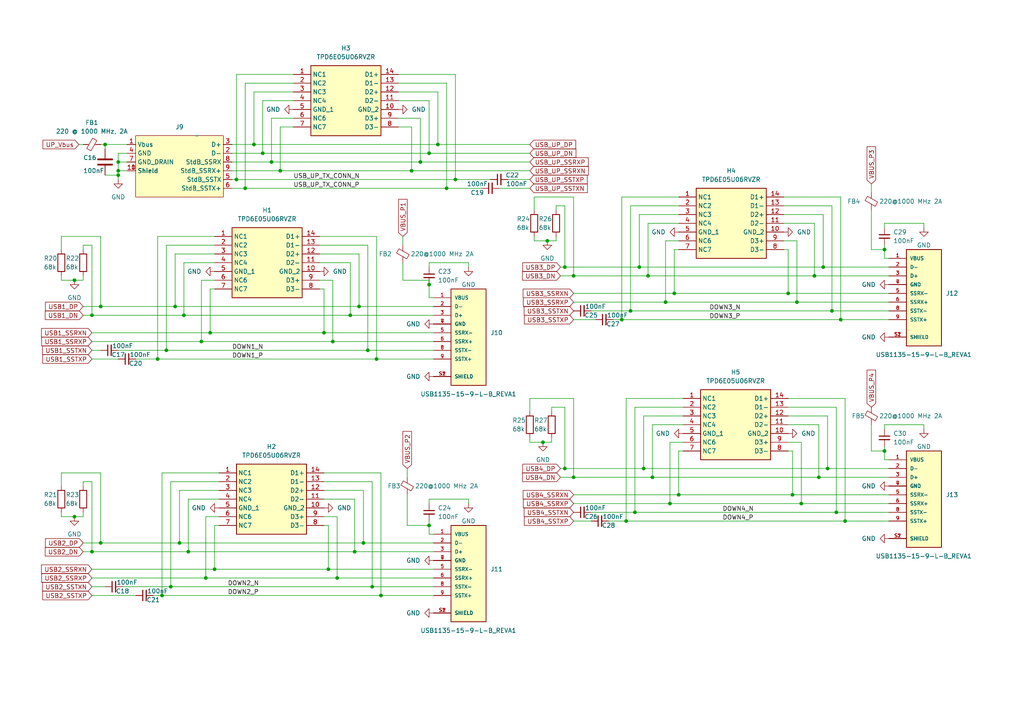
<source format=kicad_sch>
(kicad_sch (version 20230121) (generator eeschema)

  (uuid 38513e0a-4319-48c3-be5c-81e0cd8fe22e)

  (paper "A4")

  (lib_symbols
    (symbol "Device:C" (pin_numbers hide) (pin_names (offset 0.254)) (in_bom yes) (on_board yes)
      (property "Reference" "C" (at 0.635 2.54 0)
        (effects (font (size 1.27 1.27)) (justify left))
      )
      (property "Value" "C" (at 0.635 -2.54 0)
        (effects (font (size 1.27 1.27)) (justify left))
      )
      (property "Footprint" "" (at 0.9652 -3.81 0)
        (effects (font (size 1.27 1.27)) hide)
      )
      (property "Datasheet" "~" (at 0 0 0)
        (effects (font (size 1.27 1.27)) hide)
      )
      (property "ki_keywords" "cap capacitor" (at 0 0 0)
        (effects (font (size 1.27 1.27)) hide)
      )
      (property "ki_description" "Unpolarized capacitor" (at 0 0 0)
        (effects (font (size 1.27 1.27)) hide)
      )
      (property "ki_fp_filters" "C_*" (at 0 0 0)
        (effects (font (size 1.27 1.27)) hide)
      )
      (symbol "C_0_1"
        (polyline
          (pts
            (xy -2.032 -0.762)
            (xy 2.032 -0.762)
          )
          (stroke (width 0.508) (type default))
          (fill (type none))
        )
        (polyline
          (pts
            (xy -2.032 0.762)
            (xy 2.032 0.762)
          )
          (stroke (width 0.508) (type default))
          (fill (type none))
        )
      )
      (symbol "C_1_1"
        (pin passive line (at 0 3.81 270) (length 2.794)
          (name "~" (effects (font (size 1.27 1.27))))
          (number "1" (effects (font (size 1.27 1.27))))
        )
        (pin passive line (at 0 -3.81 90) (length 2.794)
          (name "~" (effects (font (size 1.27 1.27))))
          (number "2" (effects (font (size 1.27 1.27))))
        )
      )
    )
    (symbol "Device:C_Small" (pin_numbers hide) (pin_names (offset 0.254) hide) (in_bom yes) (on_board yes)
      (property "Reference" "C" (at 0.254 1.778 0)
        (effects (font (size 1.27 1.27)) (justify left))
      )
      (property "Value" "C_Small" (at 0.254 -2.032 0)
        (effects (font (size 1.27 1.27)) (justify left))
      )
      (property "Footprint" "" (at 0 0 0)
        (effects (font (size 1.27 1.27)) hide)
      )
      (property "Datasheet" "~" (at 0 0 0)
        (effects (font (size 1.27 1.27)) hide)
      )
      (property "ki_keywords" "capacitor cap" (at 0 0 0)
        (effects (font (size 1.27 1.27)) hide)
      )
      (property "ki_description" "Unpolarized capacitor, small symbol" (at 0 0 0)
        (effects (font (size 1.27 1.27)) hide)
      )
      (property "ki_fp_filters" "C_*" (at 0 0 0)
        (effects (font (size 1.27 1.27)) hide)
      )
      (symbol "C_Small_0_1"
        (polyline
          (pts
            (xy -1.524 -0.508)
            (xy 1.524 -0.508)
          )
          (stroke (width 0.3302) (type default))
          (fill (type none))
        )
        (polyline
          (pts
            (xy -1.524 0.508)
            (xy 1.524 0.508)
          )
          (stroke (width 0.3048) (type default))
          (fill (type none))
        )
      )
      (symbol "C_Small_1_1"
        (pin passive line (at 0 2.54 270) (length 2.032)
          (name "~" (effects (font (size 1.27 1.27))))
          (number "1" (effects (font (size 1.27 1.27))))
        )
        (pin passive line (at 0 -2.54 90) (length 2.032)
          (name "~" (effects (font (size 1.27 1.27))))
          (number "2" (effects (font (size 1.27 1.27))))
        )
      )
    )
    (symbol "Device:FerriteBead_Small" (pin_numbers hide) (pin_names (offset 0)) (in_bom yes) (on_board yes)
      (property "Reference" "FB" (at 1.905 1.27 0)
        (effects (font (size 1.27 1.27)) (justify left))
      )
      (property "Value" "FerriteBead_Small" (at 1.905 -1.27 0)
        (effects (font (size 1.27 1.27)) (justify left))
      )
      (property "Footprint" "" (at -1.778 0 90)
        (effects (font (size 1.27 1.27)) hide)
      )
      (property "Datasheet" "~" (at 0 0 0)
        (effects (font (size 1.27 1.27)) hide)
      )
      (property "ki_keywords" "L ferrite bead inductor filter" (at 0 0 0)
        (effects (font (size 1.27 1.27)) hide)
      )
      (property "ki_description" "Ferrite bead, small symbol" (at 0 0 0)
        (effects (font (size 1.27 1.27)) hide)
      )
      (property "ki_fp_filters" "Inductor_* L_* *Ferrite*" (at 0 0 0)
        (effects (font (size 1.27 1.27)) hide)
      )
      (symbol "FerriteBead_Small_0_1"
        (polyline
          (pts
            (xy 0 -1.27)
            (xy 0 -0.7874)
          )
          (stroke (width 0) (type default))
          (fill (type none))
        )
        (polyline
          (pts
            (xy 0 0.889)
            (xy 0 1.2954)
          )
          (stroke (width 0) (type default))
          (fill (type none))
        )
        (polyline
          (pts
            (xy -1.8288 0.2794)
            (xy -1.1176 1.4986)
            (xy 1.8288 -0.2032)
            (xy 1.1176 -1.4224)
            (xy -1.8288 0.2794)
          )
          (stroke (width 0) (type default))
          (fill (type none))
        )
      )
      (symbol "FerriteBead_Small_1_1"
        (pin passive line (at 0 2.54 270) (length 1.27)
          (name "~" (effects (font (size 1.27 1.27))))
          (number "1" (effects (font (size 1.27 1.27))))
        )
        (pin passive line (at 0 -2.54 90) (length 1.27)
          (name "~" (effects (font (size 1.27 1.27))))
          (number "2" (effects (font (size 1.27 1.27))))
        )
      )
    )
    (symbol "Device:R" (pin_numbers hide) (pin_names (offset 0)) (in_bom yes) (on_board yes)
      (property "Reference" "R" (at 2.032 0 90)
        (effects (font (size 1.27 1.27)))
      )
      (property "Value" "R" (at 0 0 90)
        (effects (font (size 1.27 1.27)))
      )
      (property "Footprint" "" (at -1.778 0 90)
        (effects (font (size 1.27 1.27)) hide)
      )
      (property "Datasheet" "~" (at 0 0 0)
        (effects (font (size 1.27 1.27)) hide)
      )
      (property "ki_keywords" "R res resistor" (at 0 0 0)
        (effects (font (size 1.27 1.27)) hide)
      )
      (property "ki_description" "Resistor" (at 0 0 0)
        (effects (font (size 1.27 1.27)) hide)
      )
      (property "ki_fp_filters" "R_*" (at 0 0 0)
        (effects (font (size 1.27 1.27)) hide)
      )
      (symbol "R_0_1"
        (rectangle (start -1.016 -2.54) (end 1.016 2.54)
          (stroke (width 0.254) (type default))
          (fill (type none))
        )
      )
      (symbol "R_1_1"
        (pin passive line (at 0 3.81 270) (length 1.27)
          (name "~" (effects (font (size 1.27 1.27))))
          (number "1" (effects (font (size 1.27 1.27))))
        )
        (pin passive line (at 0 -3.81 90) (length 1.27)
          (name "~" (effects (font (size 1.27 1.27))))
          (number "2" (effects (font (size 1.27 1.27))))
        )
      )
    )
    (symbol "TPD6E05U06RVZR:TPD6E05U06RVZR" (in_bom yes) (on_board yes)
      (property "Reference" "H" (at 26.67 7.62 0)
        (effects (font (size 1.27 1.27)) (justify left top))
      )
      (property "Value" "TPD6E05U06RVZR" (at 26.67 5.08 0)
        (effects (font (size 1.27 1.27)) (justify left top))
      )
      (property "Footprint" "ESD_Protectors:SON50P135X350X55-14N" (at 26.67 -94.92 0)
        (effects (font (size 1.27 1.27)) (justify left top) hide)
      )
      (property "Datasheet" "http://www.ti.com/lit/gpn/tpd6e05u06" (at 26.67 -194.92 0)
        (effects (font (size 1.27 1.27)) (justify left top) hide)
      )
      (property "Height" "0.55" (at 26.67 -394.92 0)
        (effects (font (size 1.27 1.27)) (justify left top) hide)
      )
      (property "Mouser Part Number" "595-TPD6E05U06RVZR" (at 26.67 -494.92 0)
        (effects (font (size 1.27 1.27)) (justify left top) hide)
      )
      (property "Mouser Price/Stock" "https://www.mouser.co.uk/ProductDetail/Texas-Instruments/TPD6E05U06RVZR?qs=QCUnHQQYO1pCeVGx6Ibw%252BQ%3D%3D" (at 26.67 -594.92 0)
        (effects (font (size 1.27 1.27)) (justify left top) hide)
      )
      (property "Manufacturer_Name" "Texas Instruments" (at 26.67 -694.92 0)
        (effects (font (size 1.27 1.27)) (justify left top) hide)
      )
      (property "Manufacturer_Part_Number" "TPD6E05U06RVZR" (at 26.67 -794.92 0)
        (effects (font (size 1.27 1.27)) (justify left top) hide)
      )
      (property "ki_description" "6-Channel Ultra-Low-Capacitance IEC ESD Protection Diodes" (at 0 0 0)
        (effects (font (size 1.27 1.27)) hide)
      )
      (symbol "TPD6E05U06RVZR_1_1"
        (rectangle (start 5.08 2.54) (end 25.4 -17.78)
          (stroke (width 0.254) (type default))
          (fill (type background))
        )
        (pin passive line (at 0 0 0) (length 5.08)
          (name "NC1" (effects (font (size 1.27 1.27))))
          (number "1" (effects (font (size 1.27 1.27))))
        )
        (pin power_in line (at 30.48 -10.16 180) (length 5.08)
          (name "GND_2" (effects (font (size 1.27 1.27))))
          (number "10" (effects (font (size 1.27 1.27))))
        )
        (pin passive line (at 30.48 -7.62 180) (length 5.08)
          (name "D2-" (effects (font (size 1.27 1.27))))
          (number "11" (effects (font (size 1.27 1.27))))
        )
        (pin passive line (at 30.48 -5.08 180) (length 5.08)
          (name "D2+" (effects (font (size 1.27 1.27))))
          (number "12" (effects (font (size 1.27 1.27))))
        )
        (pin passive line (at 30.48 -2.54 180) (length 5.08)
          (name "D1-" (effects (font (size 1.27 1.27))))
          (number "13" (effects (font (size 1.27 1.27))))
        )
        (pin passive line (at 30.48 0 180) (length 5.08)
          (name "D1+" (effects (font (size 1.27 1.27))))
          (number "14" (effects (font (size 1.27 1.27))))
        )
        (pin passive line (at 0 -2.54 0) (length 5.08)
          (name "NC2" (effects (font (size 1.27 1.27))))
          (number "2" (effects (font (size 1.27 1.27))))
        )
        (pin passive line (at 0 -5.08 0) (length 5.08)
          (name "NC3" (effects (font (size 1.27 1.27))))
          (number "3" (effects (font (size 1.27 1.27))))
        )
        (pin passive line (at 0 -7.62 0) (length 5.08)
          (name "NC4" (effects (font (size 1.27 1.27))))
          (number "4" (effects (font (size 1.27 1.27))))
        )
        (pin power_in line (at 0 -10.16 0) (length 5.08)
          (name "GND_1" (effects (font (size 1.27 1.27))))
          (number "5" (effects (font (size 1.27 1.27))))
        )
        (pin passive line (at 0 -12.7 0) (length 5.08)
          (name "NC6" (effects (font (size 1.27 1.27))))
          (number "6" (effects (font (size 1.27 1.27))))
        )
        (pin passive line (at 0 -15.24 0) (length 5.08)
          (name "NC7" (effects (font (size 1.27 1.27))))
          (number "7" (effects (font (size 1.27 1.27))))
        )
        (pin passive line (at 30.48 -15.24 180) (length 5.08)
          (name "D3-" (effects (font (size 1.27 1.27))))
          (number "8" (effects (font (size 1.27 1.27))))
        )
        (pin passive line (at 30.48 -12.7 180) (length 5.08)
          (name "D3+" (effects (font (size 1.27 1.27))))
          (number "9" (effects (font (size 1.27 1.27))))
        )
      )
    )
    (symbol "USB1135-15-9-L-B_REVA1:USB1135-15-9-L-B_REVA1" (pin_names (offset 1.016)) (in_bom yes) (on_board yes)
      (property "Reference" "J" (at -5.08 13.97 0)
        (effects (font (size 1.27 1.27)) (justify left bottom))
      )
      (property "Value" "USB1135-15-9-L-B_REVA1" (at -5.08 -17.78 0)
        (effects (font (size 1.27 1.27)) (justify left bottom))
      )
      (property "Footprint" "GCT_Connectors:GCT_USB1135-15-9-L-B_REVA1" (at 0 0 0)
        (effects (font (size 1.27 1.27)) (justify bottom) hide)
      )
      (property "Datasheet" "" (at 0 0 0)
        (effects (font (size 1.27 1.27)) hide)
      )
      (property "DigiKey_Part_Number" "2073-USB1135-15-9-L-B-ND" (at 0 0 0)
        (effects (font (size 1.27 1.27)) (justify bottom) hide)
      )
      (property "SnapEDA_Link" "https://www.snapeda.com/parts/USB1135-15-9-L-B/Global+Connector+Technology/view-part/?ref=snap" (at 0 0 0)
        (effects (font (size 1.27 1.27)) (justify bottom) hide)
      )
      (property "MAXIMUM_PACKAGE_HEIGHT" "7.2 mm" (at 0 0 0)
        (effects (font (size 1.27 1.27)) (justify bottom) hide)
      )
      (property "Package" "None" (at 0 0 0)
        (effects (font (size 1.27 1.27)) (justify bottom) hide)
      )
      (property "Check_prices" "https://www.snapeda.com/parts/USB1135-15-9-L-B/Global+Connector+Technology/view-part/?ref=eda" (at 0 0 0)
        (effects (font (size 1.27 1.27)) (justify bottom) hide)
      )
      (property "STANDARD" "Manufacturer Recommendations" (at 0 0 0)
        (effects (font (size 1.27 1.27)) (justify bottom) hide)
      )
      (property "PARTREV" "A1" (at 0 0 0)
        (effects (font (size 1.27 1.27)) (justify bottom) hide)
      )
      (property "MF" "Global Connector Technology" (at 0 0 0)
        (effects (font (size 1.27 1.27)) (justify bottom) hide)
      )
      (property "MP" "USB1135-15-9-L-B" (at 0 0 0)
        (effects (font (size 1.27 1.27)) (justify bottom) hide)
      )
      (property "Description" "\nUSB 3.0 type A Connector Full size Horizontal Plug, 6.95mm profile, 9 Pins, Through hole, Top mount, High mating cycle, charging receptacle\n" (at 0 0 0)
        (effects (font (size 1.27 1.27)) (justify bottom) hide)
      )
      (property "MANUFACTURER" "GCT" (at 0 0 0)
        (effects (font (size 1.27 1.27)) (justify bottom) hide)
      )
      (symbol "USB1135-15-9-L-B_REVA1_0_0"
        (rectangle (start -5.08 -15.24) (end 5.08 12.7)
          (stroke (width 0.254) (type default))
          (fill (type background))
        )
        (pin power_in line (at -10.16 10.16 0) (length 5.08)
          (name "VBUS" (effects (font (size 1.016 1.016))))
          (number "1" (effects (font (size 1.016 1.016))))
        )
        (pin bidirectional line (at -10.16 7.62 0) (length 5.08)
          (name "D-" (effects (font (size 1.016 1.016))))
          (number "2" (effects (font (size 1.016 1.016))))
        )
        (pin bidirectional line (at -10.16 5.08 0) (length 5.08)
          (name "D+" (effects (font (size 1.016 1.016))))
          (number "3" (effects (font (size 1.016 1.016))))
        )
        (pin power_in line (at -10.16 2.54 0) (length 5.08)
          (name "GND" (effects (font (size 1.016 1.016))))
          (number "4" (effects (font (size 1.016 1.016))))
        )
        (pin bidirectional line (at -10.16 0 0) (length 5.08)
          (name "SSRX-" (effects (font (size 1.016 1.016))))
          (number "5" (effects (font (size 1.016 1.016))))
        )
        (pin bidirectional line (at -10.16 -2.54 0) (length 5.08)
          (name "SSRX+" (effects (font (size 1.016 1.016))))
          (number "6" (effects (font (size 1.016 1.016))))
        )
        (pin power_in line (at -10.16 2.54 0) (length 5.08)
          (name "GND" (effects (font (size 1.016 1.016))))
          (number "7" (effects (font (size 1.016 1.016))))
        )
        (pin bidirectional line (at -10.16 -5.08 0) (length 5.08)
          (name "SSTX-" (effects (font (size 1.016 1.016))))
          (number "8" (effects (font (size 1.016 1.016))))
        )
        (pin bidirectional line (at -10.16 -7.62 0) (length 5.08)
          (name "SSTX+" (effects (font (size 1.016 1.016))))
          (number "9" (effects (font (size 1.016 1.016))))
        )
        (pin passive line (at -10.16 -12.7 0) (length 5.08)
          (name "SHIELD" (effects (font (size 1.016 1.016))))
          (number "S1" (effects (font (size 1.016 1.016))))
        )
        (pin passive line (at -10.16 -12.7 0) (length 5.08)
          (name "SHIELD" (effects (font (size 1.016 1.016))))
          (number "S2" (effects (font (size 1.016 1.016))))
        )
      )
    )
    (symbol "Wurth_USB3.0_B_Connector_692221030100:Wurth_USB3.0_Type_B_connector" (in_bom yes) (on_board yes)
      (property "Reference" "J9" (at 0 0 0)
        (effects (font (size 1.27 1.27)))
      )
      (property "Value" "~" (at 5.08 -2.54 0)
        (effects (font (size 1.27 1.27)))
      )
      (property "Footprint" "Wurth_USB_connector:WR-COM_USB_TYPE_B" (at 5.08 -2.54 0)
        (effects (font (size 1.27 1.27)) hide)
      )
      (property "Datasheet" "" (at 5.08 -2.54 0)
        (effects (font (size 1.27 1.27)) hide)
      )
      (symbol "Wurth_USB3.0_Type_B_connector_1_1"
        (rectangle (start -12.7 -2.54) (end 12.7 -20.32)
          (stroke (width 0) (type default))
          (fill (type background))
        )
        (pin power_in line (at -15.24 -5.08 0) (length 2.54)
          (name "Vbus" (effects (font (size 1.27 1.27))))
          (number "1" (effects (font (size 1.27 1.27))))
        )
        (pin passive line (at -15.24 -12.7 0) (length 2.54)
          (name "Shield" (effects (font (size 1.27 1.27))))
          (number "10" (effects (font (size 1.27 1.27))))
        )
        (pin passive line (at -15.24 -12.7 0) (length 2.54)
          (name "Shield" (effects (font (size 1.27 1.27))))
          (number "11" (effects (font (size 1.27 1.27))))
        )
        (pin bidirectional line (at 15.24 -7.62 180) (length 2.54)
          (name "D-" (effects (font (size 1.27 1.27))))
          (number "2" (effects (font (size 1.27 1.27))))
        )
        (pin bidirectional line (at 15.24 -5.08 180) (length 2.54)
          (name "D+" (effects (font (size 1.27 1.27))))
          (number "3" (effects (font (size 1.27 1.27))))
        )
        (pin power_in line (at -15.24 -7.62 0) (length 2.54)
          (name "GND" (effects (font (size 1.27 1.27))))
          (number "4" (effects (font (size 1.27 1.27))))
        )
        (pin output line (at 15.24 -15.24 180) (length 2.54)
          (name "StdB_SSTX" (effects (font (size 1.27 1.27))))
          (number "5" (effects (font (size 1.27 1.27))))
        )
        (pin output line (at 15.24 -17.78 180) (length 2.54)
          (name "StdB_SSTX+" (effects (font (size 1.27 1.27))))
          (number "6" (effects (font (size 1.27 1.27))))
        )
        (pin passive line (at -15.24 -10.16 0) (length 2.54)
          (name "GND_DRAIN" (effects (font (size 1.27 1.27))))
          (number "7" (effects (font (size 1.27 1.27))))
        )
        (pin input line (at 15.24 -10.16 180) (length 2.54)
          (name "StdB_SSRX" (effects (font (size 1.27 1.27))))
          (number "8" (effects (font (size 1.27 1.27))))
        )
        (pin input line (at 15.24 -12.7 180) (length 2.54)
          (name "StdB_SSRX+" (effects (font (size 1.27 1.27))))
          (number "9" (effects (font (size 1.27 1.27))))
        )
      )
    )
    (symbol "power:GND" (power) (pin_names (offset 0)) (in_bom yes) (on_board yes)
      (property "Reference" "#PWR" (at 0 -6.35 0)
        (effects (font (size 1.27 1.27)) hide)
      )
      (property "Value" "GND" (at 0 -3.81 0)
        (effects (font (size 1.27 1.27)))
      )
      (property "Footprint" "" (at 0 0 0)
        (effects (font (size 1.27 1.27)) hide)
      )
      (property "Datasheet" "" (at 0 0 0)
        (effects (font (size 1.27 1.27)) hide)
      )
      (property "ki_keywords" "global power" (at 0 0 0)
        (effects (font (size 1.27 1.27)) hide)
      )
      (property "ki_description" "Power symbol creates a global label with name \"GND\" , ground" (at 0 0 0)
        (effects (font (size 1.27 1.27)) hide)
      )
      (symbol "GND_0_1"
        (polyline
          (pts
            (xy 0 0)
            (xy 0 -1.27)
            (xy 1.27 -1.27)
            (xy 0 -2.54)
            (xy -1.27 -1.27)
            (xy 0 -1.27)
          )
          (stroke (width 0) (type default))
          (fill (type none))
        )
      )
      (symbol "GND_1_1"
        (pin power_in line (at 0 0 270) (length 0) hide
          (name "GND" (effects (font (size 1.27 1.27))))
          (number "1" (effects (font (size 1.27 1.27))))
        )
      )
    )
  )

  (junction (at 187.96 80.01) (diameter 0) (color 0 0 0 0)
    (uuid 024d8be8-0742-4a7b-b10a-cf5c2f375e18)
  )
  (junction (at 238.76 77.47) (diameter 0) (color 0 0 0 0)
    (uuid 0342acb7-25d6-4e47-8cac-46da7686a2cb)
  )
  (junction (at 182.88 90.17) (diameter 0) (color 0 0 0 0)
    (uuid 18bb3dcd-c185-4d16-be8d-dc3450eee0d7)
  )
  (junction (at 26.67 91.44) (diameter 0) (color 0 0 0 0)
    (uuid 196e169b-3183-466a-88b7-a368f87a1a95)
  )
  (junction (at 237.49 138.43) (diameter 0) (color 0 0 0 0)
    (uuid 1a212a71-7dd5-43b8-bf60-be4ad9be827f)
  )
  (junction (at 54.61 160.02) (diameter 0) (color 0 0 0 0)
    (uuid 1f04d345-ffd6-4282-ab75-24cb8023ce44)
  )
  (junction (at 26.67 160.02) (diameter 0) (color 0 0 0 0)
    (uuid 27ea4c18-4c8e-40f2-8c66-6ff77bb2772b)
  )
  (junction (at 45.72 104.14) (diameter 0) (color 0 0 0 0)
    (uuid 29bee1fe-512e-479c-a1c2-f657e4781f4e)
  )
  (junction (at 29.21 157.48) (diameter 0) (color 0 0 0 0)
    (uuid 2e09dbc0-4847-469c-9bee-3c273b17b0c8)
  )
  (junction (at 59.69 167.64) (diameter 0) (color 0 0 0 0)
    (uuid 3015effc-19b9-4507-9fe9-87714f0a9462)
  )
  (junction (at 163.83 135.89) (diameter 0) (color 0 0 0 0)
    (uuid 30f5e4bf-f1cf-4cb1-9c39-4aabf88ed6de)
  )
  (junction (at 121.92 46.99) (diameter 0) (color 0 0 0 0)
    (uuid 380d2ebb-0d59-4c43-96f6-d758278a7a90)
  )
  (junction (at 52.07 157.48) (diameter 0) (color 0 0 0 0)
    (uuid 384949c8-f033-423c-92e1-e9efade6b455)
  )
  (junction (at 194.31 146.05) (diameter 0) (color 0 0 0 0)
    (uuid 3a31b64a-8bd0-433b-8663-22aa784de762)
  )
  (junction (at 231.14 87.63) (diameter 0) (color 0 0 0 0)
    (uuid 3b1b9f70-9f75-4ec3-9bc5-73a4b9aff2d0)
  )
  (junction (at 245.11 151.13) (diameter 0) (color 0 0 0 0)
    (uuid 3cfc7796-650b-416b-9551-6939fc339a5b)
  )
  (junction (at 124.46 152.4) (diameter 0) (color 0 0 0 0)
    (uuid 3dbd0f20-ea63-4d93-bde5-2fca1c37c48a)
  )
  (junction (at 129.54 54.61) (diameter 0) (color 0 0 0 0)
    (uuid 40c18e88-e956-4d16-a4c2-2b5de17f2526)
  )
  (junction (at 50.8 88.9) (diameter 0) (color 0 0 0 0)
    (uuid 4fb34b60-a8c2-46cd-b245-6e7c9bf3d717)
  )
  (junction (at 30.48 41.91) (diameter 0) (color 0 0 0 0)
    (uuid 514b36a7-6625-4e5b-b30c-639175f2f811)
  )
  (junction (at 124.46 82.55) (diameter 0) (color 0 0 0 0)
    (uuid 5259b1a4-1846-49a2-8323-fe6700b63320)
  )
  (junction (at 193.04 87.63) (diameter 0) (color 0 0 0 0)
    (uuid 53293cd2-1207-4aa2-80cf-0727ba7b09a0)
  )
  (junction (at 101.6 91.44) (diameter 0) (color 0 0 0 0)
    (uuid 5bcdbc47-08de-421d-b7a7-a1d0222173d9)
  )
  (junction (at 104.14 88.9) (diameter 0) (color 0 0 0 0)
    (uuid 5bdcc714-a406-46ce-8baa-e81646d5154f)
  )
  (junction (at 60.96 96.52) (diameter 0) (color 0 0 0 0)
    (uuid 5d309b57-9d11-4bca-a124-358d64dacb76)
  )
  (junction (at 157.48 128.27) (diameter 0) (color 0 0 0 0)
    (uuid 5ee99287-affd-4e95-9cc4-07d8dd66a6ba)
  )
  (junction (at 97.79 167.64) (diameter 0) (color 0 0 0 0)
    (uuid 63d85483-449d-45bd-a59c-b41c1e6eb8b3)
  )
  (junction (at 34.29 50.8) (diameter 0) (color 0 0 0 0)
    (uuid 6405a894-8992-4e02-b430-55d17f73fd6b)
  )
  (junction (at 242.57 148.59) (diameter 0) (color 0 0 0 0)
    (uuid 6642cad8-5701-4689-8bab-57adb18b76b9)
  )
  (junction (at 186.69 135.89) (diameter 0) (color 0 0 0 0)
    (uuid 66690386-d2dc-4f4e-bb3b-f7fbecc57c64)
  )
  (junction (at 256.54 72.39) (diameter 0) (color 0 0 0 0)
    (uuid 716d875d-aeed-4cc2-8e7c-a0a6b0d02034)
  )
  (junction (at 241.3 90.17) (diameter 0) (color 0 0 0 0)
    (uuid 78492454-3910-48c2-9a01-f37128aab20d)
  )
  (junction (at 240.03 135.89) (diameter 0) (color 0 0 0 0)
    (uuid 78fbd6ea-8690-4558-83e5-94c014f3d375)
  )
  (junction (at 93.98 96.52) (diameter 0) (color 0 0 0 0)
    (uuid 7c8d8157-2ca5-4309-a589-a1e9e41fa6b9)
  )
  (junction (at 256.54 130.81) (diameter 0) (color 0 0 0 0)
    (uuid 8164b474-9985-4154-8832-d2340964277d)
  )
  (junction (at 34.29 46.99) (diameter 0) (color 0 0 0 0)
    (uuid 824fa6c4-db5e-4c96-a49d-4a8576a9542c)
  )
  (junction (at 229.87 143.51) (diameter 0) (color 0 0 0 0)
    (uuid 847a1b6b-997d-4874-84e2-644974b6e4c2)
  )
  (junction (at 166.37 138.43) (diameter 0) (color 0 0 0 0)
    (uuid 86ccd277-d719-4721-a484-06c9905aed5a)
  )
  (junction (at 62.23 165.1) (diameter 0) (color 0 0 0 0)
    (uuid 872fea4b-15f1-4ae1-a2e2-8564da362b44)
  )
  (junction (at 106.68 101.6) (diameter 0) (color 0 0 0 0)
    (uuid 8792976f-cbd4-4812-8230-e468ca3b2a52)
  )
  (junction (at 102.87 160.02) (diameter 0) (color 0 0 0 0)
    (uuid 8dbe6288-a17a-4c70-a5c7-8c56a0327be2)
  )
  (junction (at 34.29 49.53) (diameter 0) (color 0 0 0 0)
    (uuid 9b9c33fc-df9f-4498-99c4-22845f5263b8)
  )
  (junction (at 232.41 146.05) (diameter 0) (color 0 0 0 0)
    (uuid 9fb28131-2aaa-4755-8ec4-76dd574f7593)
  )
  (junction (at 49.53 170.18) (diameter 0) (color 0 0 0 0)
    (uuid a03d91bf-e624-429c-ad5d-32bed1ef1491)
  )
  (junction (at 73.66 41.91) (diameter 0) (color 0 0 0 0)
    (uuid a1d52fda-8013-480c-a7e5-fc55806ce106)
  )
  (junction (at 166.37 80.01) (diameter 0) (color 0 0 0 0)
    (uuid a5642f21-246c-4bd5-b8ba-9a3174fc7422)
  )
  (junction (at 228.6 85.09) (diameter 0) (color 0 0 0 0)
    (uuid a69cc18c-27a4-4b8c-8bf0-b625d0171d4e)
  )
  (junction (at 195.58 85.09) (diameter 0) (color 0 0 0 0)
    (uuid a6b54941-9512-4605-a574-a95acdaadece)
  )
  (junction (at 107.95 170.18) (diameter 0) (color 0 0 0 0)
    (uuid aa3aec9d-5e13-47d8-8d3a-d0a76561bf49)
  )
  (junction (at 132.08 52.07) (diameter 0) (color 0 0 0 0)
    (uuid aabdf857-43ef-4ed4-9f64-16e44cf2d2eb)
  )
  (junction (at 189.23 138.43) (diameter 0) (color 0 0 0 0)
    (uuid aaf95ea4-17a6-42b1-80de-4affa3cf84eb)
  )
  (junction (at 109.22 104.14) (diameter 0) (color 0 0 0 0)
    (uuid acfc9a58-625c-4ac2-91fe-122398cdb92b)
  )
  (junction (at 21.59 81.28) (diameter 0) (color 0 0 0 0)
    (uuid aeb2302e-c8c0-40c1-aa3c-7b54d33d031d)
  )
  (junction (at 21.59 149.86) (diameter 0) (color 0 0 0 0)
    (uuid b506b9f6-b665-4d64-a3f2-eefa44f3e61a)
  )
  (junction (at 127 41.91) (diameter 0) (color 0 0 0 0)
    (uuid b6dcb6b8-5ef5-4977-ae0a-881e844f2250)
  )
  (junction (at 95.25 165.1) (diameter 0) (color 0 0 0 0)
    (uuid bdc84dfb-182a-4b88-8fe1-109fc57abe66)
  )
  (junction (at 243.84 92.71) (diameter 0) (color 0 0 0 0)
    (uuid c06cfe13-453d-4b6f-84a6-39ed94fd836b)
  )
  (junction (at 181.61 151.13) (diameter 0) (color 0 0 0 0)
    (uuid c2291fd1-f67e-4272-b5b7-399b40c90717)
  )
  (junction (at 58.42 99.06) (diameter 0) (color 0 0 0 0)
    (uuid c3382352-9241-4622-b6ae-ceb109691c4c)
  )
  (junction (at 124.46 44.45) (diameter 0) (color 0 0 0 0)
    (uuid c444fbf3-caa4-49a7-ad6a-a8527a3dd72b)
  )
  (junction (at 48.26 101.6) (diameter 0) (color 0 0 0 0)
    (uuid c5f67326-f9f9-40fc-88b2-a70c5141906e)
  )
  (junction (at 158.75 69.85) (diameter 0) (color 0 0 0 0)
    (uuid c886ad35-fb5e-48b6-b8a5-0c9bf1b44fce)
  )
  (junction (at 185.42 77.47) (diameter 0) (color 0 0 0 0)
    (uuid caa8a59f-3706-4440-b922-62231d5bbb74)
  )
  (junction (at 236.22 80.01) (diameter 0) (color 0 0 0 0)
    (uuid d6252441-15f9-4f7a-9b72-46a84ab54860)
  )
  (junction (at 78.74 46.99) (diameter 0) (color 0 0 0 0)
    (uuid da7c40e0-a0bb-4c2a-8023-294f6c016259)
  )
  (junction (at 196.85 143.51) (diameter 0) (color 0 0 0 0)
    (uuid db37836d-d5be-4a0f-a623-5fbbc12d50f1)
  )
  (junction (at 110.49 172.72) (diameter 0) (color 0 0 0 0)
    (uuid dbf23047-e15b-46c4-9ff5-81371b75c24e)
  )
  (junction (at 180.34 92.71) (diameter 0) (color 0 0 0 0)
    (uuid dccadbed-0073-4376-a283-6463a51c4b92)
  )
  (junction (at 163.83 77.47) (diameter 0) (color 0 0 0 0)
    (uuid df6ef792-e643-4cad-9db8-b54eaa11be84)
  )
  (junction (at 119.38 49.53) (diameter 0) (color 0 0 0 0)
    (uuid e59b20d0-d2e4-41c2-92c7-5e6e7ea2d2a2)
  )
  (junction (at 71.12 54.61) (diameter 0) (color 0 0 0 0)
    (uuid e5dca293-a99b-414b-9efd-4a883f7356e2)
  )
  (junction (at 96.52 99.06) (diameter 0) (color 0 0 0 0)
    (uuid e6708220-438f-4791-9726-84e609a4ea4c)
  )
  (junction (at 29.21 88.9) (diameter 0) (color 0 0 0 0)
    (uuid e89410d4-a83f-4ccb-ab6f-d1bb64512490)
  )
  (junction (at 81.28 49.53) (diameter 0) (color 0 0 0 0)
    (uuid ed5c0c96-2d01-49fb-97f8-c0ab82a4d6c1)
  )
  (junction (at 46.99 172.72) (diameter 0) (color 0 0 0 0)
    (uuid edd5fe0c-50ef-4eb4-b32f-4627350fca51)
  )
  (junction (at 76.2 44.45) (diameter 0) (color 0 0 0 0)
    (uuid f0a821c2-1025-4627-92bc-50fe2bdc6ab0)
  )
  (junction (at 105.41 157.48) (diameter 0) (color 0 0 0 0)
    (uuid f394d694-1035-4b20-bf6e-df6c580bd127)
  )
  (junction (at 53.34 91.44) (diameter 0) (color 0 0 0 0)
    (uuid f4e35ee2-dc7b-4fc5-88f4-9b4ec917eaf8)
  )
  (junction (at 184.15 148.59) (diameter 0) (color 0 0 0 0)
    (uuid f817f19e-8970-473a-b64a-034133210b80)
  )
  (junction (at 68.58 52.07) (diameter 0) (color 0 0 0 0)
    (uuid fad52220-b372-4ef8-bfae-a564a1eff6f7)
  )

  (wire (pts (xy 29.21 88.9) (xy 50.8 88.9))
    (stroke (width 0) (type default))
    (uuid 005a2ece-3c5d-44a4-8be6-38365daf7dd7)
  )
  (wire (pts (xy 229.87 143.51) (xy 257.81 143.51))
    (stroke (width 0) (type default))
    (uuid 0070f7f5-3f00-4e4e-ad74-9cdcf0d835eb)
  )
  (wire (pts (xy 185.42 77.47) (xy 238.76 77.47))
    (stroke (width 0) (type default))
    (uuid 00884bec-87a9-434d-be61-691799e1dd22)
  )
  (wire (pts (xy 58.42 81.28) (xy 58.42 99.06))
    (stroke (width 0) (type default))
    (uuid 0149da0a-19f4-48e5-a38c-a04d75239978)
  )
  (wire (pts (xy 124.46 146.05) (xy 124.46 144.78))
    (stroke (width 0) (type default))
    (uuid 047a1fc8-3fa9-4bf8-9207-0d0061e37ecf)
  )
  (wire (pts (xy 245.11 151.13) (xy 257.81 151.13))
    (stroke (width 0) (type default))
    (uuid 04ec0189-4fb3-4376-acd3-9589215a70d6)
  )
  (wire (pts (xy 124.46 82.55) (xy 124.46 86.36))
    (stroke (width 0) (type default))
    (uuid 069e13e8-36a7-4208-9c8c-11fe915f2947)
  )
  (wire (pts (xy 196.85 57.15) (xy 180.34 57.15))
    (stroke (width 0) (type default))
    (uuid 06b040dc-a5a4-4809-a7a7-eb614f277e5f)
  )
  (wire (pts (xy 17.78 137.16) (xy 17.78 140.97))
    (stroke (width 0) (type default))
    (uuid 070aefb0-ac96-42dc-8e86-c8f440be6725)
  )
  (wire (pts (xy 22.86 41.91) (xy 24.13 41.91))
    (stroke (width 0) (type default))
    (uuid 070e9840-57b3-4d4e-96f9-980c05e088b8)
  )
  (wire (pts (xy 58.42 99.06) (xy 96.52 99.06))
    (stroke (width 0) (type default))
    (uuid 07ac6903-91a0-4410-9ad3-a35206e8e724)
  )
  (wire (pts (xy 124.46 81.28) (xy 124.46 82.55))
    (stroke (width 0) (type default))
    (uuid 07ca5d0e-2561-4a97-9741-20c0f7d0f6c4)
  )
  (wire (pts (xy 240.03 135.89) (xy 257.81 135.89))
    (stroke (width 0) (type default))
    (uuid 0c5699a3-92d2-4a62-b792-7c751bb0686c)
  )
  (wire (pts (xy 59.69 167.64) (xy 97.79 167.64))
    (stroke (width 0) (type default))
    (uuid 0cd0b5d1-ba64-4ea7-9e57-7848f5678edb)
  )
  (wire (pts (xy 24.13 81.28) (xy 24.13 80.01))
    (stroke (width 0) (type default))
    (uuid 0d0b545a-c18f-4ae8-bad3-0c156c9ef212)
  )
  (wire (pts (xy 196.85 143.51) (xy 229.87 143.51))
    (stroke (width 0) (type default))
    (uuid 0e31e638-6ba4-4338-97e0-3a5b21f39a3d)
  )
  (wire (pts (xy 24.13 149.86) (xy 24.13 148.59))
    (stroke (width 0) (type default))
    (uuid 0fd1c5a5-8099-49ce-9bd4-299409569b01)
  )
  (wire (pts (xy 85.09 26.67) (xy 73.66 26.67))
    (stroke (width 0) (type default))
    (uuid 1085929d-3a1b-4fad-8928-4d82ad13a8e4)
  )
  (wire (pts (xy 228.6 115.57) (xy 245.11 115.57))
    (stroke (width 0) (type default))
    (uuid 1108f944-3133-4e8e-9074-59d5aaa7d4d9)
  )
  (wire (pts (xy 60.96 96.52) (xy 93.98 96.52))
    (stroke (width 0) (type default))
    (uuid 121c2485-190e-42a0-b50a-bc5510915674)
  )
  (wire (pts (xy 121.92 46.99) (xy 153.67 46.99))
    (stroke (width 0) (type default))
    (uuid 13313222-39a9-471e-ba84-ac7fd474b95b)
  )
  (wire (pts (xy 26.67 167.64) (xy 59.69 167.64))
    (stroke (width 0) (type default))
    (uuid 144833ea-7a3f-45c4-991a-a8f686ffda6e)
  )
  (wire (pts (xy 232.41 146.05) (xy 257.81 146.05))
    (stroke (width 0) (type default))
    (uuid 16835b48-b511-412c-8fa8-d6b30a256c19)
  )
  (wire (pts (xy 157.48 128.27) (xy 160.02 128.27))
    (stroke (width 0) (type default))
    (uuid 16a27cf6-66af-47f7-91e2-4ff671f1ed53)
  )
  (wire (pts (xy 106.68 71.12) (xy 106.68 101.6))
    (stroke (width 0) (type default))
    (uuid 16c887be-1d05-444b-9575-823af5947b7e)
  )
  (wire (pts (xy 93.98 149.86) (xy 97.79 149.86))
    (stroke (width 0) (type default))
    (uuid 171bf162-7c9e-4169-b074-a628b5800d5f)
  )
  (wire (pts (xy 24.13 88.9) (xy 29.21 88.9))
    (stroke (width 0) (type default))
    (uuid 18b39283-2179-4bac-9ea6-7f764688ab82)
  )
  (wire (pts (xy 73.66 41.91) (xy 127 41.91))
    (stroke (width 0) (type default))
    (uuid 19f34dce-d396-4487-a4a3-250a178ede3a)
  )
  (wire (pts (xy 67.31 52.07) (xy 68.58 52.07))
    (stroke (width 0) (type default))
    (uuid 1a5d8847-fd27-4f81-b780-3fac24d3b6cd)
  )
  (wire (pts (xy 17.78 80.01) (xy 17.78 81.28))
    (stroke (width 0) (type default))
    (uuid 1ad19e2f-d831-4d6d-ae95-33f45614ed12)
  )
  (wire (pts (xy 54.61 144.78) (xy 54.61 160.02))
    (stroke (width 0) (type default))
    (uuid 1baade67-d393-4872-8362-b16220ef3bc6)
  )
  (wire (pts (xy 17.78 68.58) (xy 17.78 72.39))
    (stroke (width 0) (type default))
    (uuid 1cdc97b9-e35e-4508-84f2-964781ab3b3c)
  )
  (wire (pts (xy 161.29 59.69) (xy 163.83 59.69))
    (stroke (width 0) (type default))
    (uuid 1dcf65f1-f742-4419-84fe-1e77e8b958c6)
  )
  (wire (pts (xy 54.61 160.02) (xy 102.87 160.02))
    (stroke (width 0) (type default))
    (uuid 1e3a9d29-9527-4909-ba2c-364adbc963ac)
  )
  (wire (pts (xy 24.13 71.12) (xy 24.13 72.39))
    (stroke (width 0) (type default))
    (uuid 1f89be6e-f2f5-431b-a322-0dc6db0f7a70)
  )
  (wire (pts (xy 96.52 81.28) (xy 96.52 99.06))
    (stroke (width 0) (type default))
    (uuid 20e24a4b-6e5a-46d9-a990-9ce7386a75cf)
  )
  (wire (pts (xy 34.29 49.53) (xy 34.29 46.99))
    (stroke (width 0) (type default))
    (uuid 20ff9581-ed9d-4b4d-abba-2a58ca74ad6f)
  )
  (wire (pts (xy 102.87 144.78) (xy 102.87 160.02))
    (stroke (width 0) (type default))
    (uuid 221a146e-b0bd-456e-9f03-5b8ba4128f5a)
  )
  (wire (pts (xy 115.57 36.83) (xy 119.38 36.83))
    (stroke (width 0) (type default))
    (uuid 2269c90c-8f4f-45da-b9f1-e7cde76ea780)
  )
  (wire (pts (xy 166.37 57.15) (xy 166.37 80.01))
    (stroke (width 0) (type default))
    (uuid 23dd3d12-e286-4e21-a12e-8eb6549b9c57)
  )
  (wire (pts (xy 71.12 54.61) (xy 129.54 54.61))
    (stroke (width 0) (type default))
    (uuid 241a2cb5-3353-4154-b708-9437dc5c4db3)
  )
  (wire (pts (xy 52.07 157.48) (xy 105.41 157.48))
    (stroke (width 0) (type default))
    (uuid 2436e6e7-d285-44bc-a9df-eafea4b4e6fb)
  )
  (wire (pts (xy 34.29 49.53) (xy 34.29 50.8))
    (stroke (width 0) (type default))
    (uuid 2486e98d-3143-4507-ad7a-e79244809999)
  )
  (wire (pts (xy 45.72 68.58) (xy 62.23 68.58))
    (stroke (width 0) (type default))
    (uuid 24eba2f5-ecdf-4d39-8fb8-08f269c5ceb8)
  )
  (wire (pts (xy 198.12 123.19) (xy 189.23 123.19))
    (stroke (width 0) (type default))
    (uuid 24fcb146-ebae-4629-83bd-b71865ae2c23)
  )
  (wire (pts (xy 171.45 90.17) (xy 182.88 90.17))
    (stroke (width 0) (type default))
    (uuid 259c3225-0b73-41b3-aaad-a5b1ceb9c5dd)
  )
  (wire (pts (xy 97.79 149.86) (xy 97.79 167.64))
    (stroke (width 0) (type default))
    (uuid 25fb343a-b582-4796-b770-ea25c094b40e)
  )
  (wire (pts (xy 26.67 99.06) (xy 58.42 99.06))
    (stroke (width 0) (type default))
    (uuid 262eb725-fd47-4352-8020-60b99a66a9ea)
  )
  (wire (pts (xy 193.04 87.63) (xy 231.14 87.63))
    (stroke (width 0) (type default))
    (uuid 2713c55d-820e-407c-9cac-a26c994e39c1)
  )
  (wire (pts (xy 241.3 90.17) (xy 257.81 90.17))
    (stroke (width 0) (type default))
    (uuid 28af6193-f29b-445c-97f9-2045c724243c)
  )
  (wire (pts (xy 186.69 135.89) (xy 240.03 135.89))
    (stroke (width 0) (type default))
    (uuid 28e20d01-b22f-45e9-9710-90d6b7e1c1af)
  )
  (wire (pts (xy 105.41 157.48) (xy 125.73 157.48))
    (stroke (width 0) (type default))
    (uuid 2976c0d7-17c0-4b60-be73-96dabb44047b)
  )
  (wire (pts (xy 17.78 81.28) (xy 21.59 81.28))
    (stroke (width 0) (type default))
    (uuid 2aa2c43d-aa4a-41e8-8bee-b93b3d25855f)
  )
  (wire (pts (xy 187.96 64.77) (xy 187.96 80.01))
    (stroke (width 0) (type default))
    (uuid 2b56657b-e8ba-4d11-a2ef-e4ca83d0b962)
  )
  (wire (pts (xy 115.57 21.59) (xy 132.08 21.59))
    (stroke (width 0) (type default))
    (uuid 2ce7951e-8506-451f-a925-8f19477fc824)
  )
  (wire (pts (xy 166.37 115.57) (xy 166.37 138.43))
    (stroke (width 0) (type default))
    (uuid 2d3c1149-900b-412c-84b8-831785a29d0f)
  )
  (wire (pts (xy 180.34 57.15) (xy 180.34 92.71))
    (stroke (width 0) (type default))
    (uuid 2e30a81f-8aa2-45a1-9b80-1c5950fc10b9)
  )
  (wire (pts (xy 24.13 139.7) (xy 26.67 139.7))
    (stroke (width 0) (type default))
    (uuid 2eccaaaf-d5e9-424e-bca5-85e9b489f812)
  )
  (wire (pts (xy 245.11 115.57) (xy 245.11 151.13))
    (stroke (width 0) (type default))
    (uuid 2f2f4602-d82e-4696-b4d6-85717f272e51)
  )
  (wire (pts (xy 166.37 146.05) (xy 194.31 146.05))
    (stroke (width 0) (type default))
    (uuid 2fa41f1d-358c-4c97-b66e-8989395abe2e)
  )
  (wire (pts (xy 194.31 128.27) (xy 194.31 146.05))
    (stroke (width 0) (type default))
    (uuid 2fa59a1a-cbda-4974-9788-ee983f55e4fc)
  )
  (wire (pts (xy 17.78 148.59) (xy 17.78 149.86))
    (stroke (width 0) (type default))
    (uuid 3139c352-fe7a-4fcf-a254-97eed77ec55c)
  )
  (wire (pts (xy 127 41.91) (xy 153.67 41.91))
    (stroke (width 0) (type default))
    (uuid 314916ca-7346-44ae-b44f-67e5a78a9a80)
  )
  (wire (pts (xy 240.03 120.65) (xy 240.03 135.89))
    (stroke (width 0) (type default))
    (uuid 31a3558c-811e-4c96-9ccc-e6b4d2307acd)
  )
  (wire (pts (xy 163.83 135.89) (xy 186.69 135.89))
    (stroke (width 0) (type default))
    (uuid 32321487-3af4-47e5-ab5b-1bbfc4cd2d7b)
  )
  (wire (pts (xy 95.25 152.4) (xy 95.25 165.1))
    (stroke (width 0) (type default))
    (uuid 339510db-6ae8-4cbf-911f-c6b504694a1f)
  )
  (wire (pts (xy 62.23 165.1) (xy 95.25 165.1))
    (stroke (width 0) (type default))
    (uuid 344819d6-c950-4d04-908d-add1ff6f0a11)
  )
  (wire (pts (xy 256.54 74.93) (xy 257.81 74.93))
    (stroke (width 0) (type default))
    (uuid 35e449b0-15e1-4ccf-b622-88251aceb4b2)
  )
  (wire (pts (xy 24.13 160.02) (xy 26.67 160.02))
    (stroke (width 0) (type default))
    (uuid 36188ce0-3edf-45dc-86b2-39210f2597e2)
  )
  (wire (pts (xy 92.71 83.82) (xy 93.98 83.82))
    (stroke (width 0) (type default))
    (uuid 3857e0ce-12b0-42be-86a5-6b17d14c86e9)
  )
  (wire (pts (xy 95.25 165.1) (xy 125.73 165.1))
    (stroke (width 0) (type default))
    (uuid 3a5d2f99-70c6-46c4-a254-621726db4bd6)
  )
  (wire (pts (xy 26.67 160.02) (xy 54.61 160.02))
    (stroke (width 0) (type default))
    (uuid 3a80200c-850c-4049-bced-c82cdc4295e5)
  )
  (wire (pts (xy 35.56 170.18) (xy 49.53 170.18))
    (stroke (width 0) (type default))
    (uuid 3ad62482-8aba-43be-8e64-b947eea8214c)
  )
  (wire (pts (xy 26.67 172.72) (xy 39.37 172.72))
    (stroke (width 0) (type default))
    (uuid 3be98d41-b248-4a34-bf1e-5bfc6a518a4d)
  )
  (wire (pts (xy 118.11 143.51) (xy 118.11 152.4))
    (stroke (width 0) (type default))
    (uuid 3c053a3b-4811-499f-a37b-9c1e9695b987)
  )
  (wire (pts (xy 228.6 72.39) (xy 228.6 85.09))
    (stroke (width 0) (type default))
    (uuid 3c0b8266-59f0-44dd-aec8-4e19620cd52d)
  )
  (wire (pts (xy 60.96 83.82) (xy 60.96 96.52))
    (stroke (width 0) (type default))
    (uuid 3cda6002-7edc-4ddf-bfa7-7873f6d837d2)
  )
  (wire (pts (xy 92.71 81.28) (xy 96.52 81.28))
    (stroke (width 0) (type default))
    (uuid 3e1e106e-f51e-4812-b20d-5a1625a444b0)
  )
  (wire (pts (xy 45.72 104.14) (xy 109.22 104.14))
    (stroke (width 0) (type default))
    (uuid 3e658cf8-773d-4813-8e51-377bcfe2f711)
  )
  (wire (pts (xy 195.58 85.09) (xy 228.6 85.09))
    (stroke (width 0) (type default))
    (uuid 3e830b49-1fc8-45fe-a875-4f593bedb080)
  )
  (wire (pts (xy 115.57 24.13) (xy 129.54 24.13))
    (stroke (width 0) (type default))
    (uuid 3ed43e48-2060-490a-ba54-8c3459607cae)
  )
  (wire (pts (xy 163.83 118.11) (xy 163.83 135.89))
    (stroke (width 0) (type default))
    (uuid 3f028bf2-1fd2-4202-8c41-f57d763dfa69)
  )
  (wire (pts (xy 93.98 142.24) (xy 105.41 142.24))
    (stroke (width 0) (type default))
    (uuid 3f19eb6a-63fc-44c7-bba9-c864383275bb)
  )
  (wire (pts (xy 124.46 154.94) (xy 125.73 154.94))
    (stroke (width 0) (type default))
    (uuid 3fd67454-13ef-4498-ba32-e40a521cbf5d)
  )
  (wire (pts (xy 171.45 148.59) (xy 184.15 148.59))
    (stroke (width 0) (type default))
    (uuid 41eab012-38d6-454c-b633-c544411c3d03)
  )
  (wire (pts (xy 195.58 72.39) (xy 195.58 85.09))
    (stroke (width 0) (type default))
    (uuid 4295abf1-67fd-4b67-ad27-fbb41d7f0062)
  )
  (wire (pts (xy 124.46 151.13) (xy 124.46 152.4))
    (stroke (width 0) (type default))
    (uuid 434136eb-8feb-42b7-aeb1-7711109e8d13)
  )
  (wire (pts (xy 153.67 128.27) (xy 157.48 128.27))
    (stroke (width 0) (type default))
    (uuid 43a30500-6b3a-47cc-9d89-59481385b661)
  )
  (wire (pts (xy 26.67 71.12) (xy 26.67 91.44))
    (stroke (width 0) (type default))
    (uuid 44831d6e-2686-49fa-b39a-50e4450acef4)
  )
  (wire (pts (xy 21.59 81.28) (xy 24.13 81.28))
    (stroke (width 0) (type default))
    (uuid 44905560-1fe0-4506-b0ce-84c90deac80e)
  )
  (wire (pts (xy 71.12 24.13) (xy 71.12 54.61))
    (stroke (width 0) (type default))
    (uuid 465e966c-fffd-4580-a2e9-840fab49865f)
  )
  (wire (pts (xy 24.13 157.48) (xy 29.21 157.48))
    (stroke (width 0) (type default))
    (uuid 46f67926-0561-43a8-afc5-26f0a421b081)
  )
  (wire (pts (xy 252.73 72.39) (xy 256.54 72.39))
    (stroke (width 0) (type default))
    (uuid 478fb36e-111c-47fd-8624-b65084a2cc22)
  )
  (wire (pts (xy 231.14 69.85) (xy 231.14 87.63))
    (stroke (width 0) (type default))
    (uuid 48abe617-4c3c-4a61-ab1e-56fe927e1463)
  )
  (wire (pts (xy 176.53 151.13) (xy 181.61 151.13))
    (stroke (width 0) (type default))
    (uuid 48ef04aa-25e8-4f68-9259-70dd422ecc16)
  )
  (wire (pts (xy 236.22 64.77) (xy 236.22 80.01))
    (stroke (width 0) (type default))
    (uuid 494c3aba-9ef8-461e-a317-b064415571e4)
  )
  (wire (pts (xy 52.07 142.24) (xy 52.07 157.48))
    (stroke (width 0) (type default))
    (uuid 49547d8d-01c2-4440-a982-2e0acf7c9e6f)
  )
  (wire (pts (xy 46.99 172.72) (xy 110.49 172.72))
    (stroke (width 0) (type default))
    (uuid 4a079980-8d8c-4f74-b10f-ad5d2ea359e5)
  )
  (wire (pts (xy 237.49 138.43) (xy 257.81 138.43))
    (stroke (width 0) (type default))
    (uuid 4d001f37-c1fd-46bc-99c8-7fae00254c59)
  )
  (wire (pts (xy 127 26.67) (xy 127 41.91))
    (stroke (width 0) (type default))
    (uuid 4d069377-325d-4a8d-aeda-0986e538d25f)
  )
  (wire (pts (xy 81.28 49.53) (xy 119.38 49.53))
    (stroke (width 0) (type default))
    (uuid 4d2172f9-4e9f-4dd1-895f-2f77f3419eff)
  )
  (wire (pts (xy 93.98 152.4) (xy 95.25 152.4))
    (stroke (width 0) (type default))
    (uuid 4d376f38-6b76-40ae-a816-9f5bba912f49)
  )
  (wire (pts (xy 30.48 50.8) (xy 34.29 50.8))
    (stroke (width 0) (type default))
    (uuid 4d4475bf-683c-41b0-b220-d55a4be556e7)
  )
  (wire (pts (xy 154.94 57.15) (xy 166.37 57.15))
    (stroke (width 0) (type default))
    (uuid 4d5263c9-32a3-4e2b-a816-9c149f97a583)
  )
  (wire (pts (xy 53.34 91.44) (xy 101.6 91.44))
    (stroke (width 0) (type default))
    (uuid 4d9d2d5d-8524-467b-9380-e627944cf9e6)
  )
  (wire (pts (xy 92.71 68.58) (xy 109.22 68.58))
    (stroke (width 0) (type default))
    (uuid 4de6da88-d8ea-46bb-99fd-c3be5bff0239)
  )
  (wire (pts (xy 24.13 71.12) (xy 26.67 71.12))
    (stroke (width 0) (type default))
    (uuid 4dea07ca-bf57-4c83-816d-05d1b1c14a4a)
  )
  (wire (pts (xy 124.46 29.21) (xy 124.46 44.45))
    (stroke (width 0) (type default))
    (uuid 4e91c263-41b2-4f99-b206-ef3f15b08122)
  )
  (wire (pts (xy 101.6 76.2) (xy 101.6 91.44))
    (stroke (width 0) (type default))
    (uuid 4ff6444f-3422-417f-92b8-43f385e17a3e)
  )
  (wire (pts (xy 184.15 148.59) (xy 242.57 148.59))
    (stroke (width 0) (type default))
    (uuid 51827f32-6c3b-4ae4-ab1a-e473cdbf616c)
  )
  (wire (pts (xy 26.67 96.52) (xy 60.96 96.52))
    (stroke (width 0) (type default))
    (uuid 51d374ea-18aa-498a-888a-79e1b20d95c4)
  )
  (wire (pts (xy 252.73 60.96) (xy 252.73 72.39))
    (stroke (width 0) (type default))
    (uuid 522e8f0d-49f8-4e32-b0c8-ab40546999c9)
  )
  (wire (pts (xy 121.92 34.29) (xy 121.92 46.99))
    (stroke (width 0) (type default))
    (uuid 5238bd61-e817-4291-9d77-cbc54ec71f44)
  )
  (wire (pts (xy 162.56 80.01) (xy 166.37 80.01))
    (stroke (width 0) (type default))
    (uuid 5333a8ed-1c26-48dd-8b29-099d85fc4bff)
  )
  (wire (pts (xy 252.73 130.81) (xy 256.54 130.81))
    (stroke (width 0) (type default))
    (uuid 56e5aa6e-dd51-4457-9414-ecc847bfae10)
  )
  (wire (pts (xy 50.8 73.66) (xy 50.8 88.9))
    (stroke (width 0) (type default))
    (uuid 59367ec4-49bd-4509-ae3e-26c63e604954)
  )
  (wire (pts (xy 49.53 139.7) (xy 49.53 170.18))
    (stroke (width 0) (type default))
    (uuid 5a435c85-2af4-4a2b-8be0-fdf2a921d581)
  )
  (wire (pts (xy 68.58 52.07) (xy 132.08 52.07))
    (stroke (width 0) (type default))
    (uuid 5ba32b79-d51a-46a7-8cff-1fe3371053dd)
  )
  (wire (pts (xy 154.94 69.85) (xy 158.75 69.85))
    (stroke (width 0) (type default))
    (uuid 5d33f1a8-4d8e-43fb-b454-57fe15712b58)
  )
  (wire (pts (xy 198.12 128.27) (xy 194.31 128.27))
    (stroke (width 0) (type default))
    (uuid 5d6c6d93-2d8c-4793-b197-67f16282a848)
  )
  (wire (pts (xy 228.6 120.65) (xy 240.03 120.65))
    (stroke (width 0) (type default))
    (uuid 5efb6688-d818-4236-b8af-f998bc4edd8b)
  )
  (wire (pts (xy 24.13 139.7) (xy 24.13 140.97))
    (stroke (width 0) (type default))
    (uuid 6000c48c-3f76-46eb-8454-61aa93ef87f1)
  )
  (wire (pts (xy 63.5 144.78) (xy 54.61 144.78))
    (stroke (width 0) (type default))
    (uuid 60f80665-7eb3-49e2-a880-a68980a2f010)
  )
  (wire (pts (xy 110.49 172.72) (xy 125.73 172.72))
    (stroke (width 0) (type default))
    (uuid 628536b3-efa9-45d4-83cb-3834615db9a3)
  )
  (wire (pts (xy 238.76 62.23) (xy 238.76 77.47))
    (stroke (width 0) (type default))
    (uuid 63834aeb-b28a-4b22-8e96-8bae38d53f17)
  )
  (wire (pts (xy 181.61 151.13) (xy 245.11 151.13))
    (stroke (width 0) (type default))
    (uuid 63a8bf55-f13d-4c9d-8bb8-76445e3ccc60)
  )
  (wire (pts (xy 78.74 46.99) (xy 121.92 46.99))
    (stroke (width 0) (type default))
    (uuid 658a2146-1d22-494d-a331-afbd3c9d76fb)
  )
  (wire (pts (xy 116.84 71.12) (xy 116.84 68.58))
    (stroke (width 0) (type default))
    (uuid 65ff57a0-a58d-4db6-b0dd-81127042c078)
  )
  (wire (pts (xy 198.12 130.81) (xy 196.85 130.81))
    (stroke (width 0) (type default))
    (uuid 674c67e9-d478-49a2-9694-f585b80c9331)
  )
  (wire (pts (xy 162.56 138.43) (xy 166.37 138.43))
    (stroke (width 0) (type default))
    (uuid 67af7d8a-4529-416d-8bd9-1747b8c76a43)
  )
  (wire (pts (xy 124.46 76.2) (xy 135.89 76.2))
    (stroke (width 0) (type default))
    (uuid 680769be-60e3-4460-b624-accb4799824b)
  )
  (wire (pts (xy 196.85 64.77) (xy 187.96 64.77))
    (stroke (width 0) (type default))
    (uuid 688d7530-c2d6-45d8-ad2c-d71c8c8b26df)
  )
  (wire (pts (xy 62.23 76.2) (xy 53.34 76.2))
    (stroke (width 0) (type default))
    (uuid 68b5ac4e-d7e5-4410-9c62-42113cc038e0)
  )
  (wire (pts (xy 34.29 44.45) (xy 36.83 44.45))
    (stroke (width 0) (type default))
    (uuid 68bba264-f031-4ea9-87c3-7456c45127d3)
  )
  (wire (pts (xy 196.85 130.81) (xy 196.85 143.51))
    (stroke (width 0) (type default))
    (uuid 68e35114-cafa-4069-b87e-3495e2397958)
  )
  (wire (pts (xy 236.22 80.01) (xy 257.81 80.01))
    (stroke (width 0) (type default))
    (uuid 69137144-7125-4e98-a66b-dc21e1633ddd)
  )
  (wire (pts (xy 256.54 123.19) (xy 267.97 123.19))
    (stroke (width 0) (type default))
    (uuid 6a314ae8-b1f9-46d3-9f4d-4386e93568b2)
  )
  (wire (pts (xy 229.87 130.81) (xy 229.87 143.51))
    (stroke (width 0) (type default))
    (uuid 6accd117-408d-4135-bfab-00f3bab4ed27)
  )
  (wire (pts (xy 67.31 44.45) (xy 76.2 44.45))
    (stroke (width 0) (type default))
    (uuid 6b3c6614-57fb-41cf-9644-7a832b073c73)
  )
  (wire (pts (xy 63.5 139.7) (xy 49.53 139.7))
    (stroke (width 0) (type default))
    (uuid 6bf82511-090f-4b66-8229-a5d9b8eb54be)
  )
  (wire (pts (xy 256.54 71.12) (xy 256.54 72.39))
    (stroke (width 0) (type default))
    (uuid 6c48c026-d1b1-4dd3-ae6e-baf2e8693f6e)
  )
  (wire (pts (xy 154.94 68.58) (xy 154.94 69.85))
    (stroke (width 0) (type default))
    (uuid 6d070f85-3ed4-473f-a6e3-35deb348a86f)
  )
  (wire (pts (xy 34.29 49.53) (xy 36.83 49.53))
    (stroke (width 0) (type default))
    (uuid 70212d8b-95b6-4da7-95b7-d58ca0b287dc)
  )
  (wire (pts (xy 256.54 66.04) (xy 256.54 64.77))
    (stroke (width 0) (type default))
    (uuid 70ded090-a039-4442-b135-6ff25a94eab6)
  )
  (wire (pts (xy 107.95 170.18) (xy 125.73 170.18))
    (stroke (width 0) (type default))
    (uuid 70e607f9-8c8f-4a9c-a448-f9173f9edae8)
  )
  (wire (pts (xy 118.11 135.89) (xy 118.11 138.43))
    (stroke (width 0) (type default))
    (uuid 733a93af-a53b-4ce5-93de-e931dfe3c89b)
  )
  (wire (pts (xy 104.14 73.66) (xy 104.14 88.9))
    (stroke (width 0) (type default))
    (uuid 770d95ab-b21c-4064-a151-1b449d02c77c)
  )
  (wire (pts (xy 68.58 21.59) (xy 68.58 52.07))
    (stroke (width 0) (type default))
    (uuid 77d14d74-8c0d-4e8a-b01b-163ebee97ea2)
  )
  (wire (pts (xy 67.31 54.61) (xy 71.12 54.61))
    (stroke (width 0) (type default))
    (uuid 78a488d0-8a71-43bc-8d5a-2ee6ad3ef0d3)
  )
  (wire (pts (xy 85.09 21.59) (xy 68.58 21.59))
    (stroke (width 0) (type default))
    (uuid 7953b989-fbd7-4192-b34c-b7ed4659c3cd)
  )
  (wire (pts (xy 161.29 59.69) (xy 161.29 60.96))
    (stroke (width 0) (type default))
    (uuid 79ad2898-44c4-4774-90ca-89e86c1a1e98)
  )
  (wire (pts (xy 29.21 137.16) (xy 29.21 157.48))
    (stroke (width 0) (type default))
    (uuid 7a6e6172-c6e8-4022-b7c0-ca04c8451f9a)
  )
  (wire (pts (xy 256.54 124.46) (xy 256.54 123.19))
    (stroke (width 0) (type default))
    (uuid 7bdaa7bd-30f7-4fe4-868d-cd5eb64f3027)
  )
  (wire (pts (xy 62.23 83.82) (xy 60.96 83.82))
    (stroke (width 0) (type default))
    (uuid 7c1efc64-1604-4e3c-903b-9283c706c43b)
  )
  (wire (pts (xy 227.33 64.77) (xy 236.22 64.77))
    (stroke (width 0) (type default))
    (uuid 7cff73de-f48d-4d3d-bfd5-9c30ff420ac9)
  )
  (wire (pts (xy 34.29 46.99) (xy 34.29 44.45))
    (stroke (width 0) (type default))
    (uuid 7d43c536-aa36-4f07-89aa-aca45d48a867)
  )
  (wire (pts (xy 62.23 152.4) (xy 62.23 165.1))
    (stroke (width 0) (type default))
    (uuid 7e59045f-860c-49ab-89ae-3722532c1163)
  )
  (wire (pts (xy 26.67 101.6) (xy 29.21 101.6))
    (stroke (width 0) (type default))
    (uuid 7f53437a-9854-4f2b-969f-2ee9d3064361)
  )
  (wire (pts (xy 237.49 123.19) (xy 237.49 138.43))
    (stroke (width 0) (type default))
    (uuid 806844d4-699a-4162-9850-6abfe5bcab6a)
  )
  (wire (pts (xy 144.78 54.61) (xy 153.67 54.61))
    (stroke (width 0) (type default))
    (uuid 81db69f5-9f3c-43bd-b165-4602dff772b6)
  )
  (wire (pts (xy 85.09 34.29) (xy 78.74 34.29))
    (stroke (width 0) (type default))
    (uuid 81ea8f18-cc1e-44e8-8b05-de61eed08052)
  )
  (wire (pts (xy 187.96 80.01) (xy 236.22 80.01))
    (stroke (width 0) (type default))
    (uuid 825859da-8005-47d5-87c5-67a8d267c54b)
  )
  (wire (pts (xy 162.56 77.47) (xy 163.83 77.47))
    (stroke (width 0) (type default))
    (uuid 828fcb85-8908-4a6a-b86e-2cc59ba07167)
  )
  (wire (pts (xy 186.69 120.65) (xy 186.69 135.89))
    (stroke (width 0) (type default))
    (uuid 82a44fdf-f541-4756-8d6b-d62dd57e36f9)
  )
  (wire (pts (xy 194.31 146.05) (xy 232.41 146.05))
    (stroke (width 0) (type default))
    (uuid 82abaa56-317d-4ca7-a3f5-99544765c7e7)
  )
  (wire (pts (xy 96.52 99.06) (xy 125.73 99.06))
    (stroke (width 0) (type default))
    (uuid 83238911-128c-437e-90d8-2aee0bb430b9)
  )
  (wire (pts (xy 67.31 41.91) (xy 73.66 41.91))
    (stroke (width 0) (type default))
    (uuid 8331c136-11a7-48ba-ad60-2f1d56430655)
  )
  (wire (pts (xy 93.98 139.7) (xy 107.95 139.7))
    (stroke (width 0) (type default))
    (uuid 8394c544-f075-4950-8d03-6faf2742624d)
  )
  (wire (pts (xy 115.57 26.67) (xy 127 26.67))
    (stroke (width 0) (type default))
    (uuid 845bc3c9-0053-44d6-9ab4-02256e1671c4)
  )
  (wire (pts (xy 198.12 120.65) (xy 186.69 120.65))
    (stroke (width 0) (type default))
    (uuid 84a85df9-331f-4268-8e6d-2bbe1d91f1c3)
  )
  (wire (pts (xy 106.68 101.6) (xy 125.73 101.6))
    (stroke (width 0) (type default))
    (uuid 862ae105-b713-457b-9750-0ac8da840e85)
  )
  (wire (pts (xy 129.54 54.61) (xy 139.7 54.61))
    (stroke (width 0) (type default))
    (uuid 8630f071-f5c0-43ae-8ba8-cfa7417cd728)
  )
  (wire (pts (xy 241.3 59.69) (xy 241.3 90.17))
    (stroke (width 0) (type default))
    (uuid 863a9e2e-8e0f-40ba-bc1e-8dda33e4e9f4)
  )
  (wire (pts (xy 93.98 96.52) (xy 125.73 96.52))
    (stroke (width 0) (type default))
    (uuid 866209ff-eae2-405c-bea9-5d424250249d)
  )
  (wire (pts (xy 267.97 123.19) (xy 267.97 124.46))
    (stroke (width 0) (type default))
    (uuid 867255f6-f856-4087-93a2-8bcdc6c2c65e)
  )
  (wire (pts (xy 109.22 104.14) (xy 125.73 104.14))
    (stroke (width 0) (type default))
    (uuid 86fb86aa-3699-4d51-bdc3-96578695e264)
  )
  (wire (pts (xy 118.11 152.4) (xy 124.46 152.4))
    (stroke (width 0) (type default))
    (uuid 87901548-20d7-4332-a7c3-528d935797d2)
  )
  (wire (pts (xy 26.67 170.18) (xy 30.48 170.18))
    (stroke (width 0) (type default))
    (uuid 88fee172-8898-48c4-84b7-e7f4b033af6d)
  )
  (wire (pts (xy 26.67 91.44) (xy 53.34 91.44))
    (stroke (width 0) (type default))
    (uuid 89791ac4-7456-4341-8fa5-978ce56f754c)
  )
  (wire (pts (xy 59.69 149.86) (xy 59.69 167.64))
    (stroke (width 0) (type default))
    (uuid 89864c08-b631-4899-802e-de36e95766ca)
  )
  (wire (pts (xy 67.31 49.53) (xy 81.28 49.53))
    (stroke (width 0) (type default))
    (uuid 89bab304-15ce-40e2-8d30-606403e7c962)
  )
  (wire (pts (xy 63.5 137.16) (xy 46.99 137.16))
    (stroke (width 0) (type default))
    (uuid 8c8c2402-166d-45ca-b14f-bd605a6cef8c)
  )
  (wire (pts (xy 62.23 73.66) (xy 50.8 73.66))
    (stroke (width 0) (type default))
    (uuid 8d7691a0-3181-4a5b-8b4e-609222516959)
  )
  (wire (pts (xy 85.09 24.13) (xy 71.12 24.13))
    (stroke (width 0) (type default))
    (uuid 8e38c179-2211-433b-82f8-ee5d0b5d6ee6)
  )
  (wire (pts (xy 48.26 71.12) (xy 48.26 101.6))
    (stroke (width 0) (type default))
    (uuid 8f4e742f-b5cc-4cd8-a34b-fe82f821cdd1)
  )
  (wire (pts (xy 124.46 152.4) (xy 124.46 154.94))
    (stroke (width 0) (type default))
    (uuid 903ca2a8-9d8d-499d-9ba4-27bd511a0023)
  )
  (wire (pts (xy 124.46 77.47) (xy 124.46 76.2))
    (stroke (width 0) (type default))
    (uuid 9054729f-39d8-4d4f-95f3-6d678fbf7c78)
  )
  (wire (pts (xy 101.6 91.44) (xy 125.73 91.44))
    (stroke (width 0) (type default))
    (uuid 92826b51-a9c6-4b03-bca0-4e515f402f37)
  )
  (wire (pts (xy 196.85 72.39) (xy 195.58 72.39))
    (stroke (width 0) (type default))
    (uuid 92a1cf4a-0884-41e6-baa2-3eb377886843)
  )
  (wire (pts (xy 153.67 115.57) (xy 153.67 119.38))
    (stroke (width 0) (type default))
    (uuid 9358a92a-8ad3-43f4-9c05-e2efd67d5eb5)
  )
  (wire (pts (xy 193.04 69.85) (xy 193.04 87.63))
    (stroke (width 0) (type default))
    (uuid 938df7aa-6716-4bf9-b403-1bf5b343638b)
  )
  (wire (pts (xy 135.89 144.78) (xy 135.89 146.05))
    (stroke (width 0) (type default))
    (uuid 944e2120-90aa-40f6-b688-62417a1f72ad)
  )
  (wire (pts (xy 252.73 123.19) (xy 252.73 130.81))
    (stroke (width 0) (type default))
    (uuid 94530f69-c647-4e4a-8cc4-2dd3a4c68e06)
  )
  (wire (pts (xy 227.33 59.69) (xy 241.3 59.69))
    (stroke (width 0) (type default))
    (uuid 94584d80-fd3b-47d2-acc4-156cca3c0b4a)
  )
  (wire (pts (xy 17.78 68.58) (xy 29.21 68.58))
    (stroke (width 0) (type default))
    (uuid 967c2666-d29c-4da0-86bf-72db4d2a30ca)
  )
  (wire (pts (xy 109.22 68.58) (xy 109.22 104.14))
    (stroke (width 0) (type default))
    (uuid 97485e26-a146-4f14-b849-bb036ed6975e)
  )
  (wire (pts (xy 34.29 50.8) (xy 34.29 52.07))
    (stroke (width 0) (type default))
    (uuid 97e27aaa-72fa-4f15-a571-4ac28b809284)
  )
  (wire (pts (xy 17.78 137.16) (xy 29.21 137.16))
    (stroke (width 0) (type default))
    (uuid 97f5566f-ff7e-41f3-8c5e-21cadb9f3744)
  )
  (wire (pts (xy 17.78 149.86) (xy 21.59 149.86))
    (stroke (width 0) (type default))
    (uuid 985b9d4a-f28d-42b3-99ad-838c6c0d3ce9)
  )
  (wire (pts (xy 227.33 69.85) (xy 231.14 69.85))
    (stroke (width 0) (type default))
    (uuid 9aff0526-d70c-4d7a-aab0-7c770e7e97df)
  )
  (wire (pts (xy 153.67 127) (xy 153.67 128.27))
    (stroke (width 0) (type default))
    (uuid 9d532700-717f-4836-9e90-5dca2422c5bb)
  )
  (wire (pts (xy 162.56 135.89) (xy 163.83 135.89))
    (stroke (width 0) (type default))
    (uuid 9f7ae119-54e5-4b5e-825b-85e615946af4)
  )
  (wire (pts (xy 29.21 41.91) (xy 30.48 41.91))
    (stroke (width 0) (type default))
    (uuid 9fc9ec54-69c2-42e6-b46c-3177c701d68a)
  )
  (wire (pts (xy 182.88 59.69) (xy 182.88 90.17))
    (stroke (width 0) (type default))
    (uuid 9ff7a0b5-c6a6-4d74-8e56-3dbd389aa973)
  )
  (wire (pts (xy 147.32 52.07) (xy 153.67 52.07))
    (stroke (width 0) (type default))
    (uuid a1971baa-1e10-4ae2-828b-5595aead4ac1)
  )
  (wire (pts (xy 26.67 139.7) (xy 26.67 160.02))
    (stroke (width 0) (type default))
    (uuid a1c6241f-7653-4185-8bf4-97fe3f94fb49)
  )
  (wire (pts (xy 46.99 137.16) (xy 46.99 172.72))
    (stroke (width 0) (type default))
    (uuid a3bf1a72-cf16-4056-8c68-63cff7886968)
  )
  (wire (pts (xy 160.02 118.11) (xy 163.83 118.11))
    (stroke (width 0) (type default))
    (uuid a6a5592c-92ab-441b-8aa2-d279b503127e)
  )
  (wire (pts (xy 267.97 64.77) (xy 267.97 66.04))
    (stroke (width 0) (type default))
    (uuid a6b8b318-54fa-4a2e-a003-968f5f5687a6)
  )
  (wire (pts (xy 243.84 57.15) (xy 243.84 92.71))
    (stroke (width 0) (type default))
    (uuid a71a6d45-1940-4e5e-bc48-9b6334e684a4)
  )
  (wire (pts (xy 119.38 49.53) (xy 153.67 49.53))
    (stroke (width 0) (type default))
    (uuid a7645207-ef8b-444b-8d6e-427ac094b49d)
  )
  (wire (pts (xy 21.59 149.86) (xy 24.13 149.86))
    (stroke (width 0) (type default))
    (uuid a80d4cb4-3a39-466d-932e-3c7e04ea1d85)
  )
  (wire (pts (xy 116.84 76.2) (xy 116.84 81.28))
    (stroke (width 0) (type default))
    (uuid aa0dd356-4993-4ca6-a762-c20aaf2670b0)
  )
  (wire (pts (xy 30.48 41.91) (xy 36.83 41.91))
    (stroke (width 0) (type default))
    (uuid aa219b3b-9f73-4121-8611-8844869b5fa8)
  )
  (wire (pts (xy 154.94 57.15) (xy 154.94 60.96))
    (stroke (width 0) (type default))
    (uuid ab32753e-2803-46b5-b526-138111dcdade)
  )
  (wire (pts (xy 44.45 172.72) (xy 46.99 172.72))
    (stroke (width 0) (type default))
    (uuid aca70ea0-f8d3-46d8-b200-207308af9acb)
  )
  (wire (pts (xy 196.85 62.23) (xy 185.42 62.23))
    (stroke (width 0) (type default))
    (uuid ad800526-f89c-4763-a604-3cabf0e53f7c)
  )
  (wire (pts (xy 228.6 118.11) (xy 242.57 118.11))
    (stroke (width 0) (type default))
    (uuid ae945a06-470b-48ee-84f8-c3802e0f586a)
  )
  (wire (pts (xy 92.71 76.2) (xy 101.6 76.2))
    (stroke (width 0) (type default))
    (uuid af33f24a-3d94-4562-a096-d3ffed6956b0)
  )
  (wire (pts (xy 29.21 157.48) (xy 52.07 157.48))
    (stroke (width 0) (type default))
    (uuid b0490c28-419d-4512-a16d-2bedc3cec99d)
  )
  (wire (pts (xy 26.67 104.14) (xy 34.29 104.14))
    (stroke (width 0) (type default))
    (uuid b0984670-9afb-40a6-9ed4-6abbb118b1d5)
  )
  (wire (pts (xy 119.38 36.83) (xy 119.38 49.53))
    (stroke (width 0) (type default))
    (uuid b2108cc3-5fe9-47fe-86ae-9fbe789e1bb4)
  )
  (wire (pts (xy 177.8 92.71) (xy 180.34 92.71))
    (stroke (width 0) (type default))
    (uuid b25d923d-4358-4237-bdd0-19a190076968)
  )
  (wire (pts (xy 81.28 36.83) (xy 81.28 49.53))
    (stroke (width 0) (type default))
    (uuid b3a7281f-3c66-4523-9008-7b142e87d0de)
  )
  (wire (pts (xy 85.09 36.83) (xy 81.28 36.83))
    (stroke (width 0) (type default))
    (uuid b41b4077-a982-465b-afd7-a7084b09b81b)
  )
  (wire (pts (xy 62.23 81.28) (xy 58.42 81.28))
    (stroke (width 0) (type default))
    (uuid b4962d16-7622-406a-b363-74da6f90b815)
  )
  (wire (pts (xy 85.09 29.21) (xy 76.2 29.21))
    (stroke (width 0) (type default))
    (uuid b5204b0e-7508-4266-b941-8d3e515ce6a7)
  )
  (wire (pts (xy 34.29 46.99) (xy 36.83 46.99))
    (stroke (width 0) (type default))
    (uuid b598e9d8-b08a-4192-ada3-e5ae8adbb440)
  )
  (wire (pts (xy 48.26 71.12) (xy 62.23 71.12))
    (stroke (width 0) (type default))
    (uuid b835a83f-935b-48c2-9825-748db8a7e3d6)
  )
  (wire (pts (xy 256.54 130.81) (xy 256.54 133.35))
    (stroke (width 0) (type default))
    (uuid b938e787-eafd-4c9d-8cb8-8f9f2ce36edf)
  )
  (wire (pts (xy 92.71 73.66) (xy 104.14 73.66))
    (stroke (width 0) (type default))
    (uuid b98ca543-35f6-4042-9a4c-ee35a52aa2ad)
  )
  (wire (pts (xy 132.08 21.59) (xy 132.08 52.07))
    (stroke (width 0) (type default))
    (uuid bbd33e4b-3eb8-4974-a73d-dc470db07132)
  )
  (wire (pts (xy 166.37 87.63) (xy 193.04 87.63))
    (stroke (width 0) (type default))
    (uuid bd30ac40-e805-44f7-90ef-7b586877ef5e)
  )
  (wire (pts (xy 232.41 128.27) (xy 232.41 146.05))
    (stroke (width 0) (type default))
    (uuid be18246f-6c86-4d5a-83d8-526f0fd56ac2)
  )
  (wire (pts (xy 166.37 85.09) (xy 195.58 85.09))
    (stroke (width 0) (type default))
    (uuid bf2c0966-4e1f-47d8-bc2e-444980156046)
  )
  (wire (pts (xy 256.54 64.77) (xy 267.97 64.77))
    (stroke (width 0) (type default))
    (uuid c0a937e0-2234-4659-b413-44a420a047d0)
  )
  (wire (pts (xy 124.46 144.78) (xy 135.89 144.78))
    (stroke (width 0) (type default))
    (uuid c171ab31-f35b-4d21-9a36-6e8c8e0cd4f4)
  )
  (wire (pts (xy 238.76 77.47) (xy 257.81 77.47))
    (stroke (width 0) (type default))
    (uuid c38be9d8-4407-48ab-ab2f-f0c9182eafd2)
  )
  (wire (pts (xy 104.14 88.9) (xy 125.73 88.9))
    (stroke (width 0) (type default))
    (uuid c6832512-24ad-455b-8023-88ad42ca2297)
  )
  (wire (pts (xy 160.02 128.27) (xy 160.02 127))
    (stroke (width 0) (type default))
    (uuid c6b389e2-bf10-4957-a8c2-da02c7694466)
  )
  (wire (pts (xy 166.37 138.43) (xy 189.23 138.43))
    (stroke (width 0) (type default))
    (uuid c872a445-f4df-439c-89f1-6a5769006599)
  )
  (wire (pts (xy 116.84 81.28) (xy 124.46 81.28))
    (stroke (width 0) (type default))
    (uuid c876e988-3de4-4f95-8e68-2f9d3e2a4edc)
  )
  (wire (pts (xy 24.13 91.44) (xy 26.67 91.44))
    (stroke (width 0) (type default))
    (uuid c9ac8597-1361-4b6e-aea5-39b685021672)
  )
  (wire (pts (xy 92.71 71.12) (xy 106.68 71.12))
    (stroke (width 0) (type default))
    (uuid c9f6a509-66c8-47d1-8b72-58067f16854a)
  )
  (wire (pts (xy 107.95 139.7) (xy 107.95 170.18))
    (stroke (width 0) (type default))
    (uuid ca2f5360-1388-4a3d-b6a3-2c82872eddb5)
  )
  (wire (pts (xy 29.21 68.58) (xy 29.21 88.9))
    (stroke (width 0) (type default))
    (uuid cc57c709-3094-4ac2-ac62-d01f28b94a0e)
  )
  (wire (pts (xy 110.49 137.16) (xy 110.49 172.72))
    (stroke (width 0) (type default))
    (uuid ce2c58ea-248f-4059-b224-0454be89637d)
  )
  (wire (pts (xy 189.23 123.19) (xy 189.23 138.43))
    (stroke (width 0) (type default))
    (uuid cf606395-2d7f-4dde-b6fd-4cadf0779c16)
  )
  (wire (pts (xy 26.67 165.1) (xy 62.23 165.1))
    (stroke (width 0) (type default))
    (uuid d0087ed6-a8d6-4664-9785-9a7dc9d6d752)
  )
  (wire (pts (xy 227.33 72.39) (xy 228.6 72.39))
    (stroke (width 0) (type default))
    (uuid d128246d-8374-41ce-bc70-6130dc171ea4)
  )
  (wire (pts (xy 256.54 72.39) (xy 256.54 74.93))
    (stroke (width 0) (type default))
    (uuid d1895afb-c8f4-4176-8e3c-0a6872e612d7)
  )
  (wire (pts (xy 227.33 62.23) (xy 238.76 62.23))
    (stroke (width 0) (type default))
    (uuid d310a83a-9324-4597-b030-7bbac56e644e)
  )
  (wire (pts (xy 180.34 92.71) (xy 243.84 92.71))
    (stroke (width 0) (type default))
    (uuid d31ea90c-623d-4418-8b47-198ce56f43e0)
  )
  (wire (pts (xy 124.46 44.45) (xy 153.67 44.45))
    (stroke (width 0) (type default))
    (uuid d345931c-38b6-41db-8439-6af5191c961e)
  )
  (wire (pts (xy 73.66 26.67) (xy 73.66 41.91))
    (stroke (width 0) (type default))
    (uuid d365e7bb-86f3-4838-9622-f6e1b8d73cac)
  )
  (wire (pts (xy 166.37 80.01) (xy 187.96 80.01))
    (stroke (width 0) (type default))
    (uuid d3fbf348-0359-4bd9-a145-ec2f9af47803)
  )
  (wire (pts (xy 196.85 69.85) (xy 193.04 69.85))
    (stroke (width 0) (type default))
    (uuid d47645f9-0b04-4546-92fb-671b1c575b47)
  )
  (wire (pts (xy 63.5 152.4) (xy 62.23 152.4))
    (stroke (width 0) (type default))
    (uuid d7ffb6a0-6b8e-48e8-838e-fa02d5225d33)
  )
  (wire (pts (xy 34.29 101.6) (xy 48.26 101.6))
    (stroke (width 0) (type default))
    (uuid d99d66fd-cdaf-4da8-a5d8-1e62a2596043)
  )
  (wire (pts (xy 242.57 148.59) (xy 257.81 148.59))
    (stroke (width 0) (type default))
    (uuid da829772-b1ab-4947-beb8-8dacefe33a6b)
  )
  (wire (pts (xy 76.2 29.21) (xy 76.2 44.45))
    (stroke (width 0) (type default))
    (uuid daec00a7-d59c-434b-a663-56986dc093e6)
  )
  (wire (pts (xy 67.31 46.99) (xy 78.74 46.99))
    (stroke (width 0) (type default))
    (uuid dc1c4b79-a8e1-457f-9da8-b5277debfe58)
  )
  (wire (pts (xy 228.6 85.09) (xy 257.81 85.09))
    (stroke (width 0) (type default))
    (uuid dd849f51-0afe-4e05-8774-407020819146)
  )
  (wire (pts (xy 231.14 87.63) (xy 257.81 87.63))
    (stroke (width 0) (type default))
    (uuid df511e0a-2371-45fd-aed6-69a354701582)
  )
  (wire (pts (xy 243.84 92.71) (xy 257.81 92.71))
    (stroke (width 0) (type default))
    (uuid e020e35c-4924-4749-aed9-aabcfb67dd65)
  )
  (wire (pts (xy 49.53 170.18) (xy 107.95 170.18))
    (stroke (width 0) (type default))
    (uuid e197a5cd-3f9a-4475-bdde-15ffed1a9380)
  )
  (wire (pts (xy 161.29 69.85) (xy 161.29 68.58))
    (stroke (width 0) (type default))
    (uuid e1ff1850-d93c-4617-a058-7bb0c0acfb04)
  )
  (wire (pts (xy 160.02 118.11) (xy 160.02 119.38))
    (stroke (width 0) (type default))
    (uuid e2b86dc9-658b-4384-901e-be30b5d2e5c5)
  )
  (wire (pts (xy 135.89 76.2) (xy 135.89 77.47))
    (stroke (width 0) (type default))
    (uuid e2df905c-6f25-4d20-9f2c-eaba94e39ede)
  )
  (wire (pts (xy 76.2 44.45) (xy 124.46 44.45))
    (stroke (width 0) (type default))
    (uuid e31e9bbb-9824-4e24-890c-20d33bee5f04)
  )
  (wire (pts (xy 53.34 76.2) (xy 53.34 91.44))
    (stroke (width 0) (type default))
    (uuid e3241a5e-a766-45ca-9587-529afb6537f2)
  )
  (wire (pts (xy 228.6 128.27) (xy 232.41 128.27))
    (stroke (width 0) (type default))
    (uuid e4494e95-3bb3-4bf0-93b0-451cd5503e96)
  )
  (wire (pts (xy 158.75 69.85) (xy 161.29 69.85))
    (stroke (width 0) (type default))
    (uuid e5615766-d255-4b0b-8300-ce9c2c766941)
  )
  (wire (pts (xy 184.15 118.11) (xy 184.15 148.59))
    (stroke (width 0) (type default))
    (uuid e5c1c93c-be61-4d89-a607-45adb8cbfc55)
  )
  (wire (pts (xy 30.48 41.91) (xy 30.48 43.18))
    (stroke (width 0) (type default))
    (uuid e74db047-e8e2-415e-8d07-09edf595a398)
  )
  (wire (pts (xy 163.83 59.69) (xy 163.83 77.47))
    (stroke (width 0) (type default))
    (uuid e79c2b29-9725-4b1e-bdd9-0cd1e60af404)
  )
  (wire (pts (xy 196.85 59.69) (xy 182.88 59.69))
    (stroke (width 0) (type default))
    (uuid e7b190b4-4d68-4cea-b448-547a0f54e457)
  )
  (wire (pts (xy 198.12 115.57) (xy 181.61 115.57))
    (stroke (width 0) (type default))
    (uuid e7bd9b4f-e9fa-44a7-9f5d-90194cd85262)
  )
  (wire (pts (xy 252.73 55.88) (xy 252.73 53.34))
    (stroke (width 0) (type default))
    (uuid e9d0fe1a-d683-45ae-8d16-8b18d859a2b5)
  )
  (wire (pts (xy 242.57 118.11) (xy 242.57 148.59))
    (stroke (width 0) (type default))
    (uuid ea0bf9c4-0850-4721-9c16-1dc82b30d1b9)
  )
  (wire (pts (xy 166.37 151.13) (xy 171.45 151.13))
    (stroke (width 0) (type default))
    (uuid eb01dfa0-6041-49cd-9bc4-938d52f9c108)
  )
  (wire (pts (xy 132.08 52.07) (xy 142.24 52.07))
    (stroke (width 0) (type default))
    (uuid ebe4d3be-ee0c-4c5f-ac6d-953b0a39aa3a)
  )
  (wire (pts (xy 93.98 137.16) (xy 110.49 137.16))
    (stroke (width 0) (type default))
    (uuid ecdde013-b7aa-48f4-9e60-e8dac0936e07)
  )
  (wire (pts (xy 105.41 142.24) (xy 105.41 157.48))
    (stroke (width 0) (type default))
    (uuid ed01a695-f32a-470c-b1d0-5b20428f7516)
  )
  (wire (pts (xy 50.8 88.9) (xy 104.14 88.9))
    (stroke (width 0) (type default))
    (uuid eda0fe14-eedd-4409-a9cc-a43ed8890e0f)
  )
  (wire (pts (xy 198.12 118.11) (xy 184.15 118.11))
    (stroke (width 0) (type default))
    (uuid ee1dac3c-194d-4241-820b-fae012ff6519)
  )
  (wire (pts (xy 97.79 167.64) (xy 125.73 167.64))
    (stroke (width 0) (type default))
    (uuid eeba904f-80b7-46fe-81b4-e4984a68260b)
  )
  (wire (pts (xy 48.26 101.6) (xy 106.68 101.6))
    (stroke (width 0) (type default))
    (uuid ef21372e-943a-47fc-b76e-481a3b8c11a4)
  )
  (wire (pts (xy 115.57 29.21) (xy 124.46 29.21))
    (stroke (width 0) (type default))
    (uuid ef394fdd-a9ed-49cb-9c0b-1e434daa8f23)
  )
  (wire (pts (xy 166.37 92.71) (xy 172.72 92.71))
    (stroke (width 0) (type default))
    (uuid ef6444f5-ec7f-4045-9736-6408fae90021)
  )
  (wire (pts (xy 129.54 24.13) (xy 129.54 54.61))
    (stroke (width 0) (type default))
    (uuid ef91ae7a-baff-4867-b89b-16d7899818a4)
  )
  (wire (pts (xy 39.37 104.14) (xy 45.72 104.14))
    (stroke (width 0) (type default))
    (uuid f07a9b8f-f3e2-4add-b542-6847e9a9909f)
  )
  (wire (pts (xy 93.98 144.78) (xy 102.87 144.78))
    (stroke (width 0) (type default))
    (uuid f0971099-bbac-4b0e-b25e-06bce6302b15)
  )
  (wire (pts (xy 115.57 34.29) (xy 121.92 34.29))
    (stroke (width 0) (type default))
    (uuid f0e3dfa8-2f4c-4a17-b465-0f1bbede494d)
  )
  (wire (pts (xy 181.61 115.57) (xy 181.61 151.13))
    (stroke (width 0) (type default))
    (uuid f0f6ffbb-ae22-457e-b03c-0fa971a8ee79)
  )
  (wire (pts (xy 102.87 160.02) (xy 125.73 160.02))
    (stroke (width 0) (type default))
    (uuid f58e6203-9c8c-4ae5-ad18-9c475a69d041)
  )
  (wire (pts (xy 189.23 138.43) (xy 237.49 138.43))
    (stroke (width 0) (type default))
    (uuid f69decfa-08c4-4525-a741-2082c7f858d3)
  )
  (wire (pts (xy 227.33 57.15) (xy 243.84 57.15))
    (stroke (width 0) (type default))
    (uuid f6bafc1a-26e5-45ef-832a-013559fa8166)
  )
  (wire (pts (xy 163.83 77.47) (xy 185.42 77.47))
    (stroke (width 0) (type default))
    (uuid f764c5db-f862-49a8-86de-2129ab9a3bac)
  )
  (wire (pts (xy 228.6 130.81) (xy 229.87 130.81))
    (stroke (width 0) (type default))
    (uuid f7985de0-4f44-4bc3-9e66-d4f7c0ec4788)
  )
  (wire (pts (xy 63.5 142.24) (xy 52.07 142.24))
    (stroke (width 0) (type default))
    (uuid f805c607-3974-49c3-bff7-6129e37f38de)
  )
  (wire (pts (xy 124.46 86.36) (xy 125.73 86.36))
    (stroke (width 0) (type default))
    (uuid f81d46a7-66eb-4a33-8e8d-bde30a95d337)
  )
  (wire (pts (xy 78.74 34.29) (xy 78.74 46.99))
    (stroke (width 0) (type default))
    (uuid f98d01a4-bd5d-48f7-986f-253428f2fbb5)
  )
  (wire (pts (xy 182.88 90.17) (xy 241.3 90.17))
    (stroke (width 0) (type default))
    (uuid f9bd2fb8-fd1a-4454-8b04-a0e4b54bfccb)
  )
  (wire (pts (xy 153.67 115.57) (xy 166.37 115.57))
    (stroke (width 0) (type default))
    (uuid fa321330-c280-4566-8e36-0ddbdf499bc4)
  )
  (wire (pts (xy 256.54 129.54) (xy 256.54 130.81))
    (stroke (width 0) (type default))
    (uuid fa745223-1840-4ce0-8c18-ea0b63ce1897)
  )
  (wire (pts (xy 185.42 62.23) (xy 185.42 77.47))
    (stroke (width 0) (type default))
    (uuid faa10d67-3eed-4e2f-9894-7d36fa29a47e)
  )
  (wire (pts (xy 256.54 133.35) (xy 257.81 133.35))
    (stroke (width 0) (type default))
    (uuid fe5a327e-9f23-4fb4-927a-9199a9da2bd6)
  )
  (wire (pts (xy 166.37 143.51) (xy 196.85 143.51))
    (stroke (width 0) (type default))
    (uuid fe62e9c9-a4c0-471b-8562-ea76d56ac993)
  )
  (wire (pts (xy 228.6 123.19) (xy 237.49 123.19))
    (stroke (width 0) (type default))
    (uuid fe9b27f6-a663-46f2-9145-0289ca3d4f2e)
  )
  (wire (pts (xy 93.98 83.82) (xy 93.98 96.52))
    (stroke (width 0) (type default))
    (uuid ff1c5249-5fca-45e4-813d-29c95bd8c279)
  )
  (wire (pts (xy 63.5 149.86) (xy 59.69 149.86))
    (stroke (width 0) (type default))
    (uuid ffd2e115-4da6-4b11-83af-8460a80bfa8d)
  )
  (wire (pts (xy 45.72 68.58) (xy 45.72 104.14))
    (stroke (width 0) (type default))
    (uuid fffe20bd-397c-4e7b-a9af-cb7b0f3406bc)
  )

  (label "USB_UP_TX_CONN_P" (at 85.09 54.61 0) (fields_autoplaced)
    (effects (font (size 1.27 1.27)) (justify left bottom))
    (uuid 04910ec6-4fff-4d61-91da-e798dd1207a8)
  )
  (label "USB_UP_TX_CONN_N" (at 85.09 52.07 0) (fields_autoplaced)
    (effects (font (size 1.27 1.27)) (justify left bottom))
    (uuid 06b9d2ec-dab8-4b10-b3cd-fd69b029a14a)
  )
  (label "DOWN4_P" (at 209.55 151.13 0) (fields_autoplaced)
    (effects (font (size 1.27 1.27)) (justify left bottom))
    (uuid 1aa3b55d-b74e-4577-9141-6223f5d4cabf)
  )
  (label "DOWN1_N" (at 67.31 101.6 0) (fields_autoplaced)
    (effects (font (size 1.27 1.27)) (justify left bottom))
    (uuid 24fcc027-01aa-49d5-ad72-f2d4881c6526)
  )
  (label "DOWN2_N" (at 66.04 170.18 0) (fields_autoplaced)
    (effects (font (size 1.27 1.27)) (justify left bottom))
    (uuid 848a10d0-49ef-489a-aec4-971133f67f6a)
  )
  (label "DOWN3_P" (at 205.74 92.71 0) (fields_autoplaced)
    (effects (font (size 1.27 1.27)) (justify left bottom))
    (uuid 8ff9c0ca-ca12-4e18-b366-5585140d9113)
  )
  (label "DOWN4_N" (at 209.55 148.59 0) (fields_autoplaced)
    (effects (font (size 1.27 1.27)) (justify left bottom))
    (uuid 9427aac8-d918-4499-a426-157f161dba76)
  )
  (label "DOWN1_P" (at 67.31 104.14 0) (fields_autoplaced)
    (effects (font (size 1.27 1.27)) (justify left bottom))
    (uuid 9b6d9fef-93dc-42c9-841d-8f521e811c2c)
  )
  (label "DOWN3_N" (at 205.74 90.17 0) (fields_autoplaced)
    (effects (font (size 1.27 1.27)) (justify left bottom))
    (uuid aaaf59a9-3074-40bb-a0e7-dfbb09ba1ba5)
  )
  (label "DOWN2_P" (at 66.04 172.72 0) (fields_autoplaced)
    (effects (font (size 1.27 1.27)) (justify left bottom))
    (uuid d342f22d-7932-4418-9562-4d6b2241e9af)
  )

  (global_label "USB2_SSRXN" (shape input) (at 26.67 165.1 180) (fields_autoplaced)
    (effects (font (size 1.27 1.27)) (justify right))
    (uuid 04ca73e2-206a-4aa6-ad6f-191bdb724aca)
    (property "Intersheetrefs" "${INTERSHEET_REFS}" (at 11.4687 165.1 0)
      (effects (font (size 1.27 1.27)) (justify right) hide)
    )
  )
  (global_label "USB2_DN" (shape input) (at 24.13 160.02 180) (fields_autoplaced)
    (effects (font (size 1.27 1.27)) (justify right))
    (uuid 0c2c3b93-1ac5-4c48-8b59-9bcb90c936d9)
    (property "Intersheetrefs" "${INTERSHEET_REFS}" (at 12.5572 160.02 0)
      (effects (font (size 1.27 1.27)) (justify right) hide)
    )
  )
  (global_label "USB2_SSRXP" (shape input) (at 26.67 167.64 180) (fields_autoplaced)
    (effects (font (size 1.27 1.27)) (justify right))
    (uuid 0e2f91cc-9e53-4a00-b8e3-56cfa62c2ff8)
    (property "Intersheetrefs" "${INTERSHEET_REFS}" (at 11.5292 167.64 0)
      (effects (font (size 1.27 1.27)) (justify right) hide)
    )
  )
  (global_label "USB4_DN" (shape input) (at 162.56 138.43 180) (fields_autoplaced)
    (effects (font (size 1.27 1.27)) (justify right))
    (uuid 155240d5-28f0-413d-92e4-225dc573cc7d)
    (property "Intersheetrefs" "${INTERSHEET_REFS}" (at 150.9872 138.43 0)
      (effects (font (size 1.27 1.27)) (justify right) hide)
    )
  )
  (global_label "USB4_SSRXP" (shape input) (at 166.37 146.05 180) (fields_autoplaced)
    (effects (font (size 1.27 1.27)) (justify right))
    (uuid 2153432f-adad-4c94-87ec-d3412721687c)
    (property "Intersheetrefs" "${INTERSHEET_REFS}" (at 151.2292 146.05 0)
      (effects (font (size 1.27 1.27)) (justify right) hide)
    )
  )
  (global_label "USB4_SSTXP" (shape input) (at 166.37 151.13 180) (fields_autoplaced)
    (effects (font (size 1.27 1.27)) (justify right))
    (uuid 21fdbe30-b65d-488c-bfbf-42d79843d9a0)
    (property "Intersheetrefs" "${INTERSHEET_REFS}" (at 151.5316 151.13 0)
      (effects (font (size 1.27 1.27)) (justify right) hide)
    )
  )
  (global_label "VBUS_P3" (shape input) (at 252.73 53.34 90) (fields_autoplaced)
    (effects (font (size 1.27 1.27)) (justify left))
    (uuid 22b02dcd-caaa-49f2-a88b-98d67b16fb91)
    (property "Intersheetrefs" "${INTERSHEET_REFS}" (at 252.73 42.0091 90)
      (effects (font (size 1.27 1.27)) (justify left) hide)
    )
  )
  (global_label "USB1_SSRXN" (shape input) (at 26.67 96.52 180) (fields_autoplaced)
    (effects (font (size 1.27 1.27)) (justify right))
    (uuid 2347584f-67f5-48b9-aacf-3a53fee205c7)
    (property "Intersheetrefs" "${INTERSHEET_REFS}" (at 11.4687 96.52 0)
      (effects (font (size 1.27 1.27)) (justify right) hide)
    )
  )
  (global_label "USB3_DN" (shape input) (at 162.56 80.01 180) (fields_autoplaced)
    (effects (font (size 1.27 1.27)) (justify right))
    (uuid 24a1f883-84a6-47b7-9f07-631a266b927c)
    (property "Intersheetrefs" "${INTERSHEET_REFS}" (at 150.9872 80.01 0)
      (effects (font (size 1.27 1.27)) (justify right) hide)
    )
  )
  (global_label "USB3_SSRXN" (shape input) (at 166.37 85.09 180) (fields_autoplaced)
    (effects (font (size 1.27 1.27)) (justify right))
    (uuid 2643aacb-1d4b-4cd7-a744-b56eb94b5f7e)
    (property "Intersheetrefs" "${INTERSHEET_REFS}" (at 151.1687 85.09 0)
      (effects (font (size 1.27 1.27)) (justify right) hide)
    )
  )
  (global_label "USB3_SSRXP" (shape input) (at 166.37 87.63 180) (fields_autoplaced)
    (effects (font (size 1.27 1.27)) (justify right))
    (uuid 36056c65-8532-4bba-be4f-ed962a9c27fd)
    (property "Intersheetrefs" "${INTERSHEET_REFS}" (at 151.2292 87.63 0)
      (effects (font (size 1.27 1.27)) (justify right) hide)
    )
  )
  (global_label "USB4_DP" (shape input) (at 162.56 135.89 180) (fields_autoplaced)
    (effects (font (size 1.27 1.27)) (justify right))
    (uuid 3ac85233-63ac-4920-b63a-ab8f94b5ab4b)
    (property "Intersheetrefs" "${INTERSHEET_REFS}" (at 151.0477 135.89 0)
      (effects (font (size 1.27 1.27)) (justify right) hide)
    )
  )
  (global_label "USB_UP_SSRXN" (shape input) (at 153.67 49.53 0) (fields_autoplaced)
    (effects (font (size 1.27 1.27)) (justify left))
    (uuid 422a6336-6d21-42bd-bc62-6c193b44a0c0)
    (property "Intersheetrefs" "${INTERSHEET_REFS}" (at 171.2299 49.53 0)
      (effects (font (size 1.27 1.27)) (justify left) hide)
    )
  )
  (global_label "USB3_SSTXN" (shape input) (at 166.37 90.17 180) (fields_autoplaced)
    (effects (font (size 1.27 1.27)) (justify right))
    (uuid 4a53d4b7-140b-4b2d-bae1-97721310dd32)
    (property "Intersheetrefs" "${INTERSHEET_REFS}" (at 151.4711 90.17 0)
      (effects (font (size 1.27 1.27)) (justify right) hide)
    )
  )
  (global_label "USB2_SSTXP" (shape input) (at 26.67 172.72 180) (fields_autoplaced)
    (effects (font (size 1.27 1.27)) (justify right))
    (uuid 4dbdf266-a9b6-4903-8590-4e2276fea618)
    (property "Intersheetrefs" "${INTERSHEET_REFS}" (at 11.8316 172.72 0)
      (effects (font (size 1.27 1.27)) (justify right) hide)
    )
  )
  (global_label "USB1_SSRXP" (shape input) (at 26.67 99.06 180) (fields_autoplaced)
    (effects (font (size 1.27 1.27)) (justify right))
    (uuid 5f9f9b28-9ac0-41d6-ab95-be0855d4d3ca)
    (property "Intersheetrefs" "${INTERSHEET_REFS}" (at 11.5292 99.06 0)
      (effects (font (size 1.27 1.27)) (justify right) hide)
    )
  )
  (global_label "VBUS_P4" (shape input) (at 252.73 118.11 90) (fields_autoplaced)
    (effects (font (size 1.27 1.27)) (justify left))
    (uuid 6116231c-4dfb-46be-9e3c-9ae9fb8c3f97)
    (property "Intersheetrefs" "${INTERSHEET_REFS}" (at 252.73 106.7791 90)
      (effects (font (size 1.27 1.27)) (justify left) hide)
    )
  )
  (global_label "UP_Vbus" (shape input) (at 22.86 41.91 180) (fields_autoplaced)
    (effects (font (size 1.27 1.27)) (justify right))
    (uuid 67477700-6f84-4798-bb98-77c9e1f7022e)
    (property "Intersheetrefs" "${INTERSHEET_REFS}" (at 11.892 41.91 0)
      (effects (font (size 1.27 1.27)) (justify right) hide)
    )
  )
  (global_label "VBUS_P2" (shape input) (at 118.11 135.89 90) (fields_autoplaced)
    (effects (font (size 1.27 1.27)) (justify left))
    (uuid 7bb3b718-fbe1-46f7-bc68-d369fcda2789)
    (property "Intersheetrefs" "${INTERSHEET_REFS}" (at 118.11 124.5591 90)
      (effects (font (size 1.27 1.27)) (justify left) hide)
    )
  )
  (global_label "USB3_DP" (shape input) (at 162.56 77.47 180) (fields_autoplaced)
    (effects (font (size 1.27 1.27)) (justify right))
    (uuid 84995b3d-fd05-445f-876c-a7c5bf01701d)
    (property "Intersheetrefs" "${INTERSHEET_REFS}" (at 151.0477 77.47 0)
      (effects (font (size 1.27 1.27)) (justify right) hide)
    )
  )
  (global_label "USB1_SSTXP" (shape input) (at 26.67 104.14 180) (fields_autoplaced)
    (effects (font (size 1.27 1.27)) (justify right))
    (uuid 98073042-e641-4347-b756-201e7b322fd7)
    (property "Intersheetrefs" "${INTERSHEET_REFS}" (at 11.8316 104.14 0)
      (effects (font (size 1.27 1.27)) (justify right) hide)
    )
  )
  (global_label "USB2_DP" (shape input) (at 24.13 157.48 180) (fields_autoplaced)
    (effects (font (size 1.27 1.27)) (justify right))
    (uuid 990076c5-10a4-42f2-b6c9-35f614d1e2d3)
    (property "Intersheetrefs" "${INTERSHEET_REFS}" (at 12.6177 157.48 0)
      (effects (font (size 1.27 1.27)) (justify right) hide)
    )
  )
  (global_label "USB4_SSTXN" (shape input) (at 166.37 148.59 180) (fields_autoplaced)
    (effects (font (size 1.27 1.27)) (justify right))
    (uuid 9ad84adb-ef9f-427a-83e6-9207c7508d5a)
    (property "Intersheetrefs" "${INTERSHEET_REFS}" (at 151.4711 148.59 0)
      (effects (font (size 1.27 1.27)) (justify right) hide)
    )
  )
  (global_label "USB2_SSTXN" (shape input) (at 26.67 170.18 180) (fields_autoplaced)
    (effects (font (size 1.27 1.27)) (justify right))
    (uuid a533d854-710c-44a1-9e1e-4e19eefbfae2)
    (property "Intersheetrefs" "${INTERSHEET_REFS}" (at 11.7711 170.18 0)
      (effects (font (size 1.27 1.27)) (justify right) hide)
    )
  )
  (global_label "VBUS_P1" (shape input) (at 116.84 68.58 90) (fields_autoplaced)
    (effects (font (size 1.27 1.27)) (justify left))
    (uuid ac9be1b0-be20-4393-806e-2961f595e4ae)
    (property "Intersheetrefs" "${INTERSHEET_REFS}" (at 116.84 57.2491 90)
      (effects (font (size 1.27 1.27)) (justify left) hide)
    )
  )
  (global_label "USB4_SSRXN" (shape input) (at 166.37 143.51 180) (fields_autoplaced)
    (effects (font (size 1.27 1.27)) (justify right))
    (uuid af44dc0f-1275-4530-8b0b-93512bde78c0)
    (property "Intersheetrefs" "${INTERSHEET_REFS}" (at 151.1687 143.51 0)
      (effects (font (size 1.27 1.27)) (justify right) hide)
    )
  )
  (global_label "USB_UP_DP" (shape input) (at 153.67 41.91 0) (fields_autoplaced)
    (effects (font (size 1.27 1.27)) (justify left))
    (uuid c279b134-463a-459e-9436-3a12e0bae13a)
    (property "Intersheetrefs" "${INTERSHEET_REFS}" (at 167.5409 41.91 0)
      (effects (font (size 1.27 1.27)) (justify left) hide)
    )
  )
  (global_label "USB1_DP" (shape input) (at 24.13 88.9 180) (fields_autoplaced)
    (effects (font (size 1.27 1.27)) (justify right))
    (uuid cefcce6a-d97b-4a1b-8d79-35d317fbfe61)
    (property "Intersheetrefs" "${INTERSHEET_REFS}" (at 12.6177 88.9 0)
      (effects (font (size 1.27 1.27)) (justify right) hide)
    )
  )
  (global_label "USB_UP_DN" (shape input) (at 153.67 44.45 0) (fields_autoplaced)
    (effects (font (size 1.27 1.27)) (justify left))
    (uuid d5da9d38-0f6c-4bea-ba20-ae39016ba62b)
    (property "Intersheetrefs" "${INTERSHEET_REFS}" (at 167.6014 44.45 0)
      (effects (font (size 1.27 1.27)) (justify left) hide)
    )
  )
  (global_label "USB1_DN" (shape input) (at 24.13 91.44 180) (fields_autoplaced)
    (effects (font (size 1.27 1.27)) (justify right))
    (uuid dc63c692-f1dd-4463-ad78-4baa5763f590)
    (property "Intersheetrefs" "${INTERSHEET_REFS}" (at 12.5572 91.44 0)
      (effects (font (size 1.27 1.27)) (justify right) hide)
    )
  )
  (global_label "USB3_SSTXP" (shape input) (at 166.37 92.71 180) (fields_autoplaced)
    (effects (font (size 1.27 1.27)) (justify right))
    (uuid e28436f0-3cb0-4a9d-8b93-e846fbe016c7)
    (property "Intersheetrefs" "${INTERSHEET_REFS}" (at 151.5316 92.71 0)
      (effects (font (size 1.27 1.27)) (justify right) hide)
    )
  )
  (global_label "USB_UP_SSTXN" (shape input) (at 153.67 54.61 0) (fields_autoplaced)
    (effects (font (size 1.27 1.27)) (justify left))
    (uuid e96a194b-1592-4336-993a-31a9904b8546)
    (property "Intersheetrefs" "${INTERSHEET_REFS}" (at 170.9275 54.61 0)
      (effects (font (size 1.27 1.27)) (justify left) hide)
    )
  )
  (global_label "USB_UP_SSRXP" (shape input) (at 153.67 46.99 0) (fields_autoplaced)
    (effects (font (size 1.27 1.27)) (justify left))
    (uuid ee461eb2-f8b1-4f68-ade1-0c75602e0a25)
    (property "Intersheetrefs" "${INTERSHEET_REFS}" (at 171.1694 46.99 0)
      (effects (font (size 1.27 1.27)) (justify left) hide)
    )
  )
  (global_label "USB1_SSTXN" (shape input) (at 26.67 101.6 180) (fields_autoplaced)
    (effects (font (size 1.27 1.27)) (justify right))
    (uuid eee65c20-2899-45fc-af87-3a01258dfcd6)
    (property "Intersheetrefs" "${INTERSHEET_REFS}" (at 11.7711 101.6 0)
      (effects (font (size 1.27 1.27)) (justify right) hide)
    )
  )
  (global_label "USB_UP_SSTXP" (shape input) (at 153.67 52.07 0) (fields_autoplaced)
    (effects (font (size 1.27 1.27)) (justify left))
    (uuid f1598166-bfdd-44d9-ab46-f0249980e92c)
    (property "Intersheetrefs" "${INTERSHEET_REFS}" (at 170.867 52.07 0)
      (effects (font (size 1.27 1.27)) (justify left) hide)
    )
  )

  (symbol (lib_id "Device:C_Small") (at 256.54 68.58 0) (unit 1)
    (in_bom yes) (on_board yes) (dnp no) (fields_autoplaced)
    (uuid 0c2f7e9d-343a-4928-8dc2-84525e310822)
    (property "Reference" "C29" (at 259.08 67.3163 0)
      (effects (font (size 1.27 1.27)) (justify left))
    )
    (property "Value" "100nF" (at 259.08 69.8563 0)
      (effects (font (size 1.27 1.27)) (justify left))
    )
    (property "Footprint" "Capacitor_SMD:C_0402_1005Metric" (at 256.54 68.58 0)
      (effects (font (size 1.27 1.27)) hide)
    )
    (property "Datasheet" "~" (at 256.54 68.58 0)
      (effects (font (size 1.27 1.27)) hide)
    )
    (pin "2" (uuid 595ee585-3fce-42d4-80c1-083a7953fe9a))
    (pin "1" (uuid 2a23e570-7a5d-443a-a6a4-3c5acb12503e))
    (instances
      (project "LunaHub_USB"
        (path "/175961d3-9707-4890-9f07-248fd19b87ae/8e92e498-c6ee-48ee-95a4-4c12781fdc8b"
          (reference "C29") (unit 1)
        )
      )
    )
  )

  (symbol (lib_id "power:GND") (at 198.12 125.73 270) (unit 1)
    (in_bom yes) (on_board yes) (dnp no) (fields_autoplaced)
    (uuid 17f5288b-176b-4d9b-b5ae-b64eb1bff1ab)
    (property "Reference" "#PWR036" (at 191.77 125.73 0)
      (effects (font (size 1.27 1.27)) hide)
    )
    (property "Value" "GND" (at 194.31 125.73 90)
      (effects (font (size 1.27 1.27)) (justify right))
    )
    (property "Footprint" "" (at 198.12 125.73 0)
      (effects (font (size 1.27 1.27)) hide)
    )
    (property "Datasheet" "" (at 198.12 125.73 0)
      (effects (font (size 1.27 1.27)) hide)
    )
    (pin "1" (uuid aaa1d94e-3c9c-4ac0-ac73-2b531f6734f8))
    (instances
      (project "LunaHub_USB"
        (path "/175961d3-9707-4890-9f07-248fd19b87ae/8e92e498-c6ee-48ee-95a4-4c12781fdc8b"
          (reference "#PWR036") (unit 1)
        )
      )
    )
  )

  (symbol (lib_id "Device:C_Small") (at 36.83 104.14 90) (unit 1)
    (in_bom yes) (on_board yes) (dnp no)
    (uuid 1c68ac9d-1d3b-4395-9e5e-e7c93470e7cc)
    (property "Reference" "C20" (at 39.37 105.41 90)
      (effects (font (size 1.27 1.27)))
    )
    (property "Value" "100nF" (at 40.64 102.87 90)
      (effects (font (size 1.27 1.27)))
    )
    (property "Footprint" "Capacitor_SMD:C_0402_1005Metric" (at 36.83 104.14 0)
      (effects (font (size 1.27 1.27)) hide)
    )
    (property "Datasheet" "~" (at 36.83 104.14 0)
      (effects (font (size 1.27 1.27)) hide)
    )
    (pin "1" (uuid d81bf350-4d13-4ec0-9e4e-7532d7618a40))
    (pin "2" (uuid 67e1b5b1-1c0e-4d53-b2ac-6462c5f22c5c))
    (instances
      (project "LunaHub_USB"
        (path "/175961d3-9707-4890-9f07-248fd19b87ae/8e92e498-c6ee-48ee-95a4-4c12781fdc8b"
          (reference "C20") (unit 1)
        )
      )
    )
  )

  (symbol (lib_id "TPD6E05U06RVZR:TPD6E05U06RVZR") (at 196.85 57.15 0) (unit 1)
    (in_bom yes) (on_board yes) (dnp no) (fields_autoplaced)
    (uuid 1cb3b605-bccb-4f5b-853c-dab9a2867436)
    (property "Reference" "H4" (at 212.09 49.53 0)
      (effects (font (size 1.27 1.27)))
    )
    (property "Value" "TPD6E05U06RVZR" (at 212.09 52.07 0)
      (effects (font (size 1.27 1.27)))
    )
    (property "Footprint" "ESD_Protectors:SON50P135X350X55-14N" (at 223.52 152.07 0)
      (effects (font (size 1.27 1.27)) (justify left top) hide)
    )
    (property "Datasheet" "http://www.ti.com/lit/gpn/tpd6e05u06" (at 223.52 252.07 0)
      (effects (font (size 1.27 1.27)) (justify left top) hide)
    )
    (property "Height" "0.55" (at 223.52 452.07 0)
      (effects (font (size 1.27 1.27)) (justify left top) hide)
    )
    (property "Mouser Part Number" "595-TPD6E05U06RVZR" (at 223.52 552.07 0)
      (effects (font (size 1.27 1.27)) (justify left top) hide)
    )
    (property "Mouser Price/Stock" "https://www.mouser.co.uk/ProductDetail/Texas-Instruments/TPD6E05U06RVZR?qs=QCUnHQQYO1pCeVGx6Ibw%252BQ%3D%3D" (at 223.52 652.07 0)
      (effects (font (size 1.27 1.27)) (justify left top) hide)
    )
    (property "Manufacturer_Name" "Texas Instruments" (at 223.52 752.07 0)
      (effects (font (size 1.27 1.27)) (justify left top) hide)
    )
    (property "Manufacturer_Part_Number" "TPD6E05U06RVZR" (at 223.52 852.07 0)
      (effects (font (size 1.27 1.27)) (justify left top) hide)
    )
    (pin "14" (uuid 34561ab2-2a46-463e-865c-9f858c7b8413))
    (pin "12" (uuid d21838a6-c585-4b20-8839-e8fb8245a8b6))
    (pin "11" (uuid d10a2c1e-1018-453b-9849-93ef8754cf82))
    (pin "2" (uuid ac04f3bf-36f4-4ce0-87ea-8b113c5cf126))
    (pin "3" (uuid f12e8278-5f53-47f0-a6c5-265df64dc806))
    (pin "4" (uuid b1f780e6-1827-4cb6-8b09-b67df7d718f5))
    (pin "5" (uuid db49ea2f-5f40-41e1-81f9-6dac0fdd223b))
    (pin "6" (uuid 6048f3cf-fcbd-4171-bd15-6afd79750807))
    (pin "7" (uuid 94b1173a-aac2-4a27-a62f-527d44a96538))
    (pin "8" (uuid 891b9325-56bb-4cd4-9408-fe466d019856))
    (pin "13" (uuid 6c76d3ea-93cc-4b5b-9c14-5b3b1cdc118a))
    (pin "9" (uuid a2a2a7dd-9dd6-406a-a8a5-58c5e1b2e202))
    (pin "1" (uuid 5f6aa144-be52-4af7-a8b1-1f0df8971c0b))
    (pin "10" (uuid 1e4e4c8b-6337-421d-9fd3-4a51c87ac98d))
    (instances
      (project "LunaHub_USB"
        (path "/175961d3-9707-4890-9f07-248fd19b87ae/8e92e498-c6ee-48ee-95a4-4c12781fdc8b"
          (reference "H4") (unit 1)
        )
      )
    )
  )

  (symbol (lib_id "Device:FerriteBead_Small") (at 252.73 120.65 0) (unit 1)
    (in_bom yes) (on_board yes) (dnp no)
    (uuid 221875d2-f387-4010-b157-2993d71a0fe7)
    (property "Reference" "FB5" (at 248.92 120.65 0)
      (effects (font (size 1.27 1.27)))
    )
    (property "Value" "220@1000 MHz 2A" (at 264.16 120.65 0)
      (effects (font (size 1.27 1.27)))
    )
    (property "Footprint" "Resistor_SMD:R_1206_3216Metric" (at 250.952 120.65 90)
      (effects (font (size 1.27 1.27)) hide)
    )
    (property "Datasheet" "~" (at 252.73 120.65 0)
      (effects (font (size 1.27 1.27)) hide)
    )
    (pin "2" (uuid 2f711268-42c1-44e2-acf9-ee5cb7365395))
    (pin "1" (uuid 749d4d3f-20f3-43b8-b62b-11f4795879d8))
    (instances
      (project "LunaHub_USB"
        (path "/175961d3-9707-4890-9f07-248fd19b87ae/8e92e498-c6ee-48ee-95a4-4c12781fdc8b"
          (reference "FB5") (unit 1)
        )
      )
    )
  )

  (symbol (lib_id "TPD6E05U06RVZR:TPD6E05U06RVZR") (at 63.5 137.16 0) (unit 1)
    (in_bom yes) (on_board yes) (dnp no) (fields_autoplaced)
    (uuid 29fa4f72-cd21-4bfa-bf61-40d7c8915fae)
    (property "Reference" "H2" (at 78.74 129.54 0)
      (effects (font (size 1.27 1.27)))
    )
    (property "Value" "TPD6E05U06RVZR" (at 78.74 132.08 0)
      (effects (font (size 1.27 1.27)))
    )
    (property "Footprint" "ESD_Protectors:SON50P135X350X55-14N" (at 90.17 232.08 0)
      (effects (font (size 1.27 1.27)) (justify left top) hide)
    )
    (property "Datasheet" "http://www.ti.com/lit/gpn/tpd6e05u06" (at 90.17 332.08 0)
      (effects (font (size 1.27 1.27)) (justify left top) hide)
    )
    (property "Height" "0.55" (at 90.17 532.08 0)
      (effects (font (size 1.27 1.27)) (justify left top) hide)
    )
    (property "Mouser Part Number" "595-TPD6E05U06RVZR" (at 90.17 632.08 0)
      (effects (font (size 1.27 1.27)) (justify left top) hide)
    )
    (property "Mouser Price/Stock" "https://www.mouser.co.uk/ProductDetail/Texas-Instruments/TPD6E05U06RVZR?qs=QCUnHQQYO1pCeVGx6Ibw%252BQ%3D%3D" (at 90.17 732.08 0)
      (effects (font (size 1.27 1.27)) (justify left top) hide)
    )
    (property "Manufacturer_Name" "Texas Instruments" (at 90.17 832.08 0)
      (effects (font (size 1.27 1.27)) (justify left top) hide)
    )
    (property "Manufacturer_Part_Number" "TPD6E05U06RVZR" (at 90.17 932.08 0)
      (effects (font (size 1.27 1.27)) (justify left top) hide)
    )
    (pin "14" (uuid 81c02cae-6afb-469e-afc5-2bcba1e1c557))
    (pin "12" (uuid 4ccd3d82-e608-48a2-9805-736baedef870))
    (pin "11" (uuid cdc14d01-1026-400d-9bb2-65710c7e042f))
    (pin "2" (uuid 711087cc-18c6-4f0d-ac3b-9f62a217c214))
    (pin "3" (uuid fd14bda9-50c0-45f3-bfb1-c6d18cf280ba))
    (pin "4" (uuid d52ae2d0-bea9-4ccf-8a50-c4d7e3e783cd))
    (pin "5" (uuid fb8093ba-4da5-4814-95c0-049ee8986f59))
    (pin "6" (uuid c3b21b9a-cf45-4f02-bba4-2108c289442c))
    (pin "7" (uuid 79d67794-4d80-4a2c-9c74-98faa2ad38a7))
    (pin "8" (uuid 16e7b055-46e6-4dab-9754-6b23b47b429e))
    (pin "13" (uuid 54a0941f-0b0e-49dc-ba85-3cb2baf05530))
    (pin "9" (uuid 46c61530-7f21-4be1-9a2a-7462200f8df7))
    (pin "1" (uuid 3dab36d8-135a-4133-9af4-de901c519dcd))
    (pin "10" (uuid b55c5578-9298-4cfd-a534-92ea311e35a5))
    (instances
      (project "LunaHub_USB"
        (path "/175961d3-9707-4890-9f07-248fd19b87ae/8e92e498-c6ee-48ee-95a4-4c12781fdc8b"
          (reference "H2") (unit 1)
        )
      )
    )
  )

  (symbol (lib_id "power:GND") (at 135.89 77.47 0) (unit 1)
    (in_bom yes) (on_board yes) (dnp no) (fields_autoplaced)
    (uuid 3ca64d74-0739-4ed8-b214-60817d3b708e)
    (property "Reference" "#PWR031" (at 135.89 83.82 0)
      (effects (font (size 1.27 1.27)) hide)
    )
    (property "Value" "GND" (at 135.89 82.55 0)
      (effects (font (size 1.27 1.27)))
    )
    (property "Footprint" "" (at 135.89 77.47 0)
      (effects (font (size 1.27 1.27)) hide)
    )
    (property "Datasheet" "" (at 135.89 77.47 0)
      (effects (font (size 1.27 1.27)) hide)
    )
    (pin "1" (uuid 300bfe44-ffbe-4a64-8e56-2950fd05d940))
    (instances
      (project "LunaHub_USB"
        (path "/175961d3-9707-4890-9f07-248fd19b87ae/8e92e498-c6ee-48ee-95a4-4c12781fdc8b"
          (reference "#PWR031") (unit 1)
        )
      )
    )
  )

  (symbol (lib_id "power:GND") (at 92.71 78.74 90) (unit 1)
    (in_bom yes) (on_board yes) (dnp no) (fields_autoplaced)
    (uuid 45687663-6da3-4e16-a601-33bdd497846f)
    (property "Reference" "#PWR023" (at 99.06 78.74 0)
      (effects (font (size 1.27 1.27)) hide)
    )
    (property "Value" "GND" (at 96.52 78.74 90)
      (effects (font (size 1.27 1.27)) (justify right))
    )
    (property "Footprint" "" (at 92.71 78.74 0)
      (effects (font (size 1.27 1.27)) hide)
    )
    (property "Datasheet" "" (at 92.71 78.74 0)
      (effects (font (size 1.27 1.27)) hide)
    )
    (pin "1" (uuid 68a99986-1ca1-4bd0-8348-769162b83c96))
    (instances
      (project "LunaHub_USB"
        (path "/175961d3-9707-4890-9f07-248fd19b87ae/8e92e498-c6ee-48ee-95a4-4c12781fdc8b"
          (reference "#PWR023") (unit 1)
        )
      )
    )
  )

  (symbol (lib_id "Wurth_USB3.0_B_Connector_692221030100:Wurth_USB3.0_Type_B_connector") (at 52.07 36.83 0) (unit 1)
    (in_bom yes) (on_board yes) (dnp no) (fields_autoplaced)
    (uuid 529eca18-ef21-44a7-852c-1cf0c0f5ba8b)
    (property "Reference" "J9" (at 52.07 36.83 0)
      (effects (font (size 1.27 1.27)))
    )
    (property "Value" "~" (at 57.15 39.37 0)
      (effects (font (size 1.27 1.27)))
    )
    (property "Footprint" "Wurth_USB_connector:WR-COM_USB_TYPE_B" (at 57.15 39.37 0)
      (effects (font (size 1.27 1.27)) hide)
    )
    (property "Datasheet" "" (at 57.15 39.37 0)
      (effects (font (size 1.27 1.27)) hide)
    )
    (pin "2" (uuid decfd609-4e69-4e90-a308-ea3a68b57e6c))
    (pin "9" (uuid 3faab71f-3441-413e-b9e9-eda6be2126b9))
    (pin "3" (uuid 7057493d-96f9-4389-a56c-82a9f2fb3ed6))
    (pin "5" (uuid d16d504a-20ff-45cf-919a-f88ecd12bd9f))
    (pin "8" (uuid d81e6ee3-e27d-4db3-acc5-3ad828fc2170))
    (pin "6" (uuid 82a286e7-ef78-4187-8e6f-f44d0d173481))
    (pin "11" (uuid 6cc290c8-7fbb-4728-a9a5-3d310aa4faf9))
    (pin "7" (uuid c7f6bdd9-2e80-4f9e-8c6e-128ab90512e5))
    (pin "1" (uuid cf1ac3e2-265f-4936-8ace-28d0a6e46d04))
    (pin "4" (uuid f91b164a-7664-41f6-9fbf-cffb777a1821))
    (pin "10" (uuid 2f204bdd-60e2-4224-8093-c7ecea708307))
    (instances
      (project "LunaHub_USB"
        (path "/175961d3-9707-4890-9f07-248fd19b87ae/8e92e498-c6ee-48ee-95a4-4c12781fdc8b"
          (reference "J9") (unit 1)
        )
      )
    )
  )

  (symbol (lib_id "Device:R") (at 17.78 144.78 0) (unit 1)
    (in_bom yes) (on_board yes) (dnp no)
    (uuid 5b83afb7-ad67-46cd-b96c-36b7411eb1c6)
    (property "Reference" "R21" (at 12.7 143.51 0)
      (effects (font (size 1.27 1.27)) (justify left))
    )
    (property "Value" "68k" (at 12.7 146.05 0)
      (effects (font (size 1.27 1.27)) (justify left))
    )
    (property "Footprint" "Resistor_SMD:R_0402_1005Metric" (at 16.002 144.78 90)
      (effects (font (size 1.27 1.27)) hide)
    )
    (property "Datasheet" "~" (at 17.78 144.78 0)
      (effects (font (size 1.27 1.27)) hide)
    )
    (pin "1" (uuid ad5a7387-fe99-449f-9d9c-87549df0c727))
    (pin "2" (uuid b86aaa9a-4cd2-404a-914c-efd29ecfde9f))
    (instances
      (project "LunaHub_USB"
        (path "/175961d3-9707-4890-9f07-248fd19b87ae/8e92e498-c6ee-48ee-95a4-4c12781fdc8b"
          (reference "R21") (unit 1)
        )
      )
    )
  )

  (symbol (lib_id "power:GND") (at 62.23 78.74 270) (unit 1)
    (in_bom yes) (on_board yes) (dnp no) (fields_autoplaced)
    (uuid 5d843b3a-99b0-431c-8ced-28d3fd4be668)
    (property "Reference" "#PWR021" (at 55.88 78.74 0)
      (effects (font (size 1.27 1.27)) hide)
    )
    (property "Value" "GND" (at 58.42 78.74 90)
      (effects (font (size 1.27 1.27)) (justify right))
    )
    (property "Footprint" "" (at 62.23 78.74 0)
      (effects (font (size 1.27 1.27)) hide)
    )
    (property "Datasheet" "" (at 62.23 78.74 0)
      (effects (font (size 1.27 1.27)) hide)
    )
    (pin "1" (uuid 84699313-42de-4ea8-8301-9fea566c65f3))
    (instances
      (project "LunaHub_USB"
        (path "/175961d3-9707-4890-9f07-248fd19b87ae/8e92e498-c6ee-48ee-95a4-4c12781fdc8b"
          (reference "#PWR021") (unit 1)
        )
      )
    )
  )

  (symbol (lib_id "Device:R") (at 153.67 123.19 0) (unit 1)
    (in_bom yes) (on_board yes) (dnp no)
    (uuid 607c4db8-9ed1-4bd3-a1e1-5dfa1e4995cf)
    (property "Reference" "R25" (at 148.59 121.92 0)
      (effects (font (size 1.27 1.27)) (justify left))
    )
    (property "Value" "68k" (at 148.59 124.46 0)
      (effects (font (size 1.27 1.27)) (justify left))
    )
    (property "Footprint" "Resistor_SMD:R_0402_1005Metric" (at 151.892 123.19 90)
      (effects (font (size 1.27 1.27)) hide)
    )
    (property "Datasheet" "~" (at 153.67 123.19 0)
      (effects (font (size 1.27 1.27)) hide)
    )
    (pin "1" (uuid be257545-0551-416c-97c8-2220f8f589f4))
    (pin "2" (uuid fab4542e-f72f-4379-9294-2c3b251bad70))
    (instances
      (project "LunaHub_USB"
        (path "/175961d3-9707-4890-9f07-248fd19b87ae/8e92e498-c6ee-48ee-95a4-4c12781fdc8b"
          (reference "R25") (unit 1)
        )
      )
    )
  )

  (symbol (lib_id "Device:C_Small") (at 144.78 52.07 90) (unit 1)
    (in_bom yes) (on_board yes) (dnp no)
    (uuid 611b9d1e-3fbd-4731-bb86-7b516a1fe695)
    (property "Reference" "C22" (at 148.59 50.8 90)
      (effects (font (size 1.27 1.27)))
    )
    (property "Value" "100nF" (at 149.86 53.34 90)
      (effects (font (size 1.27 1.27)))
    )
    (property "Footprint" "Capacitor_SMD:C_0402_1005Metric" (at 144.78 52.07 0)
      (effects (font (size 1.27 1.27)) hide)
    )
    (property "Datasheet" "~" (at 144.78 52.07 0)
      (effects (font (size 1.27 1.27)) hide)
    )
    (pin "2" (uuid c6320179-cce7-406c-9bd9-5d706805b607))
    (pin "1" (uuid 16ab068b-377c-4b8a-8230-9b57a26d6b06))
    (instances
      (project "LunaHub_USB"
        (path "/175961d3-9707-4890-9f07-248fd19b87ae/8e92e498-c6ee-48ee-95a4-4c12781fdc8b"
          (reference "C22") (unit 1)
        )
      )
    )
  )

  (symbol (lib_id "Device:FerriteBead_Small") (at 118.11 140.97 0) (unit 1)
    (in_bom yes) (on_board yes) (dnp no)
    (uuid 63a2da08-0fc8-4c40-b557-b5f6f7ff84de)
    (property "Reference" "FB3" (at 114.3 140.97 0)
      (effects (font (size 1.27 1.27)))
    )
    (property "Value" "220@1000 MHz 2A" (at 129.54 140.97 0)
      (effects (font (size 1.27 1.27)))
    )
    (property "Footprint" "Resistor_SMD:R_1206_3216Metric" (at 116.332 140.97 90)
      (effects (font (size 1.27 1.27)) hide)
    )
    (property "Datasheet" "~" (at 118.11 140.97 0)
      (effects (font (size 1.27 1.27)) hide)
    )
    (pin "2" (uuid 801ccd7f-5b8e-431f-80de-80bf37074ce3))
    (pin "1" (uuid b4d95574-08b5-437c-b672-385c84012bfd))
    (instances
      (project "LunaHub_USB"
        (path "/175961d3-9707-4890-9f07-248fd19b87ae/8e92e498-c6ee-48ee-95a4-4c12781fdc8b"
          (reference "FB3") (unit 1)
        )
      )
    )
  )

  (symbol (lib_id "power:GND") (at 21.59 149.86 0) (unit 1)
    (in_bom yes) (on_board yes) (dnp no) (fields_autoplaced)
    (uuid 64ea25ea-140e-4f02-869b-fec2cd8f8500)
    (property "Reference" "#PWR019" (at 21.59 156.21 0)
      (effects (font (size 1.27 1.27)) hide)
    )
    (property "Value" "GND" (at 21.59 154.94 0)
      (effects (font (size 1.27 1.27)))
    )
    (property "Footprint" "" (at 21.59 149.86 0)
      (effects (font (size 1.27 1.27)) hide)
    )
    (property "Datasheet" "" (at 21.59 149.86 0)
      (effects (font (size 1.27 1.27)) hide)
    )
    (pin "1" (uuid 5ac59188-5c5a-437c-b9f9-e9ceb35fdf30))
    (instances
      (project "LunaHub_USB"
        (path "/175961d3-9707-4890-9f07-248fd19b87ae/8e92e498-c6ee-48ee-95a4-4c12781fdc8b"
          (reference "#PWR019") (unit 1)
        )
      )
    )
  )

  (symbol (lib_id "power:GND") (at 34.29 52.07 0) (unit 1)
    (in_bom yes) (on_board yes) (dnp no) (fields_autoplaced)
    (uuid 64efd742-401f-44be-b738-a42b5bedf680)
    (property "Reference" "#PWR020" (at 34.29 58.42 0)
      (effects (font (size 1.27 1.27)) hide)
    )
    (property "Value" "GND" (at 34.29 57.15 0)
      (effects (font (size 1.27 1.27)))
    )
    (property "Footprint" "" (at 34.29 52.07 0)
      (effects (font (size 1.27 1.27)) hide)
    )
    (property "Datasheet" "" (at 34.29 52.07 0)
      (effects (font (size 1.27 1.27)) hide)
    )
    (pin "1" (uuid df604958-2f61-4f92-93a0-20724a554b6a))
    (instances
      (project "LunaHub_USB"
        (path "/175961d3-9707-4890-9f07-248fd19b87ae/8e92e498-c6ee-48ee-95a4-4c12781fdc8b"
          (reference "#PWR020") (unit 1)
        )
      )
    )
  )

  (symbol (lib_id "power:GND") (at 115.57 31.75 90) (unit 1)
    (in_bom yes) (on_board yes) (dnp no) (fields_autoplaced)
    (uuid 65aa58ab-6c30-40e0-a0f5-3ea0b989aeb4)
    (property "Reference" "#PWR030" (at 121.92 31.75 0)
      (effects (font (size 1.27 1.27)) hide)
    )
    (property "Value" "GND" (at 119.38 31.75 90)
      (effects (font (size 1.27 1.27)) (justify right))
    )
    (property "Footprint" "" (at 115.57 31.75 0)
      (effects (font (size 1.27 1.27)) hide)
    )
    (property "Datasheet" "" (at 115.57 31.75 0)
      (effects (font (size 1.27 1.27)) hide)
    )
    (pin "1" (uuid 6c550622-8641-47cc-a40b-7035a067b593))
    (instances
      (project "LunaHub_USB"
        (path "/175961d3-9707-4890-9f07-248fd19b87ae/8e92e498-c6ee-48ee-95a4-4c12781fdc8b"
          (reference "#PWR030") (unit 1)
        )
      )
    )
  )

  (symbol (lib_id "Device:FerriteBead_Small") (at 116.84 73.66 0) (unit 1)
    (in_bom yes) (on_board yes) (dnp no)
    (uuid 6770c2a8-2eae-4486-a0da-014717810329)
    (property "Reference" "FB2" (at 111.76 73.66 0)
      (effects (font (size 1.27 1.27)))
    )
    (property "Value" "220@1000 MHz 2A" (at 128.27 73.66 0)
      (effects (font (size 1.27 1.27)))
    )
    (property "Footprint" "Resistor_SMD:R_1206_3216Metric" (at 115.062 73.66 90)
      (effects (font (size 1.27 1.27)) hide)
    )
    (property "Datasheet" "~" (at 116.84 73.66 0)
      (effects (font (size 1.27 1.27)) hide)
    )
    (pin "2" (uuid 0d8ff841-4e25-44b4-9e92-faf3784faf2c))
    (pin "1" (uuid ee6c57fe-d8dd-40f6-b53e-f4f1bd4abafb))
    (instances
      (project "LunaHub_USB"
        (path "/175961d3-9707-4890-9f07-248fd19b87ae/8e92e498-c6ee-48ee-95a4-4c12781fdc8b"
          (reference "FB2") (unit 1)
        )
      )
    )
  )

  (symbol (lib_id "USB1135-15-9-L-B_REVA1:USB1135-15-9-L-B_REVA1") (at 267.97 143.51 0) (unit 1)
    (in_bom yes) (on_board yes) (dnp no)
    (uuid 6d61daf1-ef6c-4311-9e97-e3d3e89c4633)
    (property "Reference" "J13" (at 274.32 143.51 0)
      (effects (font (size 1.27 1.27)) (justify left))
    )
    (property "Value" "USB1135-15-9-L-B_REVA1" (at 254 161.29 0)
      (effects (font (size 1.27 1.27)) (justify left))
    )
    (property "Footprint" "GCT_Connectors:GCT_USB1135-15-9-L-B_REVA1" (at 267.97 143.51 0)
      (effects (font (size 1.27 1.27)) (justify bottom) hide)
    )
    (property "Datasheet" "" (at 267.97 143.51 0)
      (effects (font (size 1.27 1.27)) hide)
    )
    (property "DigiKey_Part_Number" "2073-USB1135-15-9-L-B-ND" (at 267.97 143.51 0)
      (effects (font (size 1.27 1.27)) (justify bottom) hide)
    )
    (property "SnapEDA_Link" "https://www.snapeda.com/parts/USB1135-15-9-L-B/Global+Connector+Technology/view-part/?ref=snap" (at 267.97 143.51 0)
      (effects (font (size 1.27 1.27)) (justify bottom) hide)
    )
    (property "MAXIMUM_PACKAGE_HEIGHT" "7.2 mm" (at 267.97 143.51 0)
      (effects (font (size 1.27 1.27)) (justify bottom) hide)
    )
    (property "Package" "None" (at 267.97 143.51 0)
      (effects (font (size 1.27 1.27)) (justify bottom) hide)
    )
    (property "Check_prices" "https://www.snapeda.com/parts/USB1135-15-9-L-B/Global+Connector+Technology/view-part/?ref=eda" (at 267.97 143.51 0)
      (effects (font (size 1.27 1.27)) (justify bottom) hide)
    )
    (property "STANDARD" "Manufacturer Recommendations" (at 267.97 143.51 0)
      (effects (font (size 1.27 1.27)) (justify bottom) hide)
    )
    (property "PARTREV" "A1" (at 267.97 143.51 0)
      (effects (font (size 1.27 1.27)) (justify bottom) hide)
    )
    (property "MF" "Global Connector Technology" (at 267.97 143.51 0)
      (effects (font (size 1.27 1.27)) (justify bottom) hide)
    )
    (property "MP" "USB1135-15-9-L-B" (at 267.97 143.51 0)
      (effects (font (size 1.27 1.27)) (justify bottom) hide)
    )
    (property "Description" "\nUSB 3.0 type A Connector Full size Horizontal Plug, 6.95mm profile, 9 Pins, Through hole, Top mount, High mating cycle, charging receptacle\n" (at 267.97 143.51 0)
      (effects (font (size 1.27 1.27)) (justify bottom) hide)
    )
    (property "MANUFACTURER" "GCT" (at 267.97 143.51 0)
      (effects (font (size 1.27 1.27)) (justify bottom) hide)
    )
    (pin "4" (uuid 8967ac48-53c2-4ceb-9248-60c37a7a6e76))
    (pin "6" (uuid 02daf8cd-c3a2-4718-85c6-4f36f8c1e9fb))
    (pin "9" (uuid fc4d9cc5-9e6e-48b1-a540-5d5ed24bd8e3))
    (pin "2" (uuid 3680ad47-a540-490a-8611-864d4ff688ea))
    (pin "5" (uuid b1abdfa6-1940-4984-9447-20a8c4230154))
    (pin "8" (uuid 80dc4941-8dac-4211-b4db-70c4ecf81ce3))
    (pin "S1" (uuid d20048ec-81c7-4829-bd29-f471db45b3a4))
    (pin "7" (uuid b5ad44b7-14d5-4a88-bc51-3303e39bfee1))
    (pin "S2" (uuid e9554083-46e5-4000-8129-e6b324c1cb58))
    (pin "3" (uuid b38e24e2-433b-40a7-a04f-d841c947e98e))
    (pin "1" (uuid deff8b6d-104d-4070-9430-cfcbbcf0c60f))
    (instances
      (project "LunaHub_USB"
        (path "/175961d3-9707-4890-9f07-248fd19b87ae/8e92e498-c6ee-48ee-95a4-4c12781fdc8b"
          (reference "J13") (unit 1)
        )
      )
    )
  )

  (symbol (lib_id "Device:C_Small") (at 41.91 172.72 90) (unit 1)
    (in_bom yes) (on_board yes) (dnp no)
    (uuid 7297e7af-ed07-4c7f-8b1f-18ce91d6d495)
    (property "Reference" "C21" (at 44.45 173.99 90)
      (effects (font (size 1.27 1.27)))
    )
    (property "Value" "100nF" (at 45.72 171.45 90)
      (effects (font (size 1.27 1.27)))
    )
    (property "Footprint" "Capacitor_SMD:C_0402_1005Metric" (at 41.91 172.72 0)
      (effects (font (size 1.27 1.27)) hide)
    )
    (property "Datasheet" "~" (at 41.91 172.72 0)
      (effects (font (size 1.27 1.27)) hide)
    )
    (pin "1" (uuid 1e8c2412-ba50-463d-b115-7ff343b736c1))
    (pin "2" (uuid 33bf7604-5d46-43fb-ba39-efaa85674f86))
    (instances
      (project "LunaHub_USB"
        (path "/175961d3-9707-4890-9f07-248fd19b87ae/8e92e498-c6ee-48ee-95a4-4c12781fdc8b"
          (reference "C21") (unit 1)
        )
      )
    )
  )

  (symbol (lib_id "power:GND") (at 257.81 82.55 270) (unit 1)
    (in_bom yes) (on_board yes) (dnp no) (fields_autoplaced)
    (uuid 72c9b09e-fdbc-4909-8b66-bde7b7f21cc3)
    (property "Reference" "#PWR039" (at 251.46 82.55 0)
      (effects (font (size 1.27 1.27)) hide)
    )
    (property "Value" "GND" (at 254 82.55 90)
      (effects (font (size 1.27 1.27)) (justify right))
    )
    (property "Footprint" "" (at 257.81 82.55 0)
      (effects (font (size 1.27 1.27)) hide)
    )
    (property "Datasheet" "" (at 257.81 82.55 0)
      (effects (font (size 1.27 1.27)) hide)
    )
    (pin "1" (uuid 54885345-1c37-4b6d-9490-95cef28c818b))
    (instances
      (project "LunaHub_USB"
        (path "/175961d3-9707-4890-9f07-248fd19b87ae/8e92e498-c6ee-48ee-95a4-4c12781fdc8b"
          (reference "#PWR039") (unit 1)
        )
      )
    )
  )

  (symbol (lib_id "power:GND") (at 196.85 67.31 270) (unit 1)
    (in_bom yes) (on_board yes) (dnp no) (fields_autoplaced)
    (uuid 7608d584-a277-4fbe-8eba-b7708b6deace)
    (property "Reference" "#PWR035" (at 190.5 67.31 0)
      (effects (font (size 1.27 1.27)) hide)
    )
    (property "Value" "GND" (at 193.04 67.31 90)
      (effects (font (size 1.27 1.27)) (justify right))
    )
    (property "Footprint" "" (at 196.85 67.31 0)
      (effects (font (size 1.27 1.27)) hide)
    )
    (property "Datasheet" "" (at 196.85 67.31 0)
      (effects (font (size 1.27 1.27)) hide)
    )
    (pin "1" (uuid 96a8a2c0-7aea-48fc-b6c4-4d411433f933))
    (instances
      (project "LunaHub_USB"
        (path "/175961d3-9707-4890-9f07-248fd19b87ae/8e92e498-c6ee-48ee-95a4-4c12781fdc8b"
          (reference "#PWR035") (unit 1)
        )
      )
    )
  )

  (symbol (lib_id "Device:R") (at 17.78 76.2 0) (unit 1)
    (in_bom yes) (on_board yes) (dnp no)
    (uuid 763d3f0d-4b67-4053-9e4c-ae3320fd9289)
    (property "Reference" "R20" (at 12.7 74.93 0)
      (effects (font (size 1.27 1.27)) (justify left))
    )
    (property "Value" "68k" (at 12.7 77.47 0)
      (effects (font (size 1.27 1.27)) (justify left))
    )
    (property "Footprint" "Resistor_SMD:R_0402_1005Metric" (at 16.002 76.2 90)
      (effects (font (size 1.27 1.27)) hide)
    )
    (property "Datasheet" "~" (at 17.78 76.2 0)
      (effects (font (size 1.27 1.27)) hide)
    )
    (pin "1" (uuid 4ed8d82a-13bc-46e3-be00-2f297b5e9d0d))
    (pin "2" (uuid f2cbdb94-1712-4ca8-92c2-046d5a2ffd99))
    (instances
      (project "LunaHub_USB"
        (path "/175961d3-9707-4890-9f07-248fd19b87ae/8e92e498-c6ee-48ee-95a4-4c12781fdc8b"
          (reference "R20") (unit 1)
        )
      )
    )
  )

  (symbol (lib_id "power:GND") (at 158.75 69.85 0) (unit 1)
    (in_bom yes) (on_board yes) (dnp no) (fields_autoplaced)
    (uuid 785884e5-3eb2-43eb-81aa-5a368ad44630)
    (property "Reference" "#PWR033" (at 158.75 76.2 0)
      (effects (font (size 1.27 1.27)) hide)
    )
    (property "Value" "GND" (at 158.75 74.93 0)
      (effects (font (size 1.27 1.27)))
    )
    (property "Footprint" "" (at 158.75 69.85 0)
      (effects (font (size 1.27 1.27)) hide)
    )
    (property "Datasheet" "" (at 158.75 69.85 0)
      (effects (font (size 1.27 1.27)) hide)
    )
    (pin "1" (uuid b7021f7c-6ebd-4580-8f0a-42af4700377c))
    (instances
      (project "LunaHub_USB"
        (path "/175961d3-9707-4890-9f07-248fd19b87ae/8e92e498-c6ee-48ee-95a4-4c12781fdc8b"
          (reference "#PWR033") (unit 1)
        )
      )
    )
  )

  (symbol (lib_id "Device:C_Small") (at 33.02 170.18 90) (unit 1)
    (in_bom yes) (on_board yes) (dnp no)
    (uuid 7e509beb-a2a0-4867-b26b-549bb2ba7fd5)
    (property "Reference" "C18" (at 35.56 171.45 90)
      (effects (font (size 1.27 1.27)))
    )
    (property "Value" "100nF" (at 36.83 168.91 90)
      (effects (font (size 1.27 1.27)))
    )
    (property "Footprint" "Capacitor_SMD:C_0402_1005Metric" (at 33.02 170.18 0)
      (effects (font (size 1.27 1.27)) hide)
    )
    (property "Datasheet" "~" (at 33.02 170.18 0)
      (effects (font (size 1.27 1.27)) hide)
    )
    (pin "1" (uuid 6eeead48-06eb-4f95-8fb2-a6e816fae59c))
    (pin "2" (uuid 8c08425a-4f46-4772-8cff-6f13a23e2028))
    (instances
      (project "LunaHub_USB"
        (path "/175961d3-9707-4890-9f07-248fd19b87ae/8e92e498-c6ee-48ee-95a4-4c12781fdc8b"
          (reference "C18") (unit 1)
        )
      )
    )
  )

  (symbol (lib_id "power:GND") (at 157.48 128.27 0) (unit 1)
    (in_bom yes) (on_board yes) (dnp no) (fields_autoplaced)
    (uuid 7fa1e567-408b-4c74-8ad0-520ca7f56caf)
    (property "Reference" "#PWR034" (at 157.48 134.62 0)
      (effects (font (size 1.27 1.27)) hide)
    )
    (property "Value" "GND" (at 157.48 133.35 0)
      (effects (font (size 1.27 1.27)))
    )
    (property "Footprint" "" (at 157.48 128.27 0)
      (effects (font (size 1.27 1.27)) hide)
    )
    (property "Datasheet" "" (at 157.48 128.27 0)
      (effects (font (size 1.27 1.27)) hide)
    )
    (pin "1" (uuid f7e72383-99d9-413a-8cb7-3790de13b717))
    (instances
      (project "LunaHub_USB"
        (path "/175961d3-9707-4890-9f07-248fd19b87ae/8e92e498-c6ee-48ee-95a4-4c12781fdc8b"
          (reference "#PWR034") (unit 1)
        )
      )
    )
  )

  (symbol (lib_id "TPD6E05U06RVZR:TPD6E05U06RVZR") (at 85.09 21.59 0) (unit 1)
    (in_bom yes) (on_board yes) (dnp no) (fields_autoplaced)
    (uuid 7fa9c7ad-acac-4efc-9119-5322bfe9fda5)
    (property "Reference" "H3" (at 100.33 13.97 0)
      (effects (font (size 1.27 1.27)))
    )
    (property "Value" "TPD6E05U06RVZR" (at 100.33 16.51 0)
      (effects (font (size 1.27 1.27)))
    )
    (property "Footprint" "ESD_Protectors:SON50P135X350X55-14N" (at 111.76 116.51 0)
      (effects (font (size 1.27 1.27)) (justify left top) hide)
    )
    (property "Datasheet" "http://www.ti.com/lit/gpn/tpd6e05u06" (at 111.76 216.51 0)
      (effects (font (size 1.27 1.27)) (justify left top) hide)
    )
    (property "Height" "0.55" (at 111.76 416.51 0)
      (effects (font (size 1.27 1.27)) (justify left top) hide)
    )
    (property "Mouser Part Number" "595-TPD6E05U06RVZR" (at 111.76 516.51 0)
      (effects (font (size 1.27 1.27)) (justify left top) hide)
    )
    (property "Mouser Price/Stock" "https://www.mouser.co.uk/ProductDetail/Texas-Instruments/TPD6E05U06RVZR?qs=QCUnHQQYO1pCeVGx6Ibw%252BQ%3D%3D" (at 111.76 616.51 0)
      (effects (font (size 1.27 1.27)) (justify left top) hide)
    )
    (property "Manufacturer_Name" "Texas Instruments" (at 111.76 716.51 0)
      (effects (font (size 1.27 1.27)) (justify left top) hide)
    )
    (property "Manufacturer_Part_Number" "TPD6E05U06RVZR" (at 111.76 816.51 0)
      (effects (font (size 1.27 1.27)) (justify left top) hide)
    )
    (pin "14" (uuid 0d42fe99-5a5f-4e29-8f32-63887f4a1584))
    (pin "12" (uuid 18b8b84a-b099-417e-bf61-b9b1d00cd0e7))
    (pin "11" (uuid c4471dec-2144-4b10-8dd9-491e05c4805e))
    (pin "2" (uuid 6537acc2-a37a-44ed-b1c5-df18688f2be9))
    (pin "3" (uuid 7181c5e4-fe94-49e2-ba9c-ba5bd773d93c))
    (pin "4" (uuid 1f665b03-d9fe-486f-a0fd-fe8079e595d5))
    (pin "5" (uuid 18cd3d4d-7395-47b2-9863-7484eaf701f8))
    (pin "6" (uuid 0597d97b-4a95-4f01-b36a-e464ebeb9a8e))
    (pin "7" (uuid acec0623-3191-43ac-a07f-d16989c01f58))
    (pin "8" (uuid b6d63abd-98b0-4811-9e27-7315a3bc8d25))
    (pin "13" (uuid 3e76f218-f9dd-45d3-a5c5-12436b6d59e2))
    (pin "9" (uuid a475c47a-808d-4f8e-a15b-badf84b580ff))
    (pin "1" (uuid 5df8aa75-be0a-4a83-a696-17a8d5f6bffa))
    (pin "10" (uuid 728928c6-ce33-4303-a6e5-497e38ee29f5))
    (instances
      (project "LunaHub_USB"
        (path "/175961d3-9707-4890-9f07-248fd19b87ae/8e92e498-c6ee-48ee-95a4-4c12781fdc8b"
          (reference "H3") (unit 1)
        )
      )
    )
  )

  (symbol (lib_id "Device:C_Small") (at 124.46 80.01 0) (unit 1)
    (in_bom yes) (on_board yes) (dnp no) (fields_autoplaced)
    (uuid 81a8e9da-2c5a-450c-8bea-e698b9b9a6e7)
    (property "Reference" "C23" (at 127 78.7463 0)
      (effects (font (size 1.27 1.27)) (justify left))
    )
    (property "Value" "100nF" (at 127 81.2863 0)
      (effects (font (size 1.27 1.27)) (justify left))
    )
    (property "Footprint" "Capacitor_SMD:C_0402_1005Metric" (at 124.46 80.01 0)
      (effects (font (size 1.27 1.27)) hide)
    )
    (property "Datasheet" "~" (at 124.46 80.01 0)
      (effects (font (size 1.27 1.27)) hide)
    )
    (pin "2" (uuid d4e4fb35-35ef-4a33-b0f5-5bab6067ec3e))
    (pin "1" (uuid db41d05b-36f7-44d4-b75c-17d1df818cf5))
    (instances
      (project "LunaHub_USB"
        (path "/175961d3-9707-4890-9f07-248fd19b87ae/8e92e498-c6ee-48ee-95a4-4c12781fdc8b"
          (reference "C23") (unit 1)
        )
      )
    )
  )

  (symbol (lib_id "power:GND") (at 125.73 177.8 270) (unit 1)
    (in_bom yes) (on_board yes) (dnp no) (fields_autoplaced)
    (uuid 8379df8c-b2e4-4a86-b13e-6d7406bffa40)
    (property "Reference" "#PWR029" (at 119.38 177.8 0)
      (effects (font (size 1.27 1.27)) hide)
    )
    (property "Value" "GND" (at 121.92 177.8 90)
      (effects (font (size 1.27 1.27)) (justify right))
    )
    (property "Footprint" "" (at 125.73 177.8 0)
      (effects (font (size 1.27 1.27)) hide)
    )
    (property "Datasheet" "" (at 125.73 177.8 0)
      (effects (font (size 1.27 1.27)) hide)
    )
    (pin "1" (uuid 26f9f253-6d2a-4d77-b81a-d00f6f36807b))
    (instances
      (project "LunaHub_USB"
        (path "/175961d3-9707-4890-9f07-248fd19b87ae/8e92e498-c6ee-48ee-95a4-4c12781fdc8b"
          (reference "#PWR029") (unit 1)
        )
      )
    )
  )

  (symbol (lib_id "power:GND") (at 267.97 66.04 0) (unit 1)
    (in_bom yes) (on_board yes) (dnp no) (fields_autoplaced)
    (uuid 85f1241d-83a4-4fa2-af43-586edd4bd765)
    (property "Reference" "#PWR043" (at 267.97 72.39 0)
      (effects (font (size 1.27 1.27)) hide)
    )
    (property "Value" "GND" (at 267.97 71.12 0)
      (effects (font (size 1.27 1.27)))
    )
    (property "Footprint" "" (at 267.97 66.04 0)
      (effects (font (size 1.27 1.27)) hide)
    )
    (property "Datasheet" "" (at 267.97 66.04 0)
      (effects (font (size 1.27 1.27)) hide)
    )
    (pin "1" (uuid b685d39e-b272-4a88-9b35-eb6e54a24fb7))
    (instances
      (project "LunaHub_USB"
        (path "/175961d3-9707-4890-9f07-248fd19b87ae/8e92e498-c6ee-48ee-95a4-4c12781fdc8b"
          (reference "#PWR043") (unit 1)
        )
      )
    )
  )

  (symbol (lib_id "Device:C_Small") (at 168.91 90.17 90) (unit 1)
    (in_bom yes) (on_board yes) (dnp no)
    (uuid 877b2515-aba6-479f-97d0-5fa7600b8819)
    (property "Reference" "C25" (at 171.45 91.44 90)
      (effects (font (size 1.27 1.27)))
    )
    (property "Value" "100nF" (at 172.72 88.9 90)
      (effects (font (size 1.27 1.27)))
    )
    (property "Footprint" "Capacitor_SMD:C_0402_1005Metric" (at 168.91 90.17 0)
      (effects (font (size 1.27 1.27)) hide)
    )
    (property "Datasheet" "~" (at 168.91 90.17 0)
      (effects (font (size 1.27 1.27)) hide)
    )
    (pin "1" (uuid df9158e7-7f61-4f15-ac2e-6973fa9a3a81))
    (pin "2" (uuid 2a415541-2ebd-474d-a616-18fe95eb90ab))
    (instances
      (project "LunaHub_USB"
        (path "/175961d3-9707-4890-9f07-248fd19b87ae/8e92e498-c6ee-48ee-95a4-4c12781fdc8b"
          (reference "C25") (unit 1)
        )
      )
    )
  )

  (symbol (lib_id "TPD6E05U06RVZR:TPD6E05U06RVZR") (at 62.23 68.58 0) (unit 1)
    (in_bom yes) (on_board yes) (dnp no) (fields_autoplaced)
    (uuid 87929c46-b80e-47ed-b733-546c23b1b965)
    (property "Reference" "H1" (at 77.47 60.96 0)
      (effects (font (size 1.27 1.27)))
    )
    (property "Value" "TPD6E05U06RVZR" (at 77.47 63.5 0)
      (effects (font (size 1.27 1.27)))
    )
    (property "Footprint" "ESD_Protectors:SON50P135X350X55-14N" (at 88.9 163.5 0)
      (effects (font (size 1.27 1.27)) (justify left top) hide)
    )
    (property "Datasheet" "http://www.ti.com/lit/gpn/tpd6e05u06" (at 88.9 263.5 0)
      (effects (font (size 1.27 1.27)) (justify left top) hide)
    )
    (property "Height" "0.55" (at 88.9 463.5 0)
      (effects (font (size 1.27 1.27)) (justify left top) hide)
    )
    (property "Mouser Part Number" "595-TPD6E05U06RVZR" (at 88.9 563.5 0)
      (effects (font (size 1.27 1.27)) (justify left top) hide)
    )
    (property "Mouser Price/Stock" "https://www.mouser.co.uk/ProductDetail/Texas-Instruments/TPD6E05U06RVZR?qs=QCUnHQQYO1pCeVGx6Ibw%252BQ%3D%3D" (at 88.9 663.5 0)
      (effects (font (size 1.27 1.27)) (justify left top) hide)
    )
    (property "Manufacturer_Name" "Texas Instruments" (at 88.9 763.5 0)
      (effects (font (size 1.27 1.27)) (justify left top) hide)
    )
    (property "Manufacturer_Part_Number" "TPD6E05U06RVZR" (at 88.9 863.5 0)
      (effects (font (size 1.27 1.27)) (justify left top) hide)
    )
    (pin "14" (uuid 7c401446-e8e5-4d00-83a0-f0a4c4aebe42))
    (pin "12" (uuid ce4e3ea6-372f-4093-890b-95333f594276))
    (pin "11" (uuid 21b9609c-c986-4c51-9f0c-d894cbbf696b))
    (pin "2" (uuid f5d9530e-b97e-42b2-b1e5-620d6f70e381))
    (pin "3" (uuid fc49297c-62c3-42a7-a24c-e3e2f40e0698))
    (pin "4" (uuid 1ed4c6b8-5a64-41e4-8dfc-d8bd6f09e07c))
    (pin "5" (uuid 6f40b092-e40f-4933-a2ca-5a52ebc133cf))
    (pin "6" (uuid 2071489c-4c88-45a0-ad7b-938d83208dd3))
    (pin "7" (uuid da8cb036-ff32-44ef-accf-5993a41578c4))
    (pin "8" (uuid f2a65062-ef0c-497c-ba16-b4ac772f8788))
    (pin "13" (uuid 68281990-ffa5-4c78-95cd-800e0829a811))
    (pin "9" (uuid a17738d7-8a50-4902-8082-b9e81ecee874))
    (pin "1" (uuid 372dd385-5830-4ed7-bab3-bc91120270b3))
    (pin "10" (uuid fbb4242e-6e12-4f03-a787-d4eee3715956))
    (instances
      (project "LunaHub_USB"
        (path "/175961d3-9707-4890-9f07-248fd19b87ae/8e92e498-c6ee-48ee-95a4-4c12781fdc8b"
          (reference "H1") (unit 1)
        )
      )
    )
  )

  (symbol (lib_id "power:GND") (at 93.98 147.32 90) (unit 1)
    (in_bom yes) (on_board yes) (dnp no) (fields_autoplaced)
    (uuid 87a83bdf-81fd-4b70-bbc6-0b079e0520f2)
    (property "Reference" "#PWR024" (at 100.33 147.32 0)
      (effects (font (size 1.27 1.27)) hide)
    )
    (property "Value" "GND" (at 97.79 147.32 90)
      (effects (font (size 1.27 1.27)) (justify right))
    )
    (property "Footprint" "" (at 93.98 147.32 0)
      (effects (font (size 1.27 1.27)) hide)
    )
    (property "Datasheet" "" (at 93.98 147.32 0)
      (effects (font (size 1.27 1.27)) hide)
    )
    (pin "1" (uuid 9f5dfced-3861-460e-8550-97175dd54519))
    (instances
      (project "LunaHub_USB"
        (path "/175961d3-9707-4890-9f07-248fd19b87ae/8e92e498-c6ee-48ee-95a4-4c12781fdc8b"
          (reference "#PWR024") (unit 1)
        )
      )
    )
  )

  (symbol (lib_id "power:GND") (at 135.89 146.05 0) (unit 1)
    (in_bom yes) (on_board yes) (dnp no) (fields_autoplaced)
    (uuid 8ffedbdb-e6ec-49f8-9e79-8b8e6d75d4f9)
    (property "Reference" "#PWR032" (at 135.89 152.4 0)
      (effects (font (size 1.27 1.27)) hide)
    )
    (property "Value" "GND" (at 135.89 151.13 0)
      (effects (font (size 1.27 1.27)))
    )
    (property "Footprint" "" (at 135.89 146.05 0)
      (effects (font (size 1.27 1.27)) hide)
    )
    (property "Datasheet" "" (at 135.89 146.05 0)
      (effects (font (size 1.27 1.27)) hide)
    )
    (pin "1" (uuid c56feff1-8865-43d4-bf1e-a3659d46642c))
    (instances
      (project "LunaHub_USB"
        (path "/175961d3-9707-4890-9f07-248fd19b87ae/8e92e498-c6ee-48ee-95a4-4c12781fdc8b"
          (reference "#PWR032") (unit 1)
        )
      )
    )
  )

  (symbol (lib_id "Device:FerriteBead_Small") (at 252.73 58.42 0) (unit 1)
    (in_bom yes) (on_board yes) (dnp no)
    (uuid 962ce85e-9a47-4f0a-93b5-17ea045cc186)
    (property "Reference" "FB4" (at 247.65 58.42 0)
      (effects (font (size 1.27 1.27)))
    )
    (property "Value" "220@1000 MHz 2A" (at 264.16 58.42 0)
      (effects (font (size 1.27 1.27)))
    )
    (property "Footprint" "Resistor_SMD:R_1206_3216Metric" (at 250.952 58.42 90)
      (effects (font (size 1.27 1.27)) hide)
    )
    (property "Datasheet" "~" (at 252.73 58.42 0)
      (effects (font (size 1.27 1.27)) hide)
    )
    (pin "2" (uuid c9282a6a-4930-4c00-a7f9-bb1481449790))
    (pin "1" (uuid cc0fce54-fb4b-4b27-a971-4071a2a40b22))
    (instances
      (project "LunaHub_USB"
        (path "/175961d3-9707-4890-9f07-248fd19b87ae/8e92e498-c6ee-48ee-95a4-4c12781fdc8b"
          (reference "FB4") (unit 1)
        )
      )
    )
  )

  (symbol (lib_id "power:GND") (at 267.97 124.46 0) (unit 1)
    (in_bom yes) (on_board yes) (dnp no) (fields_autoplaced)
    (uuid 967f7c4a-694f-41be-ae79-38180d89aeec)
    (property "Reference" "#PWR044" (at 267.97 130.81 0)
      (effects (font (size 1.27 1.27)) hide)
    )
    (property "Value" "GND" (at 267.97 129.54 0)
      (effects (font (size 1.27 1.27)))
    )
    (property "Footprint" "" (at 267.97 124.46 0)
      (effects (font (size 1.27 1.27)) hide)
    )
    (property "Datasheet" "" (at 267.97 124.46 0)
      (effects (font (size 1.27 1.27)) hide)
    )
    (pin "1" (uuid 4042338d-0a7c-4667-acf5-921920b2c5fe))
    (instances
      (project "LunaHub_USB"
        (path "/175961d3-9707-4890-9f07-248fd19b87ae/8e92e498-c6ee-48ee-95a4-4c12781fdc8b"
          (reference "#PWR044") (unit 1)
        )
      )
    )
  )

  (symbol (lib_id "Device:R") (at 161.29 64.77 0) (unit 1)
    (in_bom yes) (on_board yes) (dnp no)
    (uuid 99fe4bf7-6c41-4d4f-814b-2312e0fa577a)
    (property "Reference" "R26" (at 156.21 63.5 0)
      (effects (font (size 1.27 1.27)) (justify left))
    )
    (property "Value" "68k" (at 156.21 66.04 0)
      (effects (font (size 1.27 1.27)) (justify left))
    )
    (property "Footprint" "Resistor_SMD:R_0402_1005Metric" (at 159.512 64.77 90)
      (effects (font (size 1.27 1.27)) hide)
    )
    (property "Datasheet" "~" (at 161.29 64.77 0)
      (effects (font (size 1.27 1.27)) hide)
    )
    (pin "1" (uuid 8d89d8e8-93e3-4222-8075-cb687a0fdb10))
    (pin "2" (uuid b72c4f43-5c1e-4602-8259-1ab7877300ec))
    (instances
      (project "LunaHub_USB"
        (path "/175961d3-9707-4890-9f07-248fd19b87ae/8e92e498-c6ee-48ee-95a4-4c12781fdc8b"
          (reference "R26") (unit 1)
        )
      )
    )
  )

  (symbol (lib_id "Device:C_Small") (at 256.54 127 0) (unit 1)
    (in_bom yes) (on_board yes) (dnp no) (fields_autoplaced)
    (uuid a2f975e8-aa43-4250-a0c4-2c52cccb8d13)
    (property "Reference" "C30" (at 259.08 125.7363 0)
      (effects (font (size 1.27 1.27)) (justify left))
    )
    (property "Value" "100nF" (at 259.08 128.2763 0)
      (effects (font (size 1.27 1.27)) (justify left))
    )
    (property "Footprint" "Capacitor_SMD:C_0402_1005Metric" (at 256.54 127 0)
      (effects (font (size 1.27 1.27)) hide)
    )
    (property "Datasheet" "~" (at 256.54 127 0)
      (effects (font (size 1.27 1.27)) hide)
    )
    (pin "2" (uuid 17284171-56f4-4acd-97bb-c6a5461456ce))
    (pin "1" (uuid 0133e7ed-7745-4690-88aa-3273e3c151e4))
    (instances
      (project "LunaHub_USB"
        (path "/175961d3-9707-4890-9f07-248fd19b87ae/8e92e498-c6ee-48ee-95a4-4c12781fdc8b"
          (reference "C30") (unit 1)
        )
      )
    )
  )

  (symbol (lib_id "power:GND") (at 257.81 140.97 270) (unit 1)
    (in_bom yes) (on_board yes) (dnp no) (fields_autoplaced)
    (uuid a509fdc0-cf89-41a4-a8db-e5da1d868da0)
    (property "Reference" "#PWR041" (at 251.46 140.97 0)
      (effects (font (size 1.27 1.27)) hide)
    )
    (property "Value" "GND" (at 254 140.97 90)
      (effects (font (size 1.27 1.27)) (justify right))
    )
    (property "Footprint" "" (at 257.81 140.97 0)
      (effects (font (size 1.27 1.27)) hide)
    )
    (property "Datasheet" "" (at 257.81 140.97 0)
      (effects (font (size 1.27 1.27)) hide)
    )
    (pin "1" (uuid 05ea68eb-46f5-431b-818b-4993a27a911c))
    (instances
      (project "LunaHub_USB"
        (path "/175961d3-9707-4890-9f07-248fd19b87ae/8e92e498-c6ee-48ee-95a4-4c12781fdc8b"
          (reference "#PWR041") (unit 1)
        )
      )
    )
  )

  (symbol (lib_id "Device:C_Small") (at 31.75 101.6 90) (unit 1)
    (in_bom yes) (on_board yes) (dnp no)
    (uuid a514492f-c337-43ba-95ba-9a0c14f7e1a8)
    (property "Reference" "C17" (at 34.29 102.87 90)
      (effects (font (size 1.27 1.27)))
    )
    (property "Value" "100nF" (at 35.56 100.33 90)
      (effects (font (size 1.27 1.27)))
    )
    (property "Footprint" "Capacitor_SMD:C_0402_1005Metric" (at 31.75 101.6 0)
      (effects (font (size 1.27 1.27)) hide)
    )
    (property "Datasheet" "~" (at 31.75 101.6 0)
      (effects (font (size 1.27 1.27)) hide)
    )
    (pin "1" (uuid c45b2425-ee56-4a8f-b39d-16f611643ac1))
    (pin "2" (uuid 9cd444b2-5693-4991-976c-dac9aa6afd7a))
    (instances
      (project "LunaHub_USB"
        (path "/175961d3-9707-4890-9f07-248fd19b87ae/8e92e498-c6ee-48ee-95a4-4c12781fdc8b"
          (reference "C17") (unit 1)
        )
      )
    )
  )

  (symbol (lib_id "Device:C_Small") (at 142.24 54.61 90) (unit 1)
    (in_bom yes) (on_board yes) (dnp no)
    (uuid a8f97fd7-fc7d-48d9-8b13-d347e9af5db1)
    (property "Reference" "C19" (at 138.43 55.88 90)
      (effects (font (size 1.27 1.27)))
    )
    (property "Value" "100nF" (at 138.43 53.34 90)
      (effects (font (size 1.27 1.27)))
    )
    (property "Footprint" "Capacitor_SMD:C_0402_1005Metric" (at 142.24 54.61 0)
      (effects (font (size 1.27 1.27)) hide)
    )
    (property "Datasheet" "~" (at 142.24 54.61 0)
      (effects (font (size 1.27 1.27)) hide)
    )
    (pin "2" (uuid a5b04cd0-55e1-4151-b363-ecc5cb67b5a0))
    (pin "1" (uuid 852c9663-b63b-49d4-ae4e-da52a663d1be))
    (instances
      (project "LunaHub_USB"
        (path "/175961d3-9707-4890-9f07-248fd19b87ae/8e92e498-c6ee-48ee-95a4-4c12781fdc8b"
          (reference "C19") (unit 1)
        )
      )
    )
  )

  (symbol (lib_id "power:GND") (at 21.59 81.28 0) (unit 1)
    (in_bom yes) (on_board yes) (dnp no) (fields_autoplaced)
    (uuid ab75ac49-8ad9-4c3a-ad25-59fa2e739be8)
    (property "Reference" "#PWR018" (at 21.59 87.63 0)
      (effects (font (size 1.27 1.27)) hide)
    )
    (property "Value" "GND" (at 21.59 86.36 0)
      (effects (font (size 1.27 1.27)))
    )
    (property "Footprint" "" (at 21.59 81.28 0)
      (effects (font (size 1.27 1.27)) hide)
    )
    (property "Datasheet" "" (at 21.59 81.28 0)
      (effects (font (size 1.27 1.27)) hide)
    )
    (pin "1" (uuid 48de0995-6fb1-4dd2-a60f-91e2f42aa4b4))
    (instances
      (project "LunaHub_USB"
        (path "/175961d3-9707-4890-9f07-248fd19b87ae/8e92e498-c6ee-48ee-95a4-4c12781fdc8b"
          (reference "#PWR018") (unit 1)
        )
      )
    )
  )

  (symbol (lib_id "power:GND") (at 85.09 31.75 270) (unit 1)
    (in_bom yes) (on_board yes) (dnp no) (fields_autoplaced)
    (uuid b4e523f0-e37d-4bba-9ead-2312450dbb25)
    (property "Reference" "#PWR025" (at 78.74 31.75 0)
      (effects (font (size 1.27 1.27)) hide)
    )
    (property "Value" "GND" (at 81.28 31.75 90)
      (effects (font (size 1.27 1.27)) (justify right))
    )
    (property "Footprint" "" (at 85.09 31.75 0)
      (effects (font (size 1.27 1.27)) hide)
    )
    (property "Datasheet" "" (at 85.09 31.75 0)
      (effects (font (size 1.27 1.27)) hide)
    )
    (pin "1" (uuid 3206ef96-9837-4dfd-8eb6-c850a1525f86))
    (instances
      (project "LunaHub_USB"
        (path "/175961d3-9707-4890-9f07-248fd19b87ae/8e92e498-c6ee-48ee-95a4-4c12781fdc8b"
          (reference "#PWR025") (unit 1)
        )
      )
    )
  )

  (symbol (lib_id "Device:R") (at 160.02 123.19 0) (unit 1)
    (in_bom yes) (on_board yes) (dnp no)
    (uuid bd1ad5ab-294d-4a80-a3a0-a0ef0abf372f)
    (property "Reference" "R27" (at 154.94 121.92 0)
      (effects (font (size 1.27 1.27)) (justify left))
    )
    (property "Value" "68k" (at 154.94 124.46 0)
      (effects (font (size 1.27 1.27)) (justify left))
    )
    (property "Footprint" "Resistor_SMD:R_0402_1005Metric" (at 158.242 123.19 90)
      (effects (font (size 1.27 1.27)) hide)
    )
    (property "Datasheet" "~" (at 160.02 123.19 0)
      (effects (font (size 1.27 1.27)) hide)
    )
    (pin "1" (uuid eb19d557-bd12-4e2f-9e86-41425cb0d0c1))
    (pin "2" (uuid a888f480-0816-4498-beb9-60f23b424b3f))
    (instances
      (project "LunaHub_USB"
        (path "/175961d3-9707-4890-9f07-248fd19b87ae/8e92e498-c6ee-48ee-95a4-4c12781fdc8b"
          (reference "R27") (unit 1)
        )
      )
    )
  )

  (symbol (lib_id "power:GND") (at 125.73 93.98 270) (unit 1)
    (in_bom yes) (on_board yes) (dnp no) (fields_autoplaced)
    (uuid c05de53a-f6a5-41f2-8c8e-b2ecfece8ef2)
    (property "Reference" "#PWR026" (at 119.38 93.98 0)
      (effects (font (size 1.27 1.27)) hide)
    )
    (property "Value" "GND" (at 121.92 93.98 90)
      (effects (font (size 1.27 1.27)) (justify right))
    )
    (property "Footprint" "" (at 125.73 93.98 0)
      (effects (font (size 1.27 1.27)) hide)
    )
    (property "Datasheet" "" (at 125.73 93.98 0)
      (effects (font (size 1.27 1.27)) hide)
    )
    (pin "1" (uuid 5b241c3d-10a3-4092-b453-e53a05887aed))
    (instances
      (project "LunaHub_USB"
        (path "/175961d3-9707-4890-9f07-248fd19b87ae/8e92e498-c6ee-48ee-95a4-4c12781fdc8b"
          (reference "#PWR026") (unit 1)
        )
      )
    )
  )

  (symbol (lib_id "Device:R") (at 24.13 144.78 0) (unit 1)
    (in_bom yes) (on_board yes) (dnp no)
    (uuid c5640363-135e-495d-b9f2-6ffd7ec4e9d4)
    (property "Reference" "R23" (at 19.05 143.51 0)
      (effects (font (size 1.27 1.27)) (justify left))
    )
    (property "Value" "68k" (at 19.05 146.05 0)
      (effects (font (size 1.27 1.27)) (justify left))
    )
    (property "Footprint" "Resistor_SMD:R_0402_1005Metric" (at 22.352 144.78 90)
      (effects (font (size 1.27 1.27)) hide)
    )
    (property "Datasheet" "~" (at 24.13 144.78 0)
      (effects (font (size 1.27 1.27)) hide)
    )
    (pin "1" (uuid 4c35979d-1488-4e3e-95bc-7b42dd55e175))
    (pin "2" (uuid 17be6178-2aea-4f6f-b345-89ec486b1616))
    (instances
      (project "LunaHub_USB"
        (path "/175961d3-9707-4890-9f07-248fd19b87ae/8e92e498-c6ee-48ee-95a4-4c12781fdc8b"
          (reference "R23") (unit 1)
        )
      )
    )
  )

  (symbol (lib_id "Device:R") (at 154.94 64.77 0) (unit 1)
    (in_bom yes) (on_board yes) (dnp no)
    (uuid c86131cd-5188-43c9-96bd-6082defbb60e)
    (property "Reference" "R24" (at 149.86 63.5 0)
      (effects (font (size 1.27 1.27)) (justify left))
    )
    (property "Value" "68k" (at 149.86 66.04 0)
      (effects (font (size 1.27 1.27)) (justify left))
    )
    (property "Footprint" "Resistor_SMD:R_0402_1005Metric" (at 153.162 64.77 90)
      (effects (font (size 1.27 1.27)) hide)
    )
    (property "Datasheet" "~" (at 154.94 64.77 0)
      (effects (font (size 1.27 1.27)) hide)
    )
    (pin "1" (uuid 4ab5ef1a-4c2e-4378-a09f-922a2195e26d))
    (pin "2" (uuid 6e1ee43a-5e18-421a-9926-b8a5d579b9ef))
    (instances
      (project "LunaHub_USB"
        (path "/175961d3-9707-4890-9f07-248fd19b87ae/8e92e498-c6ee-48ee-95a4-4c12781fdc8b"
          (reference "R24") (unit 1)
        )
      )
    )
  )

  (symbol (lib_id "TPD6E05U06RVZR:TPD6E05U06RVZR") (at 198.12 115.57 0) (unit 1)
    (in_bom yes) (on_board yes) (dnp no) (fields_autoplaced)
    (uuid c97f45c0-81e6-4c01-a7db-1c5c300c0fd8)
    (property "Reference" "H5" (at 213.36 107.95 0)
      (effects (font (size 1.27 1.27)))
    )
    (property "Value" "TPD6E05U06RVZR" (at 213.36 110.49 0)
      (effects (font (size 1.27 1.27)))
    )
    (property "Footprint" "ESD_Protectors:SON50P135X350X55-14N" (at 224.79 210.49 0)
      (effects (font (size 1.27 1.27)) (justify left top) hide)
    )
    (property "Datasheet" "http://www.ti.com/lit/gpn/tpd6e05u06" (at 224.79 310.49 0)
      (effects (font (size 1.27 1.27)) (justify left top) hide)
    )
    (property "Height" "0.55" (at 224.79 510.49 0)
      (effects (font (size 1.27 1.27)) (justify left top) hide)
    )
    (property "Mouser Part Number" "595-TPD6E05U06RVZR" (at 224.79 610.49 0)
      (effects (font (size 1.27 1.27)) (justify left top) hide)
    )
    (property "Mouser Price/Stock" "https://www.mouser.co.uk/ProductDetail/Texas-Instruments/TPD6E05U06RVZR?qs=QCUnHQQYO1pCeVGx6Ibw%252BQ%3D%3D" (at 224.79 710.49 0)
      (effects (font (size 1.27 1.27)) (justify left top) hide)
    )
    (property "Manufacturer_Name" "Texas Instruments" (at 224.79 810.49 0)
      (effects (font (size 1.27 1.27)) (justify left top) hide)
    )
    (property "Manufacturer_Part_Number" "TPD6E05U06RVZR" (at 224.79 910.49 0)
      (effects (font (size 1.27 1.27)) (justify left top) hide)
    )
    (pin "14" (uuid 5d58d637-5476-409d-ac17-190f7599ed9d))
    (pin "12" (uuid 6bbc2c93-ce9c-424a-88f8-aecac74d67bf))
    (pin "11" (uuid 8aa230fc-543e-4704-9bb6-3a20a8f346b0))
    (pin "2" (uuid 50aa05d4-94f3-41ed-a8fb-2d2c4ab08b89))
    (pin "3" (uuid c048f75b-21ea-4564-9939-517319e7702f))
    (pin "4" (uuid a0542a4f-1730-4116-ae97-4ffc681a52e7))
    (pin "5" (uuid 7841d8ad-9600-429d-8fd6-34a071995d4b))
    (pin "6" (uuid 4419673a-1cfa-42f8-8105-2be0c5317579))
    (pin "7" (uuid 47e93e1d-e3a1-45d8-a49d-d7e942e5d693))
    (pin "8" (uuid f89fadc5-5e81-4800-9dc5-858bd23efdee))
    (pin "13" (uuid 3475484c-e425-4b9d-ae4b-4fdb07438253))
    (pin "9" (uuid 3c18a4c2-5fdb-4ffa-b195-dcadd50cd9fe))
    (pin "1" (uuid 16596c4b-0a0a-44bb-b9da-38003ce1163e))
    (pin "10" (uuid 688806ed-3ae6-4f03-8a40-981e6fca4ff1))
    (instances
      (project "LunaHub_USB"
        (path "/175961d3-9707-4890-9f07-248fd19b87ae/8e92e498-c6ee-48ee-95a4-4c12781fdc8b"
          (reference "H5") (unit 1)
        )
      )
    )
  )

  (symbol (lib_id "Device:C_Small") (at 124.46 148.59 0) (unit 1)
    (in_bom yes) (on_board yes) (dnp no) (fields_autoplaced)
    (uuid cd19a084-2959-49ab-b14a-9ce0f8c9d496)
    (property "Reference" "C24" (at 127 147.3263 0)
      (effects (font (size 1.27 1.27)) (justify left))
    )
    (property "Value" "100nF" (at 127 149.8663 0)
      (effects (font (size 1.27 1.27)) (justify left))
    )
    (property "Footprint" "Capacitor_SMD:C_0402_1005Metric" (at 124.46 148.59 0)
      (effects (font (size 1.27 1.27)) hide)
    )
    (property "Datasheet" "~" (at 124.46 148.59 0)
      (effects (font (size 1.27 1.27)) hide)
    )
    (pin "2" (uuid eae7cff5-5c03-4200-a718-b8e0053421be))
    (pin "1" (uuid e6424b5b-02ca-4990-b9f9-37a9aaa8ba13))
    (instances
      (project "LunaHub_USB"
        (path "/175961d3-9707-4890-9f07-248fd19b87ae/8e92e498-c6ee-48ee-95a4-4c12781fdc8b"
          (reference "C24") (unit 1)
        )
      )
    )
  )

  (symbol (lib_id "USB1135-15-9-L-B_REVA1:USB1135-15-9-L-B_REVA1") (at 135.89 165.1 0) (unit 1)
    (in_bom yes) (on_board yes) (dnp no)
    (uuid d5f41127-8e4d-40ad-9d56-a1ec56c8f46e)
    (property "Reference" "J11" (at 142.24 165.1 0)
      (effects (font (size 1.27 1.27)) (justify left))
    )
    (property "Value" "USB1135-15-9-L-B_REVA1" (at 121.92 182.88 0)
      (effects (font (size 1.27 1.27)) (justify left))
    )
    (property "Footprint" "GCT_Connectors:GCT_USB1135-15-9-L-B_REVA1" (at 135.89 165.1 0)
      (effects (font (size 1.27 1.27)) (justify bottom) hide)
    )
    (property "Datasheet" "" (at 135.89 165.1 0)
      (effects (font (size 1.27 1.27)) hide)
    )
    (property "DigiKey_Part_Number" "2073-USB1135-15-9-L-B-ND" (at 135.89 165.1 0)
      (effects (font (size 1.27 1.27)) (justify bottom) hide)
    )
    (property "SnapEDA_Link" "https://www.snapeda.com/parts/USB1135-15-9-L-B/Global+Connector+Technology/view-part/?ref=snap" (at 135.89 165.1 0)
      (effects (font (size 1.27 1.27)) (justify bottom) hide)
    )
    (property "MAXIMUM_PACKAGE_HEIGHT" "7.2 mm" (at 135.89 165.1 0)
      (effects (font (size 1.27 1.27)) (justify bottom) hide)
    )
    (property "Package" "None" (at 135.89 165.1 0)
      (effects (font (size 1.27 1.27)) (justify bottom) hide)
    )
    (property "Check_prices" "https://www.snapeda.com/parts/USB1135-15-9-L-B/Global+Connector+Technology/view-part/?ref=eda" (at 135.89 165.1 0)
      (effects (font (size 1.27 1.27)) (justify bottom) hide)
    )
    (property "STANDARD" "Manufacturer Recommendations" (at 135.89 165.1 0)
      (effects (font (size 1.27 1.27)) (justify bottom) hide)
    )
    (property "PARTREV" "A1" (at 135.89 165.1 0)
      (effects (font (size 1.27 1.27)) (justify bottom) hide)
    )
    (property "MF" "Global Connector Technology" (at 135.89 165.1 0)
      (effects (font (size 1.27 1.27)) (justify bottom) hide)
    )
    (property "MP" "USB1135-15-9-L-B" (at 135.89 165.1 0)
      (effects (font (size 1.27 1.27)) (justify bottom) hide)
    )
    (property "Description" "\nUSB 3.0 type A Connector Full size Horizontal Plug, 6.95mm profile, 9 Pins, Through hole, Top mount, High mating cycle, charging receptacle\n" (at 135.89 165.1 0)
      (effects (font (size 1.27 1.27)) (justify bottom) hide)
    )
    (property "MANUFACTURER" "GCT" (at 135.89 165.1 0)
      (effects (font (size 1.27 1.27)) (justify bottom) hide)
    )
    (pin "4" (uuid 90605d43-58c7-4d3d-8051-86340b06fdff))
    (pin "6" (uuid 9b7a39ac-d6b0-447e-bfb7-3b1bee4047f8))
    (pin "9" (uuid 75f4d6f5-6e10-4a30-8e46-5a6f3b508e22))
    (pin "2" (uuid 547c5ee5-1d4c-45ec-a5d1-8c593864111f))
    (pin "5" (uuid 31c840a9-8f26-4a31-9615-70a02b92d684))
    (pin "8" (uuid 65643308-422f-44bf-85f4-1c6450e8adf0))
    (pin "S1" (uuid 4e011b36-2647-44a0-9723-f7edcc543ae6))
    (pin "7" (uuid 58380f3f-4011-4961-824d-52695615f49f))
    (pin "S2" (uuid b45f7cd5-5784-4fec-a045-281a90fc12e8))
    (pin "3" (uuid e20c9e26-ec42-4542-85ec-24111cfa3b44))
    (pin "1" (uuid c0923d64-abc5-4447-a906-d50dd06545ea))
    (instances
      (project "LunaHub_USB"
        (path "/175961d3-9707-4890-9f07-248fd19b87ae/8e92e498-c6ee-48ee-95a4-4c12781fdc8b"
          (reference "J11") (unit 1)
        )
      )
    )
  )

  (symbol (lib_id "USB1135-15-9-L-B_REVA1:USB1135-15-9-L-B_REVA1") (at 135.89 96.52 0) (unit 1)
    (in_bom yes) (on_board yes) (dnp no)
    (uuid d7bd3cde-43a4-4b30-bb69-a88d53422122)
    (property "Reference" "J10" (at 142.24 96.52 0)
      (effects (font (size 1.27 1.27)) (justify left))
    )
    (property "Value" "USB1135-15-9-L-B_REVA1" (at 121.92 114.3 0)
      (effects (font (size 1.27 1.27)) (justify left))
    )
    (property "Footprint" "GCT_Connectors:GCT_USB1135-15-9-L-B_REVA1" (at 135.89 96.52 0)
      (effects (font (size 1.27 1.27)) (justify bottom) hide)
    )
    (property "Datasheet" "" (at 135.89 96.52 0)
      (effects (font (size 1.27 1.27)) hide)
    )
    (property "DigiKey_Part_Number" "2073-USB1135-15-9-L-B-ND" (at 135.89 96.52 0)
      (effects (font (size 1.27 1.27)) (justify bottom) hide)
    )
    (property "SnapEDA_Link" "https://www.snapeda.com/parts/USB1135-15-9-L-B/Global+Connector+Technology/view-part/?ref=snap" (at 135.89 96.52 0)
      (effects (font (size 1.27 1.27)) (justify bottom) hide)
    )
    (property "MAXIMUM_PACKAGE_HEIGHT" "7.2 mm" (at 135.89 96.52 0)
      (effects (font (size 1.27 1.27)) (justify bottom) hide)
    )
    (property "Package" "None" (at 135.89 96.52 0)
      (effects (font (size 1.27 1.27)) (justify bottom) hide)
    )
    (property "Check_prices" "https://www.snapeda.com/parts/USB1135-15-9-L-B/Global+Connector+Technology/view-part/?ref=eda" (at 135.89 96.52 0)
      (effects (font (size 1.27 1.27)) (justify bottom) hide)
    )
    (property "STANDARD" "Manufacturer Recommendations" (at 135.89 96.52 0)
      (effects (font (size 1.27 1.27)) (justify bottom) hide)
    )
    (property "PARTREV" "A1" (at 135.89 96.52 0)
      (effects (font (size 1.27 1.27)) (justify bottom) hide)
    )
    (property "MF" "Global Connector Technology" (at 135.89 96.52 0)
      (effects (font (size 1.27 1.27)) (justify bottom) hide)
    )
    (property "MP" "USB1135-15-9-L-B" (at 135.89 96.52 0)
      (effects (font (size 1.27 1.27)) (justify bottom) hide)
    )
    (property "Description" "\nUSB 3.0 type A Connector Full size Horizontal Plug, 6.95mm profile, 9 Pins, Through hole, Top mount, High mating cycle, charging receptacle\n" (at 135.89 96.52 0)
      (effects (font (size 1.27 1.27)) (justify bottom) hide)
    )
    (property "MANUFACTURER" "GCT" (at 135.89 96.52 0)
      (effects (font (size 1.27 1.27)) (justify bottom) hide)
    )
    (pin "4" (uuid 16e31a33-16d2-4e29-b951-bcbd1bc120be))
    (pin "6" (uuid 58dd9068-795a-4861-a145-2e0ed34642d5))
    (pin "9" (uuid 78586f7a-cdc5-427b-af87-4a950cffa548))
    (pin "2" (uuid 7b3f13d4-2b62-451d-91e7-b55b7ff1c1e1))
    (pin "5" (uuid 481402a0-f5eb-49d5-8ade-ad20ed0d38f3))
    (pin "8" (uuid fe2c38c6-5425-41e1-8e17-34edaa6078db))
    (pin "S1" (uuid c2160c69-fc34-4ca5-8b0d-30e5fa83c87b))
    (pin "7" (uuid 837a773b-82b1-474c-ab80-a36ba605a633))
    (pin "S2" (uuid afc27fe6-17df-4a5b-a85e-a0c25aaf8ab5))
    (pin "3" (uuid 4dbdb843-50a1-496a-8bcd-03b1d54937a3))
    (pin "1" (uuid e4e600f0-88f6-4dfc-9439-17bb9b4b3ccf))
    (instances
      (project "LunaHub_USB"
        (path "/175961d3-9707-4890-9f07-248fd19b87ae/8e92e498-c6ee-48ee-95a4-4c12781fdc8b"
          (reference "J10") (unit 1)
        )
      )
    )
  )

  (symbol (lib_id "USB1135-15-9-L-B_REVA1:USB1135-15-9-L-B_REVA1") (at 267.97 85.09 0) (unit 1)
    (in_bom yes) (on_board yes) (dnp no)
    (uuid d895ee49-58ed-4b6a-bcc5-7b471b8c679d)
    (property "Reference" "J12" (at 274.32 85.09 0)
      (effects (font (size 1.27 1.27)) (justify left))
    )
    (property "Value" "USB1135-15-9-L-B_REVA1" (at 254 102.87 0)
      (effects (font (size 1.27 1.27)) (justify left))
    )
    (property "Footprint" "GCT_Connectors:GCT_USB1135-15-9-L-B_REVA1" (at 267.97 85.09 0)
      (effects (font (size 1.27 1.27)) (justify bottom) hide)
    )
    (property "Datasheet" "" (at 267.97 85.09 0)
      (effects (font (size 1.27 1.27)) hide)
    )
    (property "DigiKey_Part_Number" "2073-USB1135-15-9-L-B-ND" (at 267.97 85.09 0)
      (effects (font (size 1.27 1.27)) (justify bottom) hide)
    )
    (property "SnapEDA_Link" "https://www.snapeda.com/parts/USB1135-15-9-L-B/Global+Connector+Technology/view-part/?ref=snap" (at 267.97 85.09 0)
      (effects (font (size 1.27 1.27)) (justify bottom) hide)
    )
    (property "MAXIMUM_PACKAGE_HEIGHT" "7.2 mm" (at 267.97 85.09 0)
      (effects (font (size 1.27 1.27)) (justify bottom) hide)
    )
    (property "Package" "None" (at 267.97 85.09 0)
      (effects (font (size 1.27 1.27)) (justify bottom) hide)
    )
    (property "Check_prices" "https://www.snapeda.com/parts/USB1135-15-9-L-B/Global+Connector+Technology/view-part/?ref=eda" (at 267.97 85.09 0)
      (effects (font (size 1.27 1.27)) (justify bottom) hide)
    )
    (property "STANDARD" "Manufacturer Recommendations" (at 267.97 85.09 0)
      (effects (font (size 1.27 1.27)) (justify bottom) hide)
    )
    (property "PARTREV" "A1" (at 267.97 85.09 0)
      (effects (font (size 1.27 1.27)) (justify bottom) hide)
    )
    (property "MF" "Global Connector Technology" (at 267.97 85.09 0)
      (effects (font (size 1.27 1.27)) (justify bottom) hide)
    )
    (property "MP" "USB1135-15-9-L-B" (at 267.97 85.09 0)
      (effects (font (size 1.27 1.27)) (justify bottom) hide)
    )
    (property "Description" "\nUSB 3.0 type A Connector Full size Horizontal Plug, 6.95mm profile, 9 Pins, Through hole, Top mount, High mating cycle, charging receptacle\n" (at 267.97 85.09 0)
      (effects (font (size 1.27 1.27)) (justify bottom) hide)
    )
    (property "MANUFACTURER" "GCT" (at 267.97 85.09 0)
      (effects (font (size 1.27 1.27)) (justify bottom) hide)
    )
    (pin "4" (uuid 4490df9e-876b-44a4-b36a-3c553efd8c84))
    (pin "6" (uuid 055d09ff-9d8c-427c-b689-23bb60b15c1e))
    (pin "9" (uuid c417c235-ea73-4ae7-ae68-89a5a495aaad))
    (pin "2" (uuid e7d1390c-a574-46ce-bc66-2ee527ed9242))
    (pin "5" (uuid 06467a02-224c-4d9e-b8c7-644e34a4197e))
    (pin "8" (uuid 1cdaaeb4-759f-46dc-9074-a3193f9e382e))
    (pin "S1" (uuid fa9ff09e-d6e1-4326-88ed-7d7eb22e90c9))
    (pin "7" (uuid 86044bdd-02ee-4dbe-b81b-7d2a23f90056))
    (pin "S2" (uuid 953c07c5-2b03-4887-bcdd-60531354600f))
    (pin "3" (uuid 610b34d2-07cf-4cce-8259-b529d2488ea0))
    (pin "1" (uuid 922625d7-cb3f-4bc8-9389-e9a63f6a771c))
    (instances
      (project "LunaHub_USB"
        (path "/175961d3-9707-4890-9f07-248fd19b87ae/8e92e498-c6ee-48ee-95a4-4c12781fdc8b"
          (reference "J12") (unit 1)
        )
      )
    )
  )

  (symbol (lib_id "power:GND") (at 125.73 162.56 270) (unit 1)
    (in_bom yes) (on_board yes) (dnp no) (fields_autoplaced)
    (uuid d91accf0-ef8e-47e0-b803-2247365aeb7a)
    (property "Reference" "#PWR028" (at 119.38 162.56 0)
      (effects (font (size 1.27 1.27)) hide)
    )
    (property "Value" "GND" (at 121.92 162.56 90)
      (effects (font (size 1.27 1.27)) (justify right))
    )
    (property "Footprint" "" (at 125.73 162.56 0)
      (effects (font (size 1.27 1.27)) hide)
    )
    (property "Datasheet" "" (at 125.73 162.56 0)
      (effects (font (size 1.27 1.27)) hide)
    )
    (pin "1" (uuid 568625e3-4fc0-42bf-9c93-85ef9c54c4ec))
    (instances
      (project "LunaHub_USB"
        (path "/175961d3-9707-4890-9f07-248fd19b87ae/8e92e498-c6ee-48ee-95a4-4c12781fdc8b"
          (reference "#PWR028") (unit 1)
        )
      )
    )
  )

  (symbol (lib_id "power:GND") (at 257.81 97.79 270) (unit 1)
    (in_bom yes) (on_board yes) (dnp no) (fields_autoplaced)
    (uuid df007c36-8c08-4fa0-ac6a-29bbd225bf56)
    (property "Reference" "#PWR040" (at 251.46 97.79 0)
      (effects (font (size 1.27 1.27)) hide)
    )
    (property "Value" "GND" (at 254 97.79 90)
      (effects (font (size 1.27 1.27)) (justify right))
    )
    (property "Footprint" "" (at 257.81 97.79 0)
      (effects (font (size 1.27 1.27)) hide)
    )
    (property "Datasheet" "" (at 257.81 97.79 0)
      (effects (font (size 1.27 1.27)) hide)
    )
    (pin "1" (uuid 4a21b26e-1b21-4f06-b1c3-5211888d6c51))
    (instances
      (project "LunaHub_USB"
        (path "/175961d3-9707-4890-9f07-248fd19b87ae/8e92e498-c6ee-48ee-95a4-4c12781fdc8b"
          (reference "#PWR040") (unit 1)
        )
      )
    )
  )

  (symbol (lib_id "Device:R") (at 24.13 76.2 0) (unit 1)
    (in_bom yes) (on_board yes) (dnp no)
    (uuid e061caf0-364b-4b1b-a08f-07eb5879d031)
    (property "Reference" "R22" (at 19.05 74.93 0)
      (effects (font (size 1.27 1.27)) (justify left))
    )
    (property "Value" "68k" (at 19.05 77.47 0)
      (effects (font (size 1.27 1.27)) (justify left))
    )
    (property "Footprint" "Resistor_SMD:R_0402_1005Metric" (at 22.352 76.2 90)
      (effects (font (size 1.27 1.27)) hide)
    )
    (property "Datasheet" "~" (at 24.13 76.2 0)
      (effects (font (size 1.27 1.27)) hide)
    )
    (pin "1" (uuid e434d0c8-9e57-4532-aa1e-4aa4fb23af28))
    (pin "2" (uuid 7b969ca2-4726-4f03-8c19-742cda200b9d))
    (instances
      (project "LunaHub_USB"
        (path "/175961d3-9707-4890-9f07-248fd19b87ae/8e92e498-c6ee-48ee-95a4-4c12781fdc8b"
          (reference "R22") (unit 1)
        )
      )
    )
  )

  (symbol (lib_id "power:GND") (at 227.33 67.31 90) (unit 1)
    (in_bom yes) (on_board yes) (dnp no) (fields_autoplaced)
    (uuid e1219656-71c3-44fb-9620-effce3ca6911)
    (property "Reference" "#PWR037" (at 233.68 67.31 0)
      (effects (font (size 1.27 1.27)) hide)
    )
    (property "Value" "GND" (at 231.14 67.31 90)
      (effects (font (size 1.27 1.27)) (justify right))
    )
    (property "Footprint" "" (at 227.33 67.31 0)
      (effects (font (size 1.27 1.27)) hide)
    )
    (property "Datasheet" "" (at 227.33 67.31 0)
      (effects (font (size 1.27 1.27)) hide)
    )
    (pin "1" (uuid a209a69a-531e-416e-bc68-5c5c495ed4d3))
    (instances
      (project "LunaHub_USB"
        (path "/175961d3-9707-4890-9f07-248fd19b87ae/8e92e498-c6ee-48ee-95a4-4c12781fdc8b"
          (reference "#PWR037") (unit 1)
        )
      )
    )
  )

  (symbol (lib_id "Device:C") (at 30.48 46.99 0) (unit 1)
    (in_bom yes) (on_board yes) (dnp no)
    (uuid e868f08f-dcfe-40f5-bed1-08e26433749b)
    (property "Reference" "C16" (at 24.13 45.72 0)
      (effects (font (size 1.27 1.27)) (justify left))
    )
    (property "Value" "100nF" (at 24.13 49.53 0)
      (effects (font (size 1.27 1.27)) (justify left))
    )
    (property "Footprint" "Capacitor_SMD:C_0402_1005Metric" (at 31.4452 50.8 0)
      (effects (font (size 1.27 1.27)) hide)
    )
    (property "Datasheet" "~" (at 30.48 46.99 0)
      (effects (font (size 1.27 1.27)) hide)
    )
    (pin "2" (uuid 74620d7a-8d5a-47cd-acd5-b9b7242e3c5f))
    (pin "1" (uuid 2821a3c9-8cda-4fe4-9844-44aec30fa5c7))
    (instances
      (project "LunaHub_USB"
        (path "/175961d3-9707-4890-9f07-248fd19b87ae/8e92e498-c6ee-48ee-95a4-4c12781fdc8b"
          (reference "C16") (unit 1)
        )
      )
    )
  )

  (symbol (lib_id "power:GND") (at 228.6 125.73 90) (unit 1)
    (in_bom yes) (on_board yes) (dnp no) (fields_autoplaced)
    (uuid e931c169-3e02-4392-a40e-2d357461f7f0)
    (property "Reference" "#PWR038" (at 234.95 125.73 0)
      (effects (font (size 1.27 1.27)) hide)
    )
    (property "Value" "GND" (at 232.41 125.73 90)
      (effects (font (size 1.27 1.27)) (justify right))
    )
    (property "Footprint" "" (at 228.6 125.73 0)
      (effects (font (size 1.27 1.27)) hide)
    )
    (property "Datasheet" "" (at 228.6 125.73 0)
      (effects (font (size 1.27 1.27)) hide)
    )
    (pin "1" (uuid f8459dc1-b3d4-42d0-8461-0ccff82b67aa))
    (instances
      (project "LunaHub_USB"
        (path "/175961d3-9707-4890-9f07-248fd19b87ae/8e92e498-c6ee-48ee-95a4-4c12781fdc8b"
          (reference "#PWR038") (unit 1)
        )
      )
    )
  )

  (symbol (lib_id "Device:FerriteBead_Small") (at 26.67 41.91 90) (unit 1)
    (in_bom yes) (on_board yes) (dnp no) (fields_autoplaced)
    (uuid f09c5d6d-29d8-4703-b5f3-2b96b135a159)
    (property "Reference" "FB1" (at 26.6319 35.56 90)
      (effects (font (size 1.27 1.27)))
    )
    (property "Value" "220 @ 1000 MHz, 2A" (at 26.6319 38.1 90)
      (effects (font (size 1.27 1.27)))
    )
    (property "Footprint" "Resistor_SMD:R_1206_3216Metric" (at 26.67 43.688 90)
      (effects (font (size 1.27 1.27)) hide)
    )
    (property "Datasheet" "~" (at 26.67 41.91 0)
      (effects (font (size 1.27 1.27)) hide)
    )
    (pin "1" (uuid 9c965418-e75a-4a2e-ac7b-20b1e10082c4))
    (pin "2" (uuid 6bf41d79-715f-4d3d-8c45-5e74833060ff))
    (instances
      (project "LunaHub_USB"
        (path "/175961d3-9707-4890-9f07-248fd19b87ae/8e92e498-c6ee-48ee-95a4-4c12781fdc8b"
          (reference "FB1") (unit 1)
        )
      )
    )
  )

  (symbol (lib_id "Device:C_Small") (at 173.99 151.13 90) (unit 1)
    (in_bom yes) (on_board yes) (dnp no)
    (uuid f58b7314-18d9-487a-bb88-d7aff5ce53bb)
    (property "Reference" "C28" (at 176.53 152.4 90)
      (effects (font (size 1.27 1.27)))
    )
    (property "Value" "100nF" (at 177.8 149.86 90)
      (effects (font (size 1.27 1.27)))
    )
    (property "Footprint" "Capacitor_SMD:C_0402_1005Metric" (at 173.99 151.13 0)
      (effects (font (size 1.27 1.27)) hide)
    )
    (property "Datasheet" "~" (at 173.99 151.13 0)
      (effects (font (size 1.27 1.27)) hide)
    )
    (pin "1" (uuid 8a1ef22b-56a7-4d73-aeb6-9b51c700cb90))
    (pin "2" (uuid f526852c-65e8-4299-9e1f-a17a53ed79d7))
    (instances
      (project "LunaHub_USB"
        (path "/175961d3-9707-4890-9f07-248fd19b87ae/8e92e498-c6ee-48ee-95a4-4c12781fdc8b"
          (reference "C28") (unit 1)
        )
      )
    )
  )

  (symbol (lib_id "power:GND") (at 257.81 156.21 270) (unit 1)
    (in_bom yes) (on_board yes) (dnp no) (fields_autoplaced)
    (uuid f6de0613-bf42-4324-81fb-87931105b41b)
    (property "Reference" "#PWR042" (at 251.46 156.21 0)
      (effects (font (size 1.27 1.27)) hide)
    )
    (property "Value" "GND" (at 254 156.21 90)
      (effects (font (size 1.27 1.27)) (justify right))
    )
    (property "Footprint" "" (at 257.81 156.21 0)
      (effects (font (size 1.27 1.27)) hide)
    )
    (property "Datasheet" "" (at 257.81 156.21 0)
      (effects (font (size 1.27 1.27)) hide)
    )
    (pin "1" (uuid b58067d1-8eb4-4851-a295-0eaf608a6d23))
    (instances
      (project "LunaHub_USB"
        (path "/175961d3-9707-4890-9f07-248fd19b87ae/8e92e498-c6ee-48ee-95a4-4c12781fdc8b"
          (reference "#PWR042") (unit 1)
        )
      )
    )
  )

  (symbol (lib_id "Device:C_Small") (at 175.26 92.71 90) (unit 1)
    (in_bom yes) (on_board yes) (dnp no)
    (uuid f7c49d75-7ed8-4b13-bd9c-79f6965200ce)
    (property "Reference" "C27" (at 177.8 93.98 90)
      (effects (font (size 1.27 1.27)))
    )
    (property "Value" "100nF" (at 179.07 91.44 90)
      (effects (font (size 1.27 1.27)))
    )
    (property "Footprint" "Capacitor_SMD:C_0402_1005Metric" (at 175.26 92.71 0)
      (effects (font (size 1.27 1.27)) hide)
    )
    (property "Datasheet" "~" (at 175.26 92.71 0)
      (effects (font (size 1.27 1.27)) hide)
    )
    (pin "1" (uuid 2cee10d3-0a99-4f22-b34c-cdaf61abc132))
    (pin "2" (uuid fe279d59-1c74-4cac-83b4-fd097dcb91a5))
    (instances
      (project "LunaHub_USB"
        (path "/175961d3-9707-4890-9f07-248fd19b87ae/8e92e498-c6ee-48ee-95a4-4c12781fdc8b"
          (reference "C27") (unit 1)
        )
      )
    )
  )

  (symbol (lib_id "power:GND") (at 63.5 147.32 270) (unit 1)
    (in_bom yes) (on_board yes) (dnp no) (fields_autoplaced)
    (uuid fa2563cf-dd94-4b52-a290-c26cff118c0a)
    (property "Reference" "#PWR022" (at 57.15 147.32 0)
      (effects (font (size 1.27 1.27)) hide)
    )
    (property "Value" "GND" (at 59.69 147.32 90)
      (effects (font (size 1.27 1.27)) (justify right))
    )
    (property "Footprint" "" (at 63.5 147.32 0)
      (effects (font (size 1.27 1.27)) hide)
    )
    (property "Datasheet" "" (at 63.5 147.32 0)
      (effects (font (size 1.27 1.27)) hide)
    )
    (pin "1" (uuid 82435896-6ad4-49ad-89fb-6b855f96d401))
    (instances
      (project "LunaHub_USB"
        (path "/175961d3-9707-4890-9f07-248fd19b87ae/8e92e498-c6ee-48ee-95a4-4c12781fdc8b"
          (reference "#PWR022") (unit 1)
        )
      )
    )
  )

  (symbol (lib_id "power:GND") (at 125.73 109.22 270) (unit 1)
    (in_bom yes) (on_board yes) (dnp no) (fields_autoplaced)
    (uuid fcf9d5a8-8c20-4c81-8993-b05d4c4e2724)
    (property "Reference" "#PWR027" (at 119.38 109.22 0)
      (effects (font (size 1.27 1.27)) hide)
    )
    (property "Value" "GND" (at 121.92 109.22 90)
      (effects (font (size 1.27 1.27)) (justify right))
    )
    (property "Footprint" "" (at 125.73 109.22 0)
      (effects (font (size 1.27 1.27)) hide)
    )
    (property "Datasheet" "" (at 125.73 109.22 0)
      (effects (font (size 1.27 1.27)) hide)
    )
    (pin "1" (uuid a2224bce-b29b-40ed-8aaf-a7e0b7bda1fd))
    (instances
      (project "LunaHub_USB"
        (path "/175961d3-9707-4890-9f07-248fd19b87ae/8e92e498-c6ee-48ee-95a4-4c12781fdc8b"
          (reference "#PWR027") (unit 1)
        )
      )
    )
  )

  (symbol (lib_id "Device:C_Small") (at 168.91 148.59 90) (unit 1)
    (in_bom yes) (on_board yes) (dnp no)
    (uuid fdf47848-b52e-4add-9aeb-687f2ce56d28)
    (property "Reference" "C26" (at 171.45 149.86 90)
      (effects (font (size 1.27 1.27)))
    )
    (property "Value" "100nF" (at 172.72 147.32 90)
      (effects (font (size 1.27 1.27)))
    )
    (property "Footprint" "Capacitor_SMD:C_0402_1005Metric" (at 168.91 148.59 0)
      (effects (font (size 1.27 1.27)) hide)
    )
    (property "Datasheet" "~" (at 168.91 148.59 0)
      (effects (font (size 1.27 1.27)) hide)
    )
    (pin "1" (uuid eff64682-efd1-46b0-999f-10c034e18568))
    (pin "2" (uuid 7f2a77a0-8407-4f09-97f2-deab8dc79734))
    (instances
      (project "LunaHub_USB"
        (path "/175961d3-9707-4890-9f07-248fd19b87ae/8e92e498-c6ee-48ee-95a4-4c12781fdc8b"
          (reference "C26") (unit 1)
        )
      )
    )
  )
)

</source>
